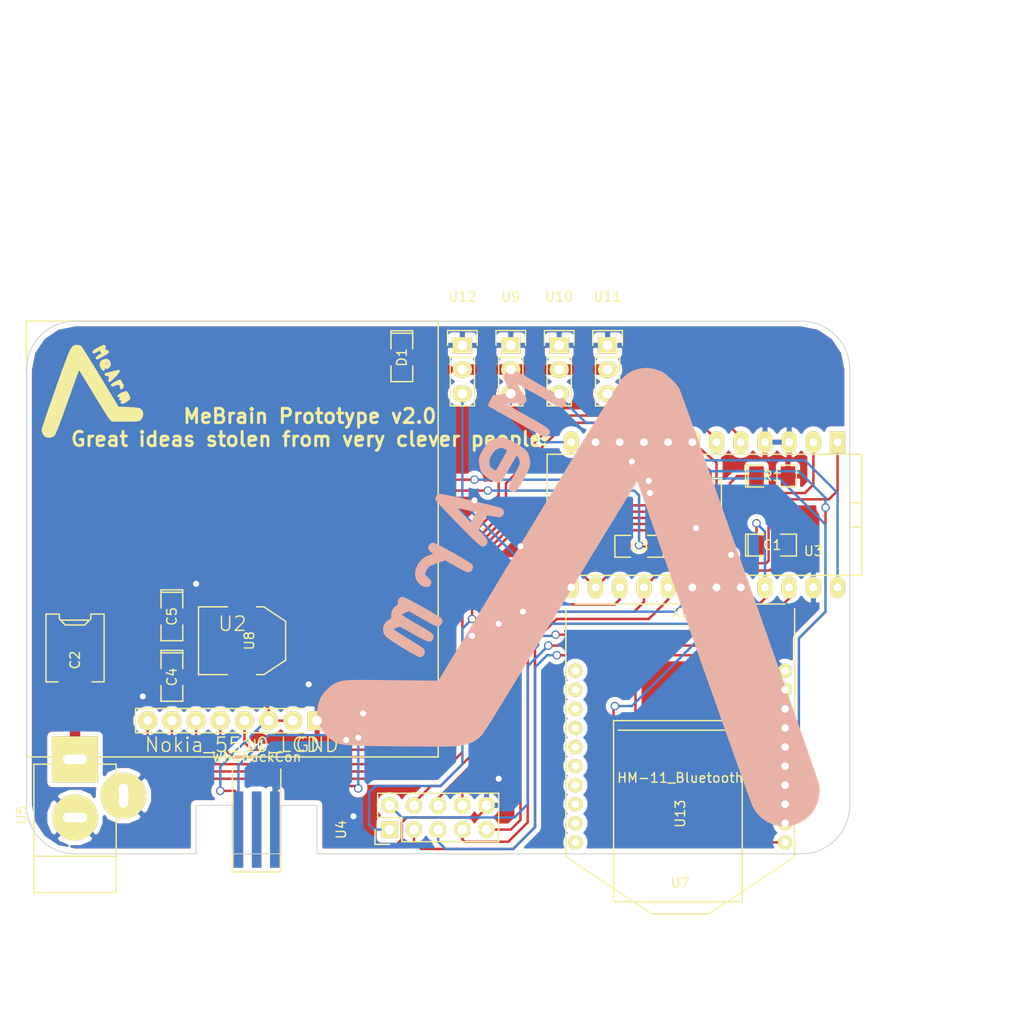
<source format=kicad_pcb>
(kicad_pcb (version 4) (host pcbnew "(2015-01-16 BZR 5376)-product")

  (general
    (links 74)
    (no_connects 0)
    (area 89.154 39.314 199.008 146.404001)
    (thickness 1.6)
    (drawings 25)
    (tracks 385)
    (zones 0)
    (modules 22)
    (nets 60)
  )

  (page A4)
  (layers
    (0 F.Cu signal)
    (31 B.Cu signal)
    (32 B.Adhes user)
    (33 F.Adhes user)
    (34 B.Paste user)
    (35 F.Paste user)
    (36 B.SilkS user)
    (37 F.SilkS user)
    (38 B.Mask user)
    (39 F.Mask user)
    (40 Dwgs.User user)
    (41 Cmts.User user)
    (42 Eco1.User user)
    (43 Eco2.User user)
    (44 Edge.Cuts user)
    (45 Margin user)
    (46 B.CrtYd user)
    (47 F.CrtYd user)
    (48 B.Fab user)
    (49 F.Fab user)
  )

  (setup
    (last_trace_width 0.254)
    (user_trace_width 1.1)
    (trace_clearance 0.254)
    (zone_clearance 0.508)
    (zone_45_only no)
    (trace_min 0.254)
    (segment_width 0.2)
    (edge_width 0.1)
    (via_size 0.889)
    (via_drill 0.635)
    (via_min_size 0.889)
    (via_min_drill 0.508)
    (uvia_size 0.508)
    (uvia_drill 0.127)
    (uvias_allowed no)
    (uvia_min_size 0.508)
    (uvia_min_drill 0.127)
    (pcb_text_width 0.3)
    (pcb_text_size 1.5 1.5)
    (mod_edge_width 0.15)
    (mod_text_size 1 1)
    (mod_text_width 0.15)
    (pad_size 1.5 1.5)
    (pad_drill 0.8)
    (pad_to_mask_clearance 0)
    (aux_axis_origin 0 0)
    (visible_elements 7FFFFFFF)
    (pcbplotparams
      (layerselection 0x010f0_80000001)
      (usegerberextensions true)
      (excludeedgelayer true)
      (linewidth 0.100000)
      (plotframeref false)
      (viasonmask false)
      (mode 1)
      (useauxorigin false)
      (hpglpennumber 1)
      (hpglpenspeed 20)
      (hpglpendiameter 15)
      (hpglpenoverlay 2)
      (psnegative false)
      (psa4output false)
      (plotreference false)
      (plotvalue false)
      (plotinvisibletext false)
      (padsonsilk false)
      (subtractmaskfromsilk true)
      (outputformat 1)
      (mirror false)
      (drillshape 0)
      (scaleselection 1)
      (outputdirectory Gerbers/))
  )

  (net 0 "")
  (net 1 +5V)
  (net 2 GND)
  (net 3 +6V)
  (net 4 +3V3)
  (net 5 "Net-(R1-Pad1)")
  (net 6 I2C_SDA)
  (net 7 I2C_SCLK)
  (net 8 3V_LCD_RST)
  (net 9 3V_LCD_CE)
  (net 10 3V_LCD_DC)
  (net 11 3V_MOSI_D16)
  (net 12 3V_SCLK_D15)
  (net 13 BT_TX)
  (net 14 BT_RX)
  (net 15 LCD_DC)
  (net 16 RIGHT)
  (net 17 LEFT)
  (net 18 LCD_RST)
  (net 19 LCD_CE)
  (net 20 WAIST)
  (net 21 CLAW)
  (net 22 MOSI_D16)
  (net 23 MISO_D14)
  (net 24 SCLK_D15)
  (net 25 A0)
  (net 26 A1)
  (net 27 A2)
  (net 28 A3)
  (net 29 RST)
  (net 30 "Net-(U6-Pad1)")
  (net 31 3V_BT_RX)
  (net 32 3V_BT_TX)
  (net 33 "Net-(U6-Pad20)")
  (net 34 "Net-(U7-Pad1)")
  (net 35 "Net-(U7-Pad3)")
  (net 36 "Net-(U7-Pad5)")
  (net 37 "Net-(U7-Pad6)")
  (net 38 "Net-(U7-Pad7)")
  (net 39 "Net-(U7-Pad8)")
  (net 40 "Net-(U7-Pad10)")
  (net 41 "Net-(U7-Pad13)")
  (net 42 "Net-(U7-Pad14)")
  (net 43 "Net-(U7-Pad15)")
  (net 44 "Net-(U7-Pad16)")
  (net 45 "Net-(U13-Pad4)")
  (net 46 "Net-(U13-Pad5)")
  (net 47 "Net-(U13-Pad6)")
  (net 48 "Net-(U13-Pad7)")
  (net 49 "Net-(U13-Pad8)")
  (net 50 "Net-(U13-Pad9)")
  (net 51 "Net-(U13-Pad12)")
  (net 52 "Net-(U13-Pad13)")
  (net 53 "Net-(U13-Pad14)")
  (net 54 "Net-(U13-Pad15)")
  (net 55 "Net-(U13-Pad16)")
  (net 56 "Net-(U13-Pad17)")
  (net 57 "Net-(U13-Pad18)")
  (net 58 "Net-(U13-Pad19)")
  (net 59 "Net-(U13-Pad20)")

  (net_class Default "This is the default net class."
    (clearance 0.254)
    (trace_width 0.254)
    (via_dia 0.889)
    (via_drill 0.635)
    (uvia_dia 0.508)
    (uvia_drill 0.127)
    (add_net +3V3)
    (add_net +5V)
    (add_net +6V)
    (add_net 3V_BT_RX)
    (add_net 3V_BT_TX)
    (add_net 3V_LCD_CE)
    (add_net 3V_LCD_DC)
    (add_net 3V_LCD_RST)
    (add_net 3V_MOSI_D16)
    (add_net 3V_SCLK_D15)
    (add_net A0)
    (add_net A1)
    (add_net A2)
    (add_net A3)
    (add_net BT_RX)
    (add_net BT_TX)
    (add_net CLAW)
    (add_net GND)
    (add_net I2C_SCLK)
    (add_net I2C_SDA)
    (add_net LCD_CE)
    (add_net LCD_DC)
    (add_net LCD_RST)
    (add_net LEFT)
    (add_net MISO_D14)
    (add_net MOSI_D16)
    (add_net "Net-(R1-Pad1)")
    (add_net "Net-(U13-Pad12)")
    (add_net "Net-(U13-Pad13)")
    (add_net "Net-(U13-Pad14)")
    (add_net "Net-(U13-Pad15)")
    (add_net "Net-(U13-Pad16)")
    (add_net "Net-(U13-Pad17)")
    (add_net "Net-(U13-Pad18)")
    (add_net "Net-(U13-Pad19)")
    (add_net "Net-(U13-Pad20)")
    (add_net "Net-(U13-Pad4)")
    (add_net "Net-(U13-Pad5)")
    (add_net "Net-(U13-Pad6)")
    (add_net "Net-(U13-Pad7)")
    (add_net "Net-(U13-Pad8)")
    (add_net "Net-(U13-Pad9)")
    (add_net "Net-(U6-Pad1)")
    (add_net "Net-(U6-Pad20)")
    (add_net "Net-(U7-Pad1)")
    (add_net "Net-(U7-Pad10)")
    (add_net "Net-(U7-Pad13)")
    (add_net "Net-(U7-Pad14)")
    (add_net "Net-(U7-Pad15)")
    (add_net "Net-(U7-Pad16)")
    (add_net "Net-(U7-Pad3)")
    (add_net "Net-(U7-Pad5)")
    (add_net "Net-(U7-Pad6)")
    (add_net "Net-(U7-Pad7)")
    (add_net "Net-(U7-Pad8)")
    (add_net RIGHT)
    (add_net RST)
    (add_net SCLK_D15)
    (add_net WAIST)
  )

  (module SMD_Packages:SMD-1206_Pol (layer F.Cu) (tedit 55115A4F) (tstamp 55115CD4)
    (at 170.18 96.139)
    (path /550C6741)
    (attr smd)
    (fp_text reference C1 (at 0 0) (layer F.SilkS)
      (effects (font (size 1 1) (thickness 0.15)))
    )
    (fp_text value C (at 0 0) (layer F.Fab)
      (effects (font (size 1 1) (thickness 0.15)))
    )
    (fp_line (start -2.54 -1.143) (end -2.794 -1.143) (layer F.SilkS) (width 0.15))
    (fp_line (start -2.794 -1.143) (end -2.794 1.143) (layer F.SilkS) (width 0.15))
    (fp_line (start -2.794 1.143) (end -2.54 1.143) (layer F.SilkS) (width 0.15))
    (fp_line (start -2.54 -1.143) (end -2.54 1.143) (layer F.SilkS) (width 0.15))
    (fp_line (start -2.54 1.143) (end -0.889 1.143) (layer F.SilkS) (width 0.15))
    (fp_line (start 0.889 -1.143) (end 2.54 -1.143) (layer F.SilkS) (width 0.15))
    (fp_line (start 2.54 -1.143) (end 2.54 1.143) (layer F.SilkS) (width 0.15))
    (fp_line (start 2.54 1.143) (end 0.889 1.143) (layer F.SilkS) (width 0.15))
    (fp_line (start -0.889 -1.143) (end -2.54 -1.143) (layer F.SilkS) (width 0.15))
    (pad 1 smd rect (at -1.651 0) (size 1.524 2.032) (layers F.Cu F.Paste F.Mask)
      (net 1 +5V))
    (pad 2 smd rect (at 1.651 0) (size 1.524 2.032) (layers F.Cu F.Paste F.Mask)
      (net 2 GND))
    (model SMD_Packages.3dshapes/SMD-1206_Pol.wrl
      (at (xyz 0 0 0))
      (scale (xyz 0.17 0.16 0.16))
      (rotate (xyz 0 0 0))
    )
  )

  (module SMD_Packages:SMD-4032 (layer F.Cu) (tedit 55115CFE) (tstamp 55115CDA)
    (at 97.028 106.934 90)
    (path /550C7FAE)
    (attr smd)
    (fp_text reference C2 (at -1.26492 0 270) (layer F.SilkS)
      (effects (font (size 1 1) (thickness 0.15)))
    )
    (fp_text value C (at 1.27 0 180) (layer F.Fab)
      (effects (font (size 1 1) (thickness 0.15)))
    )
    (fp_line (start 2.921 -1.524) (end 2.921 1.524) (layer F.SilkS) (width 0.15))
    (fp_line (start 3.556 -1.651) (end 3.556 -3.048) (layer F.SilkS) (width 0.15))
    (fp_line (start 3.556 3.048) (end 3.556 1.651) (layer F.SilkS) (width 0.15))
    (fp_line (start -3.556 3.048) (end -3.556 1.778) (layer F.SilkS) (width 0.15))
    (fp_line (start -3.556 -3.048) (end -3.556 -1.778) (layer F.SilkS) (width 0.15))
    (fp_line (start 3.556 1.651) (end 3.048 1.651) (layer F.SilkS) (width 0.15))
    (fp_line (start 3.048 1.651) (end 2.413 1.016) (layer F.SilkS) (width 0.15))
    (fp_line (start 2.413 1.016) (end 2.413 -1.016) (layer F.SilkS) (width 0.15))
    (fp_line (start 3.556 -1.651) (end 3.048 -1.651) (layer F.SilkS) (width 0.15))
    (fp_line (start 3.048 -1.651) (end 2.413 -1.016) (layer F.SilkS) (width 0.15))
    (fp_line (start -3.556 -3.048) (end 3.556 -3.048) (layer F.SilkS) (width 0.15))
    (fp_line (start 3.556 3.048) (end -3.556 3.048) (layer F.SilkS) (width 0.15))
    (pad 1 smd rect (at -3.683 0 90) (size 1.27 3.302) (layers F.Cu F.Paste F.Mask)
      (net 3 +6V))
    (pad 2 smd rect (at 3.683 0 90) (size 1.27 3.302) (layers F.Cu F.Paste F.Mask)
      (net 2 GND))
    (model SMD_Packages.3dshapes/SMD-4032.wrl
      (at (xyz 0 0 0))
      (scale (xyz 0.3 0.3 0.3))
      (rotate (xyz 0 0 0))
    )
  )

  (module SMD_Packages:SMD-1206_Pol (layer F.Cu) (tedit 55115A4F) (tstamp 55115CE0)
    (at 156.21 96.266 180)
    (path /550C684C)
    (attr smd)
    (fp_text reference C3 (at 0 0 180) (layer F.SilkS)
      (effects (font (size 1 1) (thickness 0.15)))
    )
    (fp_text value C (at 0 0 180) (layer F.Fab)
      (effects (font (size 1 1) (thickness 0.15)))
    )
    (fp_line (start -2.54 -1.143) (end -2.794 -1.143) (layer F.SilkS) (width 0.15))
    (fp_line (start -2.794 -1.143) (end -2.794 1.143) (layer F.SilkS) (width 0.15))
    (fp_line (start -2.794 1.143) (end -2.54 1.143) (layer F.SilkS) (width 0.15))
    (fp_line (start -2.54 -1.143) (end -2.54 1.143) (layer F.SilkS) (width 0.15))
    (fp_line (start -2.54 1.143) (end -0.889 1.143) (layer F.SilkS) (width 0.15))
    (fp_line (start 0.889 -1.143) (end 2.54 -1.143) (layer F.SilkS) (width 0.15))
    (fp_line (start 2.54 -1.143) (end 2.54 1.143) (layer F.SilkS) (width 0.15))
    (fp_line (start 2.54 1.143) (end 0.889 1.143) (layer F.SilkS) (width 0.15))
    (fp_line (start -0.889 -1.143) (end -2.54 -1.143) (layer F.SilkS) (width 0.15))
    (pad 1 smd rect (at -1.651 0 180) (size 1.524 2.032) (layers F.Cu F.Paste F.Mask)
      (net 4 +3V3))
    (pad 2 smd rect (at 1.651 0 180) (size 1.524 2.032) (layers F.Cu F.Paste F.Mask)
      (net 2 GND))
    (model SMD_Packages.3dshapes/SMD-1206_Pol.wrl
      (at (xyz 0 0 0))
      (scale (xyz 0.17 0.16 0.16))
      (rotate (xyz 0 0 0))
    )
  )

  (module SMD_Packages:SMD-1206_Pol (layer F.Cu) (tedit 55115A4F) (tstamp 55115CE6)
    (at 107.188 109.982 270)
    (path /550C43DC)
    (attr smd)
    (fp_text reference C4 (at 0 0 270) (layer F.SilkS)
      (effects (font (size 1 1) (thickness 0.15)))
    )
    (fp_text value C (at 0 0 270) (layer F.Fab)
      (effects (font (size 1 1) (thickness 0.15)))
    )
    (fp_line (start -2.54 -1.143) (end -2.794 -1.143) (layer F.SilkS) (width 0.15))
    (fp_line (start -2.794 -1.143) (end -2.794 1.143) (layer F.SilkS) (width 0.15))
    (fp_line (start -2.794 1.143) (end -2.54 1.143) (layer F.SilkS) (width 0.15))
    (fp_line (start -2.54 -1.143) (end -2.54 1.143) (layer F.SilkS) (width 0.15))
    (fp_line (start -2.54 1.143) (end -0.889 1.143) (layer F.SilkS) (width 0.15))
    (fp_line (start 0.889 -1.143) (end 2.54 -1.143) (layer F.SilkS) (width 0.15))
    (fp_line (start 2.54 -1.143) (end 2.54 1.143) (layer F.SilkS) (width 0.15))
    (fp_line (start 2.54 1.143) (end 0.889 1.143) (layer F.SilkS) (width 0.15))
    (fp_line (start -0.889 -1.143) (end -2.54 -1.143) (layer F.SilkS) (width 0.15))
    (pad 1 smd rect (at -1.651 0 270) (size 1.524 2.032) (layers F.Cu F.Paste F.Mask)
      (net 3 +6V))
    (pad 2 smd rect (at 1.651 0 270) (size 1.524 2.032) (layers F.Cu F.Paste F.Mask)
      (net 2 GND))
    (model SMD_Packages.3dshapes/SMD-1206_Pol.wrl
      (at (xyz 0 0 0))
      (scale (xyz 0.17 0.16 0.16))
      (rotate (xyz 0 0 0))
    )
  )

  (module SMD_Packages:SMD-1206_Pol (layer F.Cu) (tedit 55115A4F) (tstamp 55115CEC)
    (at 107.188 103.632 270)
    (path /550C4273)
    (attr smd)
    (fp_text reference C5 (at 0 0 270) (layer F.SilkS)
      (effects (font (size 1 1) (thickness 0.15)))
    )
    (fp_text value C (at 0 0 270) (layer F.Fab)
      (effects (font (size 1 1) (thickness 0.15)))
    )
    (fp_line (start -2.54 -1.143) (end -2.794 -1.143) (layer F.SilkS) (width 0.15))
    (fp_line (start -2.794 -1.143) (end -2.794 1.143) (layer F.SilkS) (width 0.15))
    (fp_line (start -2.794 1.143) (end -2.54 1.143) (layer F.SilkS) (width 0.15))
    (fp_line (start -2.54 -1.143) (end -2.54 1.143) (layer F.SilkS) (width 0.15))
    (fp_line (start -2.54 1.143) (end -0.889 1.143) (layer F.SilkS) (width 0.15))
    (fp_line (start 0.889 -1.143) (end 2.54 -1.143) (layer F.SilkS) (width 0.15))
    (fp_line (start 2.54 -1.143) (end 2.54 1.143) (layer F.SilkS) (width 0.15))
    (fp_line (start 2.54 1.143) (end 0.889 1.143) (layer F.SilkS) (width 0.15))
    (fp_line (start -0.889 -1.143) (end -2.54 -1.143) (layer F.SilkS) (width 0.15))
    (pad 1 smd rect (at -1.651 0 270) (size 1.524 2.032) (layers F.Cu F.Paste F.Mask)
      (net 2 GND))
    (pad 2 smd rect (at 1.651 0 270) (size 1.524 2.032) (layers F.Cu F.Paste F.Mask)
      (net 4 +3V3))
    (model SMD_Packages.3dshapes/SMD-1206_Pol.wrl
      (at (xyz 0 0 0))
      (scale (xyz 0.17 0.16 0.16))
      (rotate (xyz 0 0 0))
    )
  )

  (module SMD_Packages:SMD-1206_Pol (layer F.Cu) (tedit 55115A4F) (tstamp 55115CF2)
    (at 131.318 76.454 270)
    (path /550C9393)
    (attr smd)
    (fp_text reference D1 (at 0 0 270) (layer F.SilkS)
      (effects (font (size 1 1) (thickness 0.15)))
    )
    (fp_text value DIODE (at 0 0 270) (layer F.Fab)
      (effects (font (size 1 1) (thickness 0.15)))
    )
    (fp_line (start -2.54 -1.143) (end -2.794 -1.143) (layer F.SilkS) (width 0.15))
    (fp_line (start -2.794 -1.143) (end -2.794 1.143) (layer F.SilkS) (width 0.15))
    (fp_line (start -2.794 1.143) (end -2.54 1.143) (layer F.SilkS) (width 0.15))
    (fp_line (start -2.54 -1.143) (end -2.54 1.143) (layer F.SilkS) (width 0.15))
    (fp_line (start -2.54 1.143) (end -0.889 1.143) (layer F.SilkS) (width 0.15))
    (fp_line (start 0.889 -1.143) (end 2.54 -1.143) (layer F.SilkS) (width 0.15))
    (fp_line (start 2.54 -1.143) (end 2.54 1.143) (layer F.SilkS) (width 0.15))
    (fp_line (start 2.54 1.143) (end 0.889 1.143) (layer F.SilkS) (width 0.15))
    (fp_line (start -0.889 -1.143) (end -2.54 -1.143) (layer F.SilkS) (width 0.15))
    (pad 1 smd rect (at -1.651 0 270) (size 1.524 2.032) (layers F.Cu F.Paste F.Mask)
      (net 2 GND))
    (pad 2 smd rect (at 1.651 0 270) (size 1.524 2.032) (layers F.Cu F.Paste F.Mask)
      (net 3 +6V))
    (model SMD_Packages.3dshapes/SMD-1206_Pol.wrl
      (at (xyz 0 0 0))
      (scale (xyz 0.17 0.16 0.16))
      (rotate (xyz 0 0 0))
    )
  )

  (module SMD_Packages:SMD-1206_Pol (layer F.Cu) (tedit 55115A4F) (tstamp 55115CF8)
    (at 170.18 88.9)
    (path /550C6BBB)
    (attr smd)
    (fp_text reference R1 (at 0 0) (layer F.SilkS)
      (effects (font (size 1 1) (thickness 0.15)))
    )
    (fp_text value R (at 0 0) (layer F.Fab)
      (effects (font (size 1 1) (thickness 0.15)))
    )
    (fp_line (start -2.54 -1.143) (end -2.794 -1.143) (layer F.SilkS) (width 0.15))
    (fp_line (start -2.794 -1.143) (end -2.794 1.143) (layer F.SilkS) (width 0.15))
    (fp_line (start -2.794 1.143) (end -2.54 1.143) (layer F.SilkS) (width 0.15))
    (fp_line (start -2.54 -1.143) (end -2.54 1.143) (layer F.SilkS) (width 0.15))
    (fp_line (start -2.54 1.143) (end -0.889 1.143) (layer F.SilkS) (width 0.15))
    (fp_line (start 0.889 -1.143) (end 2.54 -1.143) (layer F.SilkS) (width 0.15))
    (fp_line (start 2.54 -1.143) (end 2.54 1.143) (layer F.SilkS) (width 0.15))
    (fp_line (start 2.54 1.143) (end 0.889 1.143) (layer F.SilkS) (width 0.15))
    (fp_line (start -0.889 -1.143) (end -2.54 -1.143) (layer F.SilkS) (width 0.15))
    (pad 1 smd rect (at -1.651 0) (size 1.524 2.032) (layers F.Cu F.Paste F.Mask)
      (net 5 "Net-(R1-Pad1)"))
    (pad 2 smd rect (at 1.651 0) (size 1.524 2.032) (layers F.Cu F.Paste F.Mask)
      (net 2 GND))
    (model SMD_Packages.3dshapes/SMD-1206_Pol.wrl
      (at (xyz 0 0 0))
      (scale (xyz 0.17 0.16 0.16))
      (rotate (xyz 0 0 0))
    )
  )

  (module Brains:WiiChuck (layer F.Cu) (tedit 55114DE8) (tstamp 55115D02)
    (at 116.078 119.634)
    (path /550C0BAD)
    (fp_text reference U1 (at 0 -2.54) (layer F.SilkS)
      (effects (font (size 1 1) (thickness 0.15)))
    )
    (fp_text value WiiChuckCon (at 0 -1.27) (layer F.SilkS)
      (effects (font (size 1 1) (thickness 0.15)))
    )
    (fp_line (start 2.54 10.795) (end 2.54 0) (layer F.SilkS) (width 0.15))
    (fp_line (start -2.54 10.795) (end -2.54 0) (layer F.SilkS) (width 0.15))
    (fp_line (start -2.54 10.795) (end 2.54 10.795) (layer F.SilkS) (width 0.15))
    (pad 1 smd rect (at -1.905 6.35) (size 1 8) (layers F.Cu F.Paste F.Mask)
      (net 4 +3V3))
    (pad 2 smd rect (at 0 6.35) (size 1 8) (layers F.Cu F.Paste F.Mask))
    (pad 3 smd rect (at 1.905 6.35) (size 1 8) (layers F.Cu F.Paste F.Mask)
      (net 6 I2C_SDA))
    (pad 4 smd rect (at -1.905 6.35) (size 1 8) (layers B.Cu F.Paste F.Mask)
      (net 7 I2C_SCLK))
    (pad 5 smd rect (at 0 6.35) (size 1 8) (layers B.Cu F.Paste F.Mask))
    (pad 6 smd rect (at 1.905 6.35) (size 1 8) (layers B.Cu F.Paste F.Mask)
      (net 2 GND))
  )

  (module Brains:Nokia5510LCD (layer F.Cu) (tedit 550C4653) (tstamp 5512BDDB)
    (at 113.538 112.014)
    (path /550BFF9E)
    (fp_text reference U2 (at 0 -7.62) (layer F.SilkS)
      (effects (font (size 1.5 1.5) (thickness 0.15)))
    )
    (fp_text value Nokia_5510_LCD (at 0 5.08) (layer F.SilkS)
      (effects (font (size 1.5 1.5) (thickness 0.15)))
    )
    (fp_line (start 21.59 -39.37) (end -21.59 -39.37) (layer F.SilkS) (width 0.15))
    (fp_line (start -21.59 -39.37) (end -21.59 6.35) (layer F.SilkS) (width 0.15))
    (fp_line (start 21.59 6.35) (end 21.59 -39.37) (layer F.SilkS) (width 0.15))
    (fp_line (start -21.59 6.35) (end 21.59 6.35) (layer F.SilkS) (width 0.15))
    (fp_text user GND (at 8.89 5.08) (layer F.SilkS)
      (effects (font (size 1.5 1.5) (thickness 0.15)))
    )
    (fp_line (start -10.16 1.27) (end 7.62 1.27) (layer F.SilkS) (width 0.15))
    (fp_line (start -10.16 1.27) (end -10.16 3.81) (layer F.SilkS) (width 0.15))
    (fp_line (start -10.16 3.81) (end 7.62 3.81) (layer F.SilkS) (width 0.15))
    (pad 1 thru_hole circle (at -8.89 2.54) (size 2 2) (drill 0.9) (layers *.Cu *.Mask F.SilkS)
      (net 8 3V_LCD_RST))
    (pad 2 thru_hole circle (at -6.35 2.54) (size 2 2) (drill 1) (layers *.Cu *.Mask F.SilkS)
      (net 9 3V_LCD_CE))
    (pad 3 thru_hole circle (at -3.81 2.54) (size 2 2) (drill 1) (layers *.Cu *.Mask F.SilkS)
      (net 10 3V_LCD_DC))
    (pad 4 thru_hole circle (at -1.27 2.54) (size 2 2) (drill 1) (layers *.Cu *.Mask F.SilkS)
      (net 11 3V_MOSI_D16))
    (pad 5 thru_hole circle (at 1.27 2.54) (size 2 2) (drill 1) (layers *.Cu *.Mask F.SilkS)
      (net 12 3V_SCLK_D15))
    (pad 6 thru_hole circle (at 3.81 2.54) (size 2 2) (drill 1) (layers *.Cu *.Mask F.SilkS)
      (net 4 +3V3))
    (pad 7 thru_hole circle (at 6.35 2.54) (size 2 2) (drill 1) (layers *.Cu *.Mask F.SilkS)
      (net 4 +3V3))
    (pad 8 thru_hole rect (at 8.89 2.54) (size 2 2) (drill 1) (layers *.Cu *.Mask F.SilkS)
      (net 2 GND))
  )

  (module Sockets_DIP:DIP-24__600_ELL (layer F.Cu) (tedit 55115A4F) (tstamp 55115D2A)
    (at 163.068 92.964 180)
    (descr "24 pins DIL package, elliptical pads")
    (tags DIL)
    (path /550C12FC)
    (fp_text reference U3 (at -11.43 -3.81 180) (layer F.SilkS)
      (effects (font (size 1 1) (thickness 0.15)))
    )
    (fp_text value promicro (at 0 2.54 180) (layer F.Fab)
      (effects (font (size 1 1) (thickness 0.15)))
    )
    (fp_line (start -16.51 -1.27) (end -15.24 -1.27) (layer F.SilkS) (width 0.15))
    (fp_line (start -15.24 -1.27) (end -15.24 1.27) (layer F.SilkS) (width 0.15))
    (fp_line (start -15.24 1.27) (end -16.51 1.27) (layer F.SilkS) (width 0.15))
    (fp_line (start -16.51 -6.35) (end 16.51 -6.35) (layer F.SilkS) (width 0.15))
    (fp_line (start 16.51 -6.35) (end 16.51 6.35) (layer F.SilkS) (width 0.15))
    (fp_line (start 16.51 6.35) (end -16.51 6.35) (layer F.SilkS) (width 0.15))
    (fp_line (start -16.51 6.35) (end -16.51 -6.35) (layer F.SilkS) (width 0.15))
    (pad 1 thru_hole rect (at -13.97 7.62 180) (size 1.5748 2.286) (drill 0.8128) (layers *.Cu *.Mask F.SilkS)
      (net 13 BT_TX))
    (pad 2 thru_hole oval (at -11.43 7.62 180) (size 1.5748 2.286) (drill 0.8128) (layers *.Cu *.Mask F.SilkS)
      (net 14 BT_RX))
    (pad 3 thru_hole oval (at -8.89 7.62 180) (size 1.5748 2.286) (drill 0.8128) (layers *.Cu *.Mask F.SilkS)
      (net 2 GND))
    (pad 4 thru_hole oval (at -6.35 7.62 180) (size 1.5748 2.286) (drill 0.8128) (layers *.Cu *.Mask F.SilkS)
      (net 2 GND))
    (pad 5 thru_hole oval (at -3.81 7.62 180) (size 1.5748 2.286) (drill 0.8128) (layers *.Cu *.Mask F.SilkS)
      (net 6 I2C_SDA))
    (pad 6 thru_hole oval (at -1.27 7.62 180) (size 1.5748 2.286) (drill 0.8128) (layers *.Cu *.Mask F.SilkS)
      (net 7 I2C_SCLK))
    (pad 7 thru_hole oval (at 1.27 7.62 180) (size 1.5748 2.286) (drill 0.8128) (layers *.Cu *.Mask F.SilkS)
      (net 15 LCD_DC))
    (pad 8 thru_hole oval (at 3.81 7.62 180) (size 1.5748 2.286) (drill 0.8128) (layers *.Cu *.Mask F.SilkS)
      (net 16 RIGHT))
    (pad 9 thru_hole oval (at 6.35 7.62 180) (size 1.5748 2.286) (drill 0.8128) (layers *.Cu *.Mask F.SilkS)
      (net 17 LEFT))
    (pad 10 thru_hole oval (at 8.89 7.62 180) (size 1.5748 2.286) (drill 0.8128) (layers *.Cu *.Mask F.SilkS)
      (net 18 LCD_RST))
    (pad 11 thru_hole oval (at 11.43 7.62 180) (size 1.5748 2.286) (drill 0.8128) (layers *.Cu *.Mask F.SilkS)
      (net 19 LCD_CE))
    (pad 12 thru_hole oval (at 13.97 7.62 180) (size 1.5748 2.286) (drill 0.8128) (layers *.Cu *.Mask F.SilkS)
      (net 20 WAIST))
    (pad 13 thru_hole oval (at 13.97 -7.62 180) (size 1.5748 2.286) (drill 0.8128) (layers *.Cu *.Mask F.SilkS)
      (net 21 CLAW))
    (pad 14 thru_hole oval (at 11.43 -7.62 180) (size 1.5748 2.286) (drill 0.8128) (layers *.Cu *.Mask F.SilkS)
      (net 22 MOSI_D16))
    (pad 15 thru_hole oval (at 8.89 -7.62 180) (size 1.5748 2.286) (drill 0.8128) (layers *.Cu *.Mask F.SilkS)
      (net 23 MISO_D14))
    (pad 16 thru_hole oval (at 6.35 -7.62 180) (size 1.5748 2.286) (drill 0.8128) (layers *.Cu *.Mask F.SilkS)
      (net 24 SCLK_D15))
    (pad 17 thru_hole oval (at 3.81 -7.62 180) (size 1.5748 2.286) (drill 0.8128) (layers *.Cu *.Mask F.SilkS)
      (net 25 A0))
    (pad 18 thru_hole oval (at 1.27 -7.62 180) (size 1.5748 2.286) (drill 0.8128) (layers *.Cu *.Mask F.SilkS)
      (net 26 A1))
    (pad 19 thru_hole oval (at -1.27 -7.62 180) (size 1.5748 2.286) (drill 0.8128) (layers *.Cu *.Mask F.SilkS)
      (net 27 A2))
    (pad 20 thru_hole oval (at -3.81 -7.62 180) (size 1.5748 2.286) (drill 0.8128) (layers *.Cu *.Mask F.SilkS)
      (net 28 A3))
    (pad 21 thru_hole oval (at -6.35 -7.62 180) (size 1.5748 2.286) (drill 0.8128) (layers *.Cu *.Mask F.SilkS)
      (net 1 +5V))
    (pad 22 thru_hole oval (at -8.89 -7.62 180) (size 1.5748 2.286) (drill 0.8128) (layers *.Cu *.Mask F.SilkS)
      (net 29 RST))
    (pad 23 thru_hole oval (at -11.43 -7.62 180) (size 1.5748 2.286) (drill 0.8128) (layers *.Cu *.Mask F.SilkS)
      (net 2 GND))
    (pad 24 thru_hole oval (at -13.97 -7.62 180) (size 1.5748 2.286) (drill 0.8128) (layers *.Cu *.Mask F.SilkS)
      (net 3 +6V))
    (model Sockets_DIP.3dshapes/DIP-24__600_ELL.wrl
      (at (xyz 0 0 0))
      (scale (xyz 1 1 1))
      (rotate (xyz 0 0 0))
    )
  )

  (module Pin_Headers:Pin_Header_Straight_2x05 (layer F.Cu) (tedit 55115A4F) (tstamp 55115D44)
    (at 130.048 125.984 90)
    (descr "Through hole pin header")
    (tags "pin header")
    (path /550C095A)
    (fp_text reference U4 (at 0 -5.1 90) (layer F.SilkS)
      (effects (font (size 1 1) (thickness 0.15)))
    )
    (fp_text value JoyConnectISP (at 0 -3.1 90) (layer F.Fab)
      (effects (font (size 1 1) (thickness 0.15)))
    )
    (fp_line (start -1.75 -1.75) (end -1.75 11.95) (layer F.CrtYd) (width 0.05))
    (fp_line (start 4.3 -1.75) (end 4.3 11.95) (layer F.CrtYd) (width 0.05))
    (fp_line (start -1.75 -1.75) (end 4.3 -1.75) (layer F.CrtYd) (width 0.05))
    (fp_line (start -1.75 11.95) (end 4.3 11.95) (layer F.CrtYd) (width 0.05))
    (fp_line (start 3.81 -1.27) (end 3.81 11.43) (layer F.SilkS) (width 0.15))
    (fp_line (start 3.81 11.43) (end -1.27 11.43) (layer F.SilkS) (width 0.15))
    (fp_line (start -1.27 11.43) (end -1.27 1.27) (layer F.SilkS) (width 0.15))
    (fp_line (start 3.81 -1.27) (end 1.27 -1.27) (layer F.SilkS) (width 0.15))
    (fp_line (start 0 -1.55) (end -1.55 -1.55) (layer F.SilkS) (width 0.15))
    (fp_line (start 1.27 -1.27) (end 1.27 1.27) (layer F.SilkS) (width 0.15))
    (fp_line (start 1.27 1.27) (end -1.27 1.27) (layer F.SilkS) (width 0.15))
    (fp_line (start -1.55 -1.55) (end -1.55 0) (layer F.SilkS) (width 0.15))
    (pad 1 thru_hole rect (at 0 0 90) (size 1.7272 1.7272) (drill 1.016) (layers *.Cu *.Mask F.SilkS)
      (net 22 MOSI_D16))
    (pad 2 thru_hole oval (at 2.54 0 90) (size 1.7272 1.7272) (drill 1.016) (layers *.Cu *.Mask F.SilkS)
      (net 1 +5V))
    (pad 3 thru_hole oval (at 0 2.54 90) (size 1.7272 1.7272) (drill 1.016) (layers *.Cu *.Mask F.SilkS)
      (net 25 A0))
    (pad 4 thru_hole oval (at 2.54 2.54 90) (size 1.7272 1.7272) (drill 1.016) (layers *.Cu *.Mask F.SilkS)
      (net 28 A3))
    (pad 5 thru_hole oval (at 0 5.08 90) (size 1.7272 1.7272) (drill 1.016) (layers *.Cu *.Mask F.SilkS)
      (net 29 RST))
    (pad 6 thru_hole oval (at 2.54 5.08 90) (size 1.7272 1.7272) (drill 1.016) (layers *.Cu *.Mask F.SilkS)
      (net 27 A2))
    (pad 7 thru_hole oval (at 0 7.62 90) (size 1.7272 1.7272) (drill 1.016) (layers *.Cu *.Mask F.SilkS)
      (net 24 SCLK_D15))
    (pad 8 thru_hole oval (at 2.54 7.62 90) (size 1.7272 1.7272) (drill 1.016) (layers *.Cu *.Mask F.SilkS)
      (net 26 A1))
    (pad 9 thru_hole oval (at 0 10.16 90) (size 1.7272 1.7272) (drill 1.016) (layers *.Cu *.Mask F.SilkS)
      (net 23 MISO_D14))
    (pad 10 thru_hole oval (at 2.54 10.16 90) (size 1.7272 1.7272) (drill 1.016) (layers *.Cu *.Mask F.SilkS)
      (net 2 GND))
    (model Pin_Headers.3dshapes/Pin_Header_Straight_2x05.wrl
      (at (xyz 0.05 -0.2 0))
      (scale (xyz 1 1 1))
      (rotate (xyz 0 0 90))
    )
  )

  (module Connect:JACK_ALIM (layer F.Cu) (tedit 55115A4F) (tstamp 55115D4B)
    (at 97.028 124.714 90)
    (descr "module 1 pin (ou trou mecanique de percage)")
    (tags "CONN JACK")
    (path /550C0A0B)
    (fp_text reference U5 (at 0.254 -5.588 90) (layer F.SilkS)
      (effects (font (size 1 1) (thickness 0.15)))
    )
    (fp_text value JACK_2MM1 (at -5.08 5.588 90) (layer F.Fab)
      (effects (font (size 1 1) (thickness 0.15)))
    )
    (fp_line (start -7.112 -4.318) (end -7.874 -4.318) (layer F.SilkS) (width 0.15))
    (fp_line (start -7.874 -4.318) (end -7.874 4.318) (layer F.SilkS) (width 0.15))
    (fp_line (start -7.874 4.318) (end -7.112 4.318) (layer F.SilkS) (width 0.15))
    (fp_line (start -4.064 -4.318) (end -4.064 4.318) (layer F.SilkS) (width 0.15))
    (fp_line (start 5.588 -4.318) (end 5.588 4.318) (layer F.SilkS) (width 0.15))
    (fp_line (start -7.112 4.318) (end 5.588 4.318) (layer F.SilkS) (width 0.15))
    (fp_line (start -7.112 -4.318) (end 5.588 -4.318) (layer F.SilkS) (width 0.15))
    (pad 2 thru_hole circle (at 0 0 90) (size 4.8006 4.8006) (drill oval 1.016 2.54) (layers *.Cu *.Mask F.SilkS)
      (net 2 GND))
    (pad 1 thru_hole rect (at 6.096 0 90) (size 4.8006 4.8006) (drill oval 1.016 2.54) (layers *.Cu *.Mask F.SilkS)
      (net 3 +6V))
    (pad 3 thru_hole circle (at 2.286 5.08 90) (size 4.8006 4.8006) (drill oval 2.54 1.016) (layers *.Cu *.Mask F.SilkS)
      (net 2 GND))
    (model Connect.3dshapes/JACK_ALIM.wrl
      (at (xyz 0 0 0))
      (scale (xyz 0.8 0.8 0.8))
      (rotate (xyz 0 0 0))
    )
  )

  (module SMD_Packages:SSOP-20 (layer F.Cu) (tedit 55115D3D) (tstamp 55115D63)
    (at 163.068 92.964 90)
    (descr "SSOP 20 pins")
    (tags "CMS SSOP SMD")
    (path /550C64D6)
    (attr smd)
    (fp_text reference U6 (at 0 -0.635 90) (layer F.SilkS)
      (effects (font (size 1 1) (thickness 0.15)))
    )
    (fp_text value TXB0108PWR (at 0 0.635 270) (layer F.Fab)
      (effects (font (size 1 1) (thickness 0.15)))
    )
    (fp_line (start 3.81 -1.778) (end -3.81 -1.778) (layer F.SilkS) (width 0.15))
    (fp_line (start -3.81 1.778) (end 3.81 1.778) (layer F.SilkS) (width 0.15))
    (fp_line (start 3.81 -1.778) (end 3.81 1.778) (layer F.SilkS) (width 0.15))
    (fp_line (start -3.81 1.778) (end -3.81 -1.778) (layer F.SilkS) (width 0.15))
    (fp_circle (center -3.302 1.27) (end -3.556 1.016) (layer F.SilkS) (width 0.15))
    (fp_line (start -3.81 -0.635) (end -3.048 -0.635) (layer F.SilkS) (width 0.15))
    (fp_line (start -3.048 -0.635) (end -3.048 0.635) (layer F.SilkS) (width 0.15))
    (fp_line (start -3.048 0.635) (end -3.81 0.635) (layer F.SilkS) (width 0.15))
    (pad 1 smd rect (at -2.921 2.667 90) (size 0.4064 1.27) (layers F.Cu F.Paste F.Mask)
      (net 30 "Net-(U6-Pad1)"))
    (pad 2 smd rect (at -2.286 2.667 90) (size 0.4064 1.27) (layers F.Cu F.Paste F.Mask)
      (net 1 +5V))
    (pad 3 smd rect (at -1.6256 2.667 90) (size 0.4064 1.27) (layers F.Cu F.Paste F.Mask)
      (net 18 LCD_RST))
    (pad 4 smd rect (at -0.9652 2.667 90) (size 0.4064 1.27) (layers F.Cu F.Paste F.Mask)
      (net 19 LCD_CE))
    (pad 5 smd rect (at -0.3302 2.667 90) (size 0.4064 1.27) (layers F.Cu F.Paste F.Mask)
      (net 15 LCD_DC))
    (pad 6 smd rect (at 0.3302 2.667 90) (size 0.4064 1.27) (layers F.Cu F.Paste F.Mask)
      (net 22 MOSI_D16))
    (pad 7 smd rect (at 0.9906 2.667 90) (size 0.4064 1.27) (layers F.Cu F.Paste F.Mask)
      (net 24 SCLK_D15))
    (pad 8 smd rect (at 1.6256 2.667 90) (size 0.4064 1.27) (layers F.Cu F.Paste F.Mask)
      (net 13 BT_TX))
    (pad 9 smd rect (at 2.286 2.667 90) (size 0.4064 1.27) (layers F.Cu F.Paste F.Mask)
      (net 14 BT_RX))
    (pad 10 smd rect (at 2.921 2.667 90) (size 0.4064 1.27) (layers F.Cu F.Paste F.Mask)
      (net 5 "Net-(R1-Pad1)"))
    (pad 11 smd rect (at 2.921 -2.667 90) (size 0.4064 1.27) (layers F.Cu F.Paste F.Mask)
      (net 2 GND))
    (pad 12 smd rect (at 2.286 -2.667 90) (size 0.4064 1.27) (layers F.Cu F.Paste F.Mask)
      (net 31 3V_BT_RX))
    (pad 13 smd rect (at 1.6256 -2.667 90) (size 0.4064 1.27) (layers F.Cu F.Paste F.Mask)
      (net 32 3V_BT_TX))
    (pad 14 smd rect (at 0.9906 -2.667 90) (size 0.4064 1.27) (layers F.Cu F.Paste F.Mask)
      (net 12 3V_SCLK_D15))
    (pad 15 smd rect (at 0.3302 -2.667 90) (size 0.4064 1.27) (layers F.Cu F.Paste F.Mask)
      (net 11 3V_MOSI_D16))
    (pad 16 smd rect (at -0.3302 -2.667 90) (size 0.4064 1.27) (layers F.Cu F.Paste F.Mask)
      (net 10 3V_LCD_DC))
    (pad 17 smd rect (at -0.9652 -2.667 90) (size 0.4064 1.27) (layers F.Cu F.Paste F.Mask)
      (net 9 3V_LCD_CE))
    (pad 18 smd rect (at -1.6256 -2.667 90) (size 0.4064 1.27) (layers F.Cu F.Paste F.Mask)
      (net 8 3V_LCD_RST))
    (pad 19 smd rect (at -2.286 -2.667 90) (size 0.4064 1.27) (layers F.Cu F.Paste F.Mask)
      (net 4 +3V3))
    (pad 20 smd rect (at -2.921 -2.667 90) (size 0.4064 1.27) (layers F.Cu F.Paste F.Mask)
      (net 33 "Net-(U6-Pad20)"))
    (model SMD_Packages.3dshapes/SSOP-20.wrl
      (at (xyz 0 0 0))
      (scale (xyz 0.255 0.33 0.3))
      (rotate (xyz 0 0 0))
    )
  )

  (module Brains:HM-11_BT (layer F.Cu) (tedit 551152F3) (tstamp 55115D77)
    (at 160.528 114.554 180)
    (path /550C063F)
    (fp_text reference U7 (at 0 -17 180) (layer F.SilkS)
      (effects (font (size 1 1) (thickness 0.15)))
    )
    (fp_text value HM-11_Bluetooth (at 0 -6 180) (layer F.SilkS)
      (effects (font (size 1 1) (thickness 0.15)))
    )
    (fp_line (start -6.5 -19) (end -6.5 0) (layer F.SilkS) (width 0.15))
    (fp_line (start 7 -19) (end -6.5 -19) (layer F.SilkS) (width 0.15))
    (fp_line (start 6.5 -1) (end -6.5 -1) (layer F.SilkS) (width 0.15))
    (fp_line (start 7 -18) (end 7 -19) (layer F.SilkS) (width 0.15))
    (fp_line (start 7 0) (end 7 -18) (layer F.SilkS) (width 0.15))
    (fp_line (start -6.5 0) (end 7 0) (layer F.SilkS) (width 0.15))
    (pad 1 smd rect (at -6.5 -11.5 180) (size 2 1.2) (layers F.Cu F.Paste F.Mask)
      (net 34 "Net-(U7-Pad1)"))
    (pad 2 smd rect (at -6.5 -10 180) (size 2 1.2) (layers F.Cu F.Paste F.Mask)
      (net 32 3V_BT_TX))
    (pad 3 smd rect (at -6.5 -8.5 180) (size 2 1.2) (layers F.Cu F.Paste F.Mask)
      (net 35 "Net-(U7-Pad3)"))
    (pad 4 smd rect (at -6.5 -7 180) (size 2 1.2) (layers F.Cu F.Paste F.Mask)
      (net 31 3V_BT_RX))
    (pad 5 smd rect (at -6.5 -5.5 180) (size 2 1.2) (layers F.Cu F.Paste F.Mask)
      (net 36 "Net-(U7-Pad5)"))
    (pad 6 smd rect (at -6.5 -4 180) (size 2 1.2) (layers F.Cu F.Paste F.Mask)
      (net 37 "Net-(U7-Pad6)"))
    (pad 7 smd rect (at -6.5 -2.5 180) (size 2 1.2) (layers F.Cu F.Paste F.Mask)
      (net 38 "Net-(U7-Pad7)"))
    (pad 8 smd rect (at -6.5 -1 180) (size 2 1.2) (layers F.Cu F.Paste F.Mask)
      (net 39 "Net-(U7-Pad8)"))
    (pad 9 smd rect (at 7 -1 180) (size 2 1.2) (layers F.Cu F.Paste F.Mask)
      (net 4 +3V3))
    (pad 10 smd rect (at 7 -2.5 180) (size 2 1.2) (layers F.Cu F.Paste F.Mask)
      (net 40 "Net-(U7-Pad10)"))
    (pad 11 smd rect (at 7 -4 180) (size 2 1.2) (layers F.Cu F.Paste F.Mask)
      (net 29 RST))
    (pad 12 smd rect (at 7 -5.5 180) (size 2 1.2) (layers F.Cu F.Paste F.Mask)
      (net 2 GND))
    (pad 13 smd rect (at 7 -7 180) (size 2 1.2) (layers F.Cu F.Paste F.Mask)
      (net 41 "Net-(U7-Pad13)"))
    (pad 14 smd rect (at 7 -8.5 180) (size 2 1.2) (layers F.Cu F.Paste F.Mask)
      (net 42 "Net-(U7-Pad14)"))
    (pad 15 smd rect (at 7 -10 180) (size 2 1.2) (layers F.Cu F.Paste F.Mask)
      (net 43 "Net-(U7-Pad15)"))
    (pad 16 smd rect (at 7 -11.5 180) (size 2 1.2) (layers F.Cu F.Paste F.Mask)
      (net 44 "Net-(U7-Pad16)"))
  )

  (module SMD_Packages:SOT-223 (layer F.Cu) (tedit 55115A4F) (tstamp 55115D7F)
    (at 114.554 106.172 270)
    (descr "module CMS SOT223 4 pins")
    (tags "CMS SOT")
    (path /550C408A)
    (attr smd)
    (fp_text reference U8 (at 0 -0.762 270) (layer F.SilkS)
      (effects (font (size 1 1) (thickness 0.15)))
    )
    (fp_text value AP1117_V_REG (at 0 0.762 270) (layer F.Fab)
      (effects (font (size 1 1) (thickness 0.15)))
    )
    (fp_line (start -3.556 1.524) (end -3.556 4.572) (layer F.SilkS) (width 0.15))
    (fp_line (start -3.556 4.572) (end 3.556 4.572) (layer F.SilkS) (width 0.15))
    (fp_line (start 3.556 4.572) (end 3.556 1.524) (layer F.SilkS) (width 0.15))
    (fp_line (start -3.556 -1.524) (end -3.556 -2.286) (layer F.SilkS) (width 0.15))
    (fp_line (start -3.556 -2.286) (end -2.032 -4.572) (layer F.SilkS) (width 0.15))
    (fp_line (start -2.032 -4.572) (end 2.032 -4.572) (layer F.SilkS) (width 0.15))
    (fp_line (start 2.032 -4.572) (end 3.556 -2.286) (layer F.SilkS) (width 0.15))
    (fp_line (start 3.556 -2.286) (end 3.556 -1.524) (layer F.SilkS) (width 0.15))
    (pad 4 smd rect (at 0 -3.302 270) (size 3.6576 2.032) (layers F.Cu F.Paste F.Mask))
    (pad 2 smd rect (at 0 3.302 270) (size 1.016 2.032) (layers F.Cu F.Paste F.Mask)
      (net 4 +3V3))
    (pad 3 smd rect (at 2.286 3.302 270) (size 1.016 2.032) (layers F.Cu F.Paste F.Mask)
      (net 3 +6V))
    (pad 1 smd rect (at -2.286 3.302 270) (size 1.016 2.032) (layers F.Cu F.Paste F.Mask)
      (net 2 GND))
    (model SMD_Packages.3dshapes/SOT-223.wrl
      (at (xyz 0 0 0))
      (scale (xyz 0.4 0.4 0.4))
      (rotate (xyz 0 0 0))
    )
  )

  (module Pin_Headers:Pin_Header_Straight_1x03 (layer F.Cu) (tedit 55115A4F) (tstamp 55115D91)
    (at 142.748 75.184)
    (descr "Through hole pin header")
    (tags "pin header")
    (path /550C0236)
    (fp_text reference U9 (at 0 -5.1) (layer F.SilkS)
      (effects (font (size 1 1) (thickness 0.15)))
    )
    (fp_text value Servo (at 0 -3.1) (layer F.Fab)
      (effects (font (size 1 1) (thickness 0.15)))
    )
    (fp_line (start -1.75 -1.75) (end -1.75 6.85) (layer F.CrtYd) (width 0.05))
    (fp_line (start 1.75 -1.75) (end 1.75 6.85) (layer F.CrtYd) (width 0.05))
    (fp_line (start -1.75 -1.75) (end 1.75 -1.75) (layer F.CrtYd) (width 0.05))
    (fp_line (start -1.75 6.85) (end 1.75 6.85) (layer F.CrtYd) (width 0.05))
    (fp_line (start -1.27 1.27) (end -1.27 6.35) (layer F.SilkS) (width 0.15))
    (fp_line (start -1.27 6.35) (end 1.27 6.35) (layer F.SilkS) (width 0.15))
    (fp_line (start 1.27 6.35) (end 1.27 1.27) (layer F.SilkS) (width 0.15))
    (fp_line (start 1.55 -1.55) (end 1.55 0) (layer F.SilkS) (width 0.15))
    (fp_line (start 1.27 1.27) (end -1.27 1.27) (layer F.SilkS) (width 0.15))
    (fp_line (start -1.55 0) (end -1.55 -1.55) (layer F.SilkS) (width 0.15))
    (fp_line (start -1.55 -1.55) (end 1.55 -1.55) (layer F.SilkS) (width 0.15))
    (pad 1 thru_hole rect (at 0 0) (size 2.032 1.7272) (drill 1.016) (layers *.Cu *.Mask F.SilkS)
      (net 2 GND))
    (pad 2 thru_hole oval (at 0 2.54) (size 2.032 1.7272) (drill 1.016) (layers *.Cu *.Mask F.SilkS)
      (net 3 +6V))
    (pad 3 thru_hole oval (at 0 5.08) (size 2.032 1.7272) (drill 1.016) (layers *.Cu *.Mask F.SilkS)
      (net 20 WAIST))
    (model Pin_Headers.3dshapes/Pin_Header_Straight_1x03.wrl
      (at (xyz 0 -0.1 0))
      (scale (xyz 1 1 1))
      (rotate (xyz 0 0 90))
    )
  )

  (module Pin_Headers:Pin_Header_Straight_1x03 (layer F.Cu) (tedit 55115A4F) (tstamp 55115DA3)
    (at 147.828 75.184)
    (descr "Through hole pin header")
    (tags "pin header")
    (path /550C01D9)
    (fp_text reference U10 (at 0 -5.1) (layer F.SilkS)
      (effects (font (size 1 1) (thickness 0.15)))
    )
    (fp_text value Servo (at 0 -3.1) (layer F.Fab)
      (effects (font (size 1 1) (thickness 0.15)))
    )
    (fp_line (start -1.75 -1.75) (end -1.75 6.85) (layer F.CrtYd) (width 0.05))
    (fp_line (start 1.75 -1.75) (end 1.75 6.85) (layer F.CrtYd) (width 0.05))
    (fp_line (start -1.75 -1.75) (end 1.75 -1.75) (layer F.CrtYd) (width 0.05))
    (fp_line (start -1.75 6.85) (end 1.75 6.85) (layer F.CrtYd) (width 0.05))
    (fp_line (start -1.27 1.27) (end -1.27 6.35) (layer F.SilkS) (width 0.15))
    (fp_line (start -1.27 6.35) (end 1.27 6.35) (layer F.SilkS) (width 0.15))
    (fp_line (start 1.27 6.35) (end 1.27 1.27) (layer F.SilkS) (width 0.15))
    (fp_line (start 1.55 -1.55) (end 1.55 0) (layer F.SilkS) (width 0.15))
    (fp_line (start 1.27 1.27) (end -1.27 1.27) (layer F.SilkS) (width 0.15))
    (fp_line (start -1.55 0) (end -1.55 -1.55) (layer F.SilkS) (width 0.15))
    (fp_line (start -1.55 -1.55) (end 1.55 -1.55) (layer F.SilkS) (width 0.15))
    (pad 1 thru_hole rect (at 0 0) (size 2.032 1.7272) (drill 1.016) (layers *.Cu *.Mask F.SilkS)
      (net 2 GND))
    (pad 2 thru_hole oval (at 0 2.54) (size 2.032 1.7272) (drill 1.016) (layers *.Cu *.Mask F.SilkS)
      (net 3 +6V))
    (pad 3 thru_hole oval (at 0 5.08) (size 2.032 1.7272) (drill 1.016) (layers *.Cu *.Mask F.SilkS)
      (net 17 LEFT))
    (model Pin_Headers.3dshapes/Pin_Header_Straight_1x03.wrl
      (at (xyz 0 -0.1 0))
      (scale (xyz 1 1 1))
      (rotate (xyz 0 0 90))
    )
  )

  (module Pin_Headers:Pin_Header_Straight_1x03 (layer F.Cu) (tedit 55115A4F) (tstamp 55115DB5)
    (at 152.908 75.184)
    (descr "Through hole pin header")
    (tags "pin header")
    (path /550C0186)
    (fp_text reference U11 (at 0 -5.1) (layer F.SilkS)
      (effects (font (size 1 1) (thickness 0.15)))
    )
    (fp_text value Servo (at 0 -3.1) (layer F.Fab)
      (effects (font (size 1 1) (thickness 0.15)))
    )
    (fp_line (start -1.75 -1.75) (end -1.75 6.85) (layer F.CrtYd) (width 0.05))
    (fp_line (start 1.75 -1.75) (end 1.75 6.85) (layer F.CrtYd) (width 0.05))
    (fp_line (start -1.75 -1.75) (end 1.75 -1.75) (layer F.CrtYd) (width 0.05))
    (fp_line (start -1.75 6.85) (end 1.75 6.85) (layer F.CrtYd) (width 0.05))
    (fp_line (start -1.27 1.27) (end -1.27 6.35) (layer F.SilkS) (width 0.15))
    (fp_line (start -1.27 6.35) (end 1.27 6.35) (layer F.SilkS) (width 0.15))
    (fp_line (start 1.27 6.35) (end 1.27 1.27) (layer F.SilkS) (width 0.15))
    (fp_line (start 1.55 -1.55) (end 1.55 0) (layer F.SilkS) (width 0.15))
    (fp_line (start 1.27 1.27) (end -1.27 1.27) (layer F.SilkS) (width 0.15))
    (fp_line (start -1.55 0) (end -1.55 -1.55) (layer F.SilkS) (width 0.15))
    (fp_line (start -1.55 -1.55) (end 1.55 -1.55) (layer F.SilkS) (width 0.15))
    (pad 1 thru_hole rect (at 0 0) (size 2.032 1.7272) (drill 1.016) (layers *.Cu *.Mask F.SilkS)
      (net 2 GND))
    (pad 2 thru_hole oval (at 0 2.54) (size 2.032 1.7272) (drill 1.016) (layers *.Cu *.Mask F.SilkS)
      (net 3 +6V))
    (pad 3 thru_hole oval (at 0 5.08) (size 2.032 1.7272) (drill 1.016) (layers *.Cu *.Mask F.SilkS)
      (net 16 RIGHT))
    (model Pin_Headers.3dshapes/Pin_Header_Straight_1x03.wrl
      (at (xyz 0 -0.1 0))
      (scale (xyz 1 1 1))
      (rotate (xyz 0 0 90))
    )
  )

  (module Pin_Headers:Pin_Header_Straight_1x03 (layer F.Cu) (tedit 55115A4F) (tstamp 55115DC7)
    (at 137.668 75.184)
    (descr "Through hole pin header")
    (tags "pin header")
    (path /550C0141)
    (fp_text reference U12 (at 0 -5.1) (layer F.SilkS)
      (effects (font (size 1 1) (thickness 0.15)))
    )
    (fp_text value Servo (at 0 -3.1) (layer F.Fab)
      (effects (font (size 1 1) (thickness 0.15)))
    )
    (fp_line (start -1.75 -1.75) (end -1.75 6.85) (layer F.CrtYd) (width 0.05))
    (fp_line (start 1.75 -1.75) (end 1.75 6.85) (layer F.CrtYd) (width 0.05))
    (fp_line (start -1.75 -1.75) (end 1.75 -1.75) (layer F.CrtYd) (width 0.05))
    (fp_line (start -1.75 6.85) (end 1.75 6.85) (layer F.CrtYd) (width 0.05))
    (fp_line (start -1.27 1.27) (end -1.27 6.35) (layer F.SilkS) (width 0.15))
    (fp_line (start -1.27 6.35) (end 1.27 6.35) (layer F.SilkS) (width 0.15))
    (fp_line (start 1.27 6.35) (end 1.27 1.27) (layer F.SilkS) (width 0.15))
    (fp_line (start 1.55 -1.55) (end 1.55 0) (layer F.SilkS) (width 0.15))
    (fp_line (start 1.27 1.27) (end -1.27 1.27) (layer F.SilkS) (width 0.15))
    (fp_line (start -1.55 0) (end -1.55 -1.55) (layer F.SilkS) (width 0.15))
    (fp_line (start -1.55 -1.55) (end 1.55 -1.55) (layer F.SilkS) (width 0.15))
    (pad 1 thru_hole rect (at 0 0) (size 2.032 1.7272) (drill 1.016) (layers *.Cu *.Mask F.SilkS)
      (net 2 GND))
    (pad 2 thru_hole oval (at 0 2.54) (size 2.032 1.7272) (drill 1.016) (layers *.Cu *.Mask F.SilkS)
      (net 3 +6V))
    (pad 3 thru_hole oval (at 0 5.08) (size 2.032 1.7272) (drill 1.016) (layers *.Cu *.Mask F.SilkS)
      (net 21 CLAW))
    (model Pin_Headers.3dshapes/Pin_Header_Straight_1x03.wrl
      (at (xyz 0 -0.1 0))
      (scale (xyz 1 1 1))
      (rotate (xyz 0 0 90))
    )
  )

  (module Brains:XBEE (layer F.Cu) (tedit 55115F7B) (tstamp 55115F7F)
    (at 160.528 115.824 180)
    (path /55115AD3)
    (fp_text reference U13 (at 0 -8.5 270) (layer F.SilkS)
      (effects (font (size 1 1) (thickness 0.15)))
    )
    (fp_text value XBEE (at -1 12.5 180) (layer F.SilkS)
      (effects (font (size 1 1) (thickness 0.15)))
    )
    (fp_line (start -12 -13) (end -3 -19) (layer F.SilkS) (width 0.15))
    (fp_line (start -3 -19) (end 3 -19) (layer F.SilkS) (width 0.15))
    (fp_line (start 3 -19) (end 12 -13) (layer F.SilkS) (width 0.15))
    (fp_line (start 12 -13) (end 12 13) (layer F.SilkS) (width 0.15))
    (fp_line (start -12 -13) (end -12 13) (layer F.SilkS) (width 0.15))
    (fp_line (start -11 13.5) (end 11 13.5) (layer F.SilkS) (width 0.15))
    (pad 1 thru_hole circle (at -11 -11.5 180) (size 1.5 1.5) (drill 0.8) (layers *.Cu *.Mask F.SilkS)
      (net 4 +3V3))
    (pad 2 thru_hole circle (at -11 -9.5 180) (size 1.5 1.5) (drill 0.8) (layers *.Cu *.Mask F.SilkS)
      (net 32 3V_BT_TX))
    (pad 3 thru_hole circle (at -11 -7.5 180) (size 1.5 1.5) (drill 0.8) (layers *.Cu *.Mask F.SilkS)
      (net 31 3V_BT_RX))
    (pad 4 thru_hole circle (at -11 -5.5 180) (size 1.5 1.5) (drill 0.8) (layers *.Cu *.Mask F.SilkS)
      (net 45 "Net-(U13-Pad4)"))
    (pad 5 thru_hole circle (at -11 -3.5 180) (size 1.5 1.5) (drill 0.8) (layers *.Cu *.Mask F.SilkS)
      (net 46 "Net-(U13-Pad5)"))
    (pad 6 thru_hole circle (at -11 -1.5 180) (size 1.5 1.5) (drill 0.8) (layers *.Cu *.Mask F.SilkS)
      (net 47 "Net-(U13-Pad6)"))
    (pad 7 thru_hole circle (at -11 0.5 180) (size 1.5 1.5) (drill 0.8) (layers *.Cu *.Mask F.SilkS)
      (net 48 "Net-(U13-Pad7)"))
    (pad 8 thru_hole circle (at -11 2.5 180) (size 1.5 1.5) (drill 0.8) (layers *.Cu *.Mask F.SilkS)
      (net 49 "Net-(U13-Pad8)"))
    (pad 9 thru_hole circle (at -11 4.5 180) (size 1.5 1.5) (drill 0.8) (layers *.Cu *.Mask F.SilkS)
      (net 50 "Net-(U13-Pad9)"))
    (pad 10 thru_hole circle (at -11 6.5 180) (size 1.5 1.5) (drill 0.8) (layers *.Cu *.Mask F.SilkS)
      (net 2 GND))
    (pad 11 thru_hole circle (at 11 6.5 180) (size 1.5 1.5) (drill 0.8) (layers *.Cu *.Mask F.SilkS))
    (pad 12 thru_hole circle (at 11 4.5 180) (size 1.5 1.5) (drill 0.8) (layers *.Cu *.Mask F.SilkS)
      (net 51 "Net-(U13-Pad12)"))
    (pad 13 thru_hole circle (at 11 2.5 180) (size 1.5 1.5) (drill 0.8) (layers *.Cu *.Mask F.SilkS)
      (net 52 "Net-(U13-Pad13)"))
    (pad 14 thru_hole circle (at 11 0.5 180) (size 1.5 1.5) (drill 0.8) (layers *.Cu *.Mask F.SilkS)
      (net 53 "Net-(U13-Pad14)"))
    (pad 15 thru_hole circle (at 11 -1.5 180) (size 1.5 1.5) (drill 0.8) (layers *.Cu *.Mask F.SilkS)
      (net 54 "Net-(U13-Pad15)"))
    (pad 16 thru_hole circle (at 11 -3.5 180) (size 1.5 1.5) (drill 0.8) (layers *.Cu *.Mask F.SilkS)
      (net 55 "Net-(U13-Pad16)"))
    (pad 17 thru_hole circle (at 11 -5.5 180) (size 1.5 1.5) (drill 0.8) (layers *.Cu *.Mask F.SilkS)
      (net 56 "Net-(U13-Pad17)"))
    (pad 18 thru_hole circle (at 11 -7.5 180) (size 1.5 1.5) (drill 0.8) (layers *.Cu *.Mask F.SilkS)
      (net 57 "Net-(U13-Pad18)"))
    (pad 19 thru_hole circle (at 11 -9.5 180) (size 1.5 1.5) (drill 0.8) (layers *.Cu *.Mask F.SilkS)
      (net 58 "Net-(U13-Pad19)"))
    (pad 20 thru_hole circle (at 11 -11.5 180) (size 1.5 1.5) (drill 0.8) (layers *.Cu *.Mask F.SilkS)
      (net 59 "Net-(U13-Pad20)"))
  )

  (module Brains:MeArmLogo10mm (layer F.Cu) (tedit 5512BC41) (tstamp 5512BCE9)
    (at 98.806 80.01)
    (fp_text reference "" (at 0 0) (layer F.SilkS) hide
      (effects (font (thickness 0.3)))
    )
    (fp_text value "" (at 0.75 0) (layer F.SilkS) hide
      (effects (font (thickness 0.3)))
    )
    (fp_poly (pts (xy 5.323673 2.257117) (xy 5.318423 2.55599) (xy 5.201252 2.834951) (xy 5.126182 2.924848)
      (xy 5.044058 3.001331) (xy 4.956128 3.056292) (xy 4.83477 3.093285) (xy 4.652361 3.115865)
      (xy 4.381278 3.127586) (xy 3.993901 3.132001) (xy 3.511002 3.132666) (xy 2.103641 3.132666)
      (xy 1.87686 2.899833) (xy 1.7799 2.772727) (xy 1.608737 2.518759) (xy 1.375316 2.156854)
      (xy 1.091579 1.705931) (xy 0.769471 1.184914) (xy 0.420936 0.612723) (xy 0.168873 0.193946)
      (xy -0.182056 -0.389724) (xy -0.50618 -0.9245) (xy -0.793148 -1.393639) (xy -1.03261 -1.780395)
      (xy -1.214216 -2.068027) (xy -1.327617 -2.239789) (xy -1.361971 -2.282554) (xy -1.399687 -2.206103)
      (xy -1.487024 -1.986246) (xy -1.617925 -1.639497) (xy -1.786336 -1.182367) (xy -1.986201 -0.631372)
      (xy -2.211464 -0.003022) (xy -2.45607 0.686168) (xy -2.589638 1.065211) (xy -2.890606 1.91348)
      (xy -3.163748 2.667457) (xy -3.404722 3.315827) (xy -3.609187 3.847274) (xy -3.7728 4.250482)
      (xy -3.891218 4.514134) (xy -3.954124 4.621211) (xy -4.186798 4.769393) (xy -4.487314 4.827973)
      (xy -4.779623 4.789356) (xy -4.918004 4.717473) (xy -5.114233 4.488462) (xy -5.233639 4.200254)
      (xy -5.249333 4.070976) (xy -5.221802 3.959432) (xy -5.142748 3.70406) (xy -5.017485 3.320544)
      (xy -4.851326 2.824566) (xy -4.649582 2.231809) (xy -4.417566 1.557955) (xy -4.16059 0.818689)
      (xy -3.883968 0.029693) (xy -3.791922 -0.231424) (xy -3.448139 -1.203787) (xy -3.15436 -2.028429)
      (xy -2.904772 -2.717499) (xy -2.693562 -3.283146) (xy -2.514917 -3.737518) (xy -2.363023 -4.092763)
      (xy -2.232067 -4.361031) (xy -2.116236 -4.55447) (xy -2.009717 -4.685228) (xy -1.906696 -4.765454)
      (xy -1.801361 -4.807297) (xy -1.687899 -4.822906) (xy -1.594013 -4.824704) (xy -1.360375 -4.801114)
      (xy -1.190103 -4.746083) (xy -1.188548 -4.745112) (xy -1.119852 -4.658152) (xy -0.973594 -4.441227)
      (xy -0.759353 -4.109559) (xy -0.486708 -3.678375) (xy -0.165237 -3.162899) (xy 0.195479 -2.578354)
      (xy 0.585863 -1.939967) (xy 0.848226 -1.507909) (xy 2.761213 1.651) (xy 3.814773 1.695834)
      (xy 4.23236 1.718616) (xy 4.597553 1.747814) (xy 4.87183 1.779725) (xy 5.016669 1.810642)
      (xy 5.018852 1.811628) (xy 5.222113 1.991331) (xy 5.323673 2.257117) (xy 5.323673 2.257117)) (layer F.SilkS) (width 0.1))
    (fp_poly (pts (xy 3.979333 0.731612) (xy 3.911227 0.84063) (xy 3.742346 0.984552) (xy 3.525849 1.127721)
      (xy 3.314892 1.234482) (xy 3.176682 1.27) (xy 3.063145 1.212811) (xy 3.048 1.162253)
      (xy 3.116233 1.056971) (xy 3.285944 0.92851) (xy 3.344839 0.894648) (xy 3.522127 0.786476)
      (xy 3.605027 0.710098) (xy 3.604314 0.697425) (xy 3.516744 0.712733) (xy 3.373303 0.795697)
      (xy 3.17498 0.898116) (xy 3.029161 0.931333) (xy 2.896692 0.891803) (xy 2.895463 0.793291)
      (xy 3.012714 0.665909) (xy 3.185482 0.562385) (xy 3.365904 0.461094) (xy 3.447451 0.384025)
      (xy 3.444957 0.368735) (xy 3.350051 0.376857) (xy 3.20397 0.45703) (xy 2.991595 0.564294)
      (xy 2.813082 0.585452) (xy 2.715677 0.518298) (xy 2.709333 0.480139) (xy 2.780953 0.383674)
      (xy 2.959236 0.263102) (xy 3.189316 0.145131) (xy 3.416328 0.056469) (xy 3.585405 0.023823)
      (xy 3.626583 0.033629) (xy 3.731092 0.154397) (xy 3.849675 0.362172) (xy 3.944799 0.582684)
      (xy 3.979333 0.731612) (xy 3.979333 0.731612)) (layer F.SilkS) (width 0.1))
    (fp_poly (pts (xy 3.277515 -0.482419) (xy 3.196257 -0.320353) (xy 3.099392 -0.267351) (xy 2.984703 -0.275516)
      (xy 2.980078 -0.391884) (xy 2.9869 -0.419643) (xy 2.969595 -0.599261) (xy 2.837862 -0.705387)
      (xy 2.637115 -0.720422) (xy 2.4272 -0.636519) (xy 2.224608 -0.549773) (xy 2.079159 -0.571244)
      (xy 2.032 -0.675092) (xy 2.100748 -0.755064) (xy 2.272648 -0.874744) (xy 2.496179 -1.004913)
      (xy 2.719823 -1.116352) (xy 2.89206 -1.179842) (xy 2.931664 -1.185334) (xy 3.036935 -1.118201)
      (xy 3.048 -1.068701) (xy 3.107767 -0.921417) (xy 3.17928 -0.843115) (xy 3.275159 -0.680477)
      (xy 3.277515 -0.482419) (xy 3.277515 -0.482419)) (layer F.SilkS) (width 0.1))
    (fp_poly (pts (xy 2.88503 -2.151112) (xy 2.828419 -2.006345) (xy 2.651466 -1.776466) (xy 2.389378 -1.500183)
      (xy 2.186357 -1.301813) (xy 2.186357 -1.724312) (xy 2.173111 -1.749778) (xy 2.072631 -1.759911)
      (xy 2.060222 -1.749778) (xy 2.071844 -1.699444) (xy 2.116667 -1.693334) (xy 2.186357 -1.724312)
      (xy 2.186357 -1.301813) (xy 2.132036 -1.248736) (xy 1.965893 -1.099668) (xy 1.86358 -1.03446)
      (xy 1.797729 -1.034597) (xy 1.752757 -1.069466) (xy 1.743593 -1.177445) (xy 1.780675 -1.274999)
      (xy 1.828739 -1.468167) (xy 1.774626 -1.61307) (xy 1.642282 -1.658355) (xy 1.605765 -1.65008)
      (xy 1.46384 -1.655679) (xy 1.369394 -1.732601) (xy 1.380443 -1.831703) (xy 1.385282 -1.836839)
      (xy 1.480167 -1.873841) (xy 1.692156 -1.936058) (xy 1.97321 -2.011266) (xy 2.275291 -2.087243)
      (xy 2.550359 -2.151764) (xy 2.750377 -2.192607) (xy 2.815167 -2.200673) (xy 2.88503 -2.151112)
      (xy 2.88503 -2.151112)) (layer F.SilkS) (width 0.1))
    (fp_poly (pts (xy 1.934522 -2.922558) (xy 1.90441 -2.672531) (xy 1.759161 -2.502468) (xy 1.663015 -2.443332)
      (xy 1.663015 -2.917685) (xy 1.611645 -3.002079) (xy 1.476205 -3.121956) (xy 1.411966 -3.098605)
      (xy 1.444103 -2.945495) (xy 1.455785 -2.918704) (xy 1.555431 -2.776364) (xy 1.636648 -2.788116)
      (xy 1.663015 -2.917685) (xy 1.663015 -2.443332) (xy 1.590049 -2.398452) (xy 1.476348 -2.398739)
      (xy 1.363091 -2.519766) (xy 1.279741 -2.645834) (xy 1.169588 -2.798255) (xy 1.107226 -2.846656)
      (xy 1.102093 -2.834006) (xy 1.145777 -2.704948) (xy 1.232571 -2.558691) (xy 1.312675 -2.37328)
      (xy 1.28392 -2.239119) (xy 1.190074 -2.201334) (xy 1.098314 -2.264873) (xy 0.983404 -2.410022)
      (xy 0.853644 -2.714688) (xy 0.864938 -2.990405) (xy 1.012809 -3.203611) (xy 1.096462 -3.257493)
      (xy 1.412902 -3.372608) (xy 1.652965 -3.344669) (xy 1.815532 -3.198495) (xy 1.934522 -2.922558)
      (xy 1.934522 -2.922558)) (layer F.SilkS) (width 0.1))
    (fp_poly (pts (xy 1.726947 -4.142735) (xy 1.648426 -3.996806) (xy 1.584778 -3.949712) (xy 1.223589 -3.736051)
      (xy 0.904013 -3.559583) (xy 0.658795 -3.437528) (xy 0.52068 -3.387107) (xy 0.51409 -3.386667)
      (xy 0.433307 -3.455022) (xy 0.423333 -3.511946) (xy 0.49294 -3.621865) (xy 0.669233 -3.756689)
      (xy 0.777031 -3.817669) (xy 0.982687 -3.931649) (xy 1.053309 -4.005317) (xy 1.009574 -4.064905)
      (xy 0.984003 -4.080224) (xy 0.887197 -4.172181) (xy 0.937005 -4.282502) (xy 1.000573 -4.374015)
      (xy 0.968249 -4.390004) (xy 0.823772 -4.326143) (xy 0.556589 -4.181298) (xy 0.279299 -4.0445)
      (xy 0.125168 -4.015582) (xy 0.086885 -4.094483) (xy 0.110105 -4.177504) (xy 0.204908 -4.275698)
      (xy 0.404241 -4.415651) (xy 0.658559 -4.568869) (xy 0.91832 -4.706859) (xy 1.133979 -4.801128)
      (xy 1.237705 -4.826) (xy 1.377476 -4.765237) (xy 1.400711 -4.608558) (xy 1.355603 -4.489084)
      (xy 1.309505 -4.362088) (xy 1.388691 -4.32064) (xy 1.469629 -4.318001) (xy 1.662266 -4.266056)
      (xy 1.726947 -4.142735) (xy 1.726947 -4.142735)) (layer F.SilkS) (width 0.1))
  )

  (module Brains:MeArmLogo50mm (layer B.Cu) (tedit 5512BC82) (tstamp 5512BD93)
    (at 148.844 101.6 180)
    (fp_text reference "" (at 0 0 180) (layer B.SilkS) hide
      (effects (font (thickness 0.3)) (justify mirror))
    )
    (fp_text value "" (at 0.75 0 180) (layer B.SilkS) hide
      (effects (font (thickness 0.3)) (justify mirror))
    )
    (fp_poly (pts (xy 26.378675 -12.011348) (xy 26.328645 -12.714765) (xy 26.138773 -13.387783) (xy 25.816939 -14.007944)
      (xy 25.371022 -14.552791) (xy 24.808901 -14.999865) (xy 24.409084 -15.216454) (xy 24.261857 -15.279145)
      (xy 24.104183 -15.333857) (xy 23.923647 -15.381263) (xy 23.707834 -15.422039) (xy 23.444331 -15.456858)
      (xy 23.120721 -15.486395) (xy 22.72459 -15.511325) (xy 22.243524 -15.532321) (xy 21.665108 -15.550058)
      (xy 20.976927 -15.565211) (xy 20.166567 -15.578453) (xy 19.221612 -15.59046) (xy 18.129648 -15.601906)
      (xy 17.144339 -15.61109) (xy 16.045853 -15.620345) (xy 15.10277 -15.626755) (xy 14.301181 -15.630132)
      (xy 13.627177 -15.630289) (xy 13.066849 -15.627037) (xy 12.606288 -15.620191) (xy 12.231585 -15.609562)
      (xy 11.928831 -15.594963) (xy 11.684116 -15.576208) (xy 11.483531 -15.553108) (xy 11.355419 -15.533121)
      (xy 10.645435 -15.368408) (xy 10.062074 -15.13692) (xy 9.57005 -14.821476) (xy 9.210751 -14.48892)
      (xy 9.126765 -14.385062) (xy 8.997117 -14.202733) (xy 8.819069 -13.937488) (xy 8.589884 -13.58488)
      (xy 8.306823 -13.140463) (xy 7.967149 -12.599792) (xy 7.568124 -11.95842) (xy 7.107009 -11.211902)
      (xy 6.581068 -10.355792) (xy 5.987561 -9.385644) (xy 5.323751 -8.297011) (xy 4.586901 -7.085448)
      (xy 3.774271 -5.746509) (xy 2.883125 -4.275748) (xy 1.910724 -2.668719) (xy 0.854331 -0.920976)
      (xy 0.804333 -0.838217) (xy -0.023278 0.530916) (xy -0.827451 1.859712) (xy -1.603825 3.141036)
      (xy -2.348042 4.367752) (xy -3.055743 5.532725) (xy -3.722567 6.62882) (xy -4.344156 7.6489)
      (xy -4.916151 8.585831) (xy -5.434192 9.432476) (xy -5.89392 10.181701) (xy -6.290975 10.826369)
      (xy -6.620999 11.359346) (xy -6.879632 11.773495) (xy -7.062514 12.061682) (xy -7.165287 12.216771)
      (xy -7.187166 12.24264) (xy -8.204357 9.362407) (xy -9.166601 6.638078) (xy -10.075246 4.065857)
      (xy -10.931638 1.641947) (xy -11.737126 -0.637449) (xy -12.493056 -2.776129) (xy -13.200776 -4.777889)
      (xy -13.861633 -6.646528) (xy -14.476974 -8.385841) (xy -15.048148 -9.999626) (xy -15.5765 -11.49168)
      (xy -16.063379 -12.865801) (xy -16.510132 -14.125785) (xy -16.918105 -15.275429) (xy -17.288647 -16.318531)
      (xy -17.623104 -17.258888) (xy -17.922825 -18.100296) (xy -18.189156 -18.846554) (xy -18.423444 -19.501457)
      (xy -18.627037 -20.068804) (xy -18.801283 -20.552391) (xy -18.947528 -20.956016) (xy -19.06712 -21.283475)
      (xy -19.161406 -21.538566) (xy -19.231733 -21.725086) (xy -19.279449 -21.846832) (xy -19.300683 -21.896779)
      (xy -19.68034 -22.531639) (xy -20.178826 -23.070788) (xy -20.771063 -23.500951) (xy -21.431976 -23.808849)
      (xy -22.136487 -23.981206) (xy -22.859519 -24.004745) (xy -23.198667 -23.960612) (xy -23.957792 -23.739701)
      (xy -24.631414 -23.383958) (xy -25.206894 -22.910781) (xy -25.671592 -22.337568) (xy -26.012869 -21.681715)
      (xy -26.218084 -20.960621) (xy -26.274598 -20.191684) (xy -26.24038 -19.773955) (xy -26.206924 -19.654674)
      (xy -26.119585 -19.384085) (xy -25.981268 -18.970411) (xy -25.794875 -18.42187) (xy -25.563308 -17.746685)
      (xy -25.289469 -16.953077) (xy -24.976263 -16.049267) (xy -24.626591 -15.043475) (xy -24.243356 -13.943923)
      (xy -23.829461 -12.758832) (xy -23.387808 -11.496422) (xy -22.9213 -10.164915) (xy -22.432839 -8.772532)
      (xy -21.925329 -7.327494) (xy -21.401672 -5.838022) (xy -20.86477 -4.312336) (xy -20.317526 -2.758658)
      (xy -19.762844 -1.185209) (xy -19.203625 0.39979) (xy -18.642771 1.988118) (xy -18.083187 3.571554)
      (xy -17.527774 5.141877) (xy -16.979436 6.690866) (xy -16.441074 8.2103) (xy -15.915591 9.691959)
      (xy -15.405891 11.12762) (xy -14.914875 12.509063) (xy -14.445446 13.828067) (xy -14.000508 15.076411)
      (xy -13.582962 16.245873) (xy -13.195712 17.328234) (xy -12.841659 18.315271) (xy -12.523707 19.198765)
      (xy -12.244758 19.970493) (xy -12.007716 20.622234) (xy -11.815481 21.145769) (xy -11.670958 21.532875)
      (xy -11.577049 21.775332) (xy -11.540935 21.858503) (xy -11.308234 22.201218) (xy -10.974861 22.584661)
      (xy -10.583533 22.968489) (xy -10.176969 23.312355) (xy -9.797886 23.575915) (xy -9.624625 23.668376)
      (xy -8.898771 23.915557) (xy -8.165023 24.005535) (xy -7.445173 23.942493) (xy -6.761008 23.73061)
      (xy -6.134319 23.374068) (xy -5.604711 22.897032) (xy -5.514495 22.772582) (xy -5.339654 22.506677)
      (xy -5.082536 22.103153) (xy -4.745488 21.565846) (xy -4.330857 20.898592) (xy -3.840991 20.105227)
      (xy -3.278237 19.189589) (xy -2.644942 18.155513) (xy -1.943453 17.006835) (xy -1.176118 15.747392)
      (xy -0.345283 14.38102) (xy 0.546703 12.911555) (xy 1.497493 11.342834) (xy 2.504741 9.678692)
      (xy 3.566099 7.922967) (xy 4.233333 6.818185) (xy 13.673667 -8.818036) (xy 18.515814 -8.761884)
      (xy 19.589289 -8.74966) (xy 20.507957 -8.740404) (xy 21.286332 -8.735038) (xy 21.938927 -8.734482)
      (xy 22.480257 -8.739657) (xy 22.924835 -8.751484) (xy 23.287174 -8.770882) (xy 23.58179 -8.798773)
      (xy 23.823194 -8.836077) (xy 24.025903 -8.883715) (xy 24.204428 -8.942607) (xy 24.373284 -9.013675)
      (xy 24.546986 -9.097838) (xy 24.6519 -9.151091) (xy 25.003966 -9.38677) (xy 25.375252 -9.726858)
      (xy 25.717523 -10.120446) (xy 25.982544 -10.516624) (xy 26.027691 -10.603148) (xy 26.280983 -11.29999)
      (xy 26.378675 -12.011348) (xy 26.378675 -12.011348)) (layer B.SilkS) (width 0.1))
    (fp_poly (pts (xy 19.462982 -3.345174) (xy 19.407558 -3.729863) (xy 19.282833 -3.977953) (xy 19.127575 -4.136567)
      (xy 18.830729 -4.364807) (xy 18.389566 -4.66457) (xy 17.801359 -5.037752) (xy 17.441333 -5.2585)
      (xy 16.961576 -5.546684) (xy 16.52521 -5.802669) (xy 16.154535 -6.013869) (xy 15.871848 -6.167699)
      (xy 15.699446 -6.251572) (xy 15.661005 -6.26336) (xy 15.496933 -6.218669) (xy 15.343505 -6.133532)
      (xy 15.193769 -5.93865) (xy 15.160531 -5.691105) (xy 15.2477 -5.462251) (xy 15.3035 -5.403039)
      (xy 15.418762 -5.322124) (xy 15.654998 -5.169288) (xy 15.987982 -4.959741) (xy 16.393491 -4.708693)
      (xy 16.847302 -4.431353) (xy 16.958266 -4.36405) (xy 17.406879 -4.087359) (xy 17.799394 -3.835683)
      (xy 18.114902 -3.623228) (xy 18.332488 -3.464204) (xy 18.431241 -3.37282) (xy 18.434641 -3.360925)
      (xy 18.341964 -3.280327) (xy 18.145605 -3.186514) (xy 18.058768 -3.155034) (xy 17.713119 -3.039817)
      (xy 16.264531 -3.85733) (xy 15.70752 -4.167016) (xy 15.275706 -4.39279) (xy 14.950075 -4.539485)
      (xy 14.71161 -4.611937) (xy 14.541295 -4.614979) (xy 14.420116 -4.553448) (xy 14.329055 -4.432177)
      (xy 14.292526 -4.35872) (xy 14.24429 -4.2189) (xy 14.245479 -4.089175) (xy 14.310922 -3.956381)
      (xy 14.455448 -3.807352) (xy 14.693884 -3.628924) (xy 15.041059 -3.407929) (xy 15.511802 -3.131204)
      (xy 15.966148 -2.872801) (xy 16.43578 -2.602903) (xy 16.851043 -2.354954) (xy 17.190552 -2.142492)
      (xy 17.432923 -1.979057) (xy 17.55677 -1.878187) (xy 17.568333 -1.858438) (xy 17.496426 -1.765547)
      (xy 17.31293 -1.65042) (xy 17.176119 -1.587319) (xy 16.783905 -1.426359) (xy 15.440452 -2.180515)
      (xy 15.000932 -2.425683) (xy 14.604874 -2.643681) (xy 14.278914 -2.82008) (xy 14.049688 -2.940452)
      (xy 13.948098 -2.98896) (xy 13.698609 -3.00466) (xy 13.486259 -2.892998) (xy 13.346961 -2.695942)
      (xy 13.316629 -2.455461) (xy 13.365491 -2.308127) (xy 13.465335 -2.21765) (xy 13.690996 -2.062899)
      (xy 14.017992 -1.857601) (xy 14.421839 -1.615482) (xy 14.878055 -1.350266) (xy 15.362158 -1.075679)
      (xy 15.849665 -0.805448) (xy 16.316093 -0.553297) (xy 16.736959 -0.332953) (xy 17.087781 -0.15814)
      (xy 17.344077 -0.042585) (xy 17.481363 -0.000013) (xy 17.482548 0) (xy 17.69742 -0.074777)
      (xy 17.856722 -0.260924) (xy 17.920134 -0.501167) (xy 17.908365 -0.604868) (xy 17.906496 -0.763206)
      (xy 18.0178 -0.887652) (xy 18.119687 -0.950581) (xy 18.366605 -1.175254) (xy 18.54003 -1.497407)
      (xy 18.609461 -1.850735) (xy 18.599933 -1.994605) (xy 18.58964 -2.180632) (xy 18.663509 -2.296526)
      (xy 18.846215 -2.399707) (xy 19.170899 -2.638847) (xy 19.380292 -2.967752) (xy 19.462982 -3.345174)
      (xy 19.462982 -3.345174)) (layer B.SilkS) (width 0.1))
    (fp_poly (pts (xy 16.095087 2.393137) (xy 16.016723 1.947383) (xy 15.806646 1.562602) (xy 15.473607 1.269543)
      (xy 15.172458 1.138725) (xy 14.886265 1.104049) (xy 14.661134 1.165774) (xy 14.565645 1.264434)
      (xy 14.483987 1.518093) (xy 14.542749 1.745715) (xy 14.752341 1.97913) (xy 14.816667 2.032)
      (xy 15.011105 2.205928) (xy 15.133588 2.353816) (xy 15.155333 2.409451) (xy 15.116308 2.542112)
      (xy 15.01672 2.75978) (xy 14.942438 2.899584) (xy 14.840399 3.069997) (xy 14.734886 3.195265)
      (xy 14.590726 3.297735) (xy 14.372744 3.399756) (xy 14.045768 3.523678) (xy 13.84945 3.594055)
      (xy 12.969358 3.907616) (xy 11.97855 3.345115) (xy 11.502973 3.077275) (xy 11.148837 2.885418)
      (xy 10.89161 2.759708) (xy 10.706757 2.690311) (xy 10.569743 2.667391) (xy 10.456036 2.681114)
      (xy 10.382395 2.705255) (xy 10.203697 2.853049) (xy 10.111227 3.084859) (xy 10.131096 3.326401)
      (xy 10.149712 3.367237) (xy 10.247991 3.455005) (xy 10.471997 3.607386) (xy 10.797319 3.810687)
      (xy 11.199543 4.051216) (xy 11.654258 4.315281) (xy 12.13705 4.589188) (xy 12.623509 4.859245)
      (xy 13.089221 5.111759) (xy 13.509774 5.333039) (xy 13.860757 5.50939) (xy 14.117755 5.627121)
      (xy 14.256357 5.672539) (xy 14.260021 5.672667) (xy 14.471726 5.598428) (xy 14.64667 5.415614)
      (xy 14.7306 5.184076) (xy 14.732 5.151992) (xy 14.670564 5.01367) (xy 14.515846 4.83493)
      (xy 14.435281 4.763081) (xy 14.138563 4.5185) (xy 14.602449 4.372273) (xy 15.086801 4.163761)
      (xy 15.469182 3.861322) (xy 15.791966 3.429996) (xy 15.83685 3.353785) (xy 16.036782 2.871419)
      (xy 16.095087 2.393137) (xy 16.095087 2.393137)) (layer B.SilkS) (width 0.1))
    (fp_poly (pts (xy 13.940037 10.420931) (xy 13.93471 10.215614) (xy 13.86587 10.116109) (xy 13.690915 9.910682)
      (xy 13.423062 9.61355) (xy 13.07553 9.238928) (xy 12.661537 8.801034) (xy 12.194302 8.314084)
      (xy 11.743771 7.850648) (xy 11.743771 9.363925) (xy 11.742872 9.36735) (xy 11.654967 9.361474)
      (xy 11.441029 9.325493) (xy 11.139962 9.267638) (xy 10.79067 9.196142) (xy 10.432055 9.119238)
      (xy 10.103023 9.045158) (xy 9.842475 8.982135) (xy 9.689317 8.9384) (xy 9.666645 8.927996)
      (xy 9.692333 8.849524) (xy 9.785348 8.662149) (xy 9.927057 8.402859) (xy 9.962978 8.339734)
      (xy 10.287 7.774289) (xy 11.03345 8.552306) (xy 11.311101 8.847267) (xy 11.535976 9.096869)
      (xy 11.687167 9.277094) (xy 11.743771 9.363925) (xy 11.743771 7.850648) (xy 11.687042 7.792293)
      (xy 11.57801 7.680988) (xy 10.968906 7.061014) (xy 10.465778 6.553221) (xy 10.056509 6.148429)
      (xy 9.728983 5.837459) (xy 9.471085 5.611132) (xy 9.270698 5.460268) (xy 9.115707 5.375689)
      (xy 8.993995 5.348216) (xy 8.893447 5.368668) (xy 8.801946 5.427867) (xy 8.713329 5.510671)
      (xy 8.593362 5.699716) (xy 8.599229 5.917095) (xy 8.737211 6.180547) (xy 9.013588 6.507808)
      (xy 9.096651 6.593223) (xy 9.54762 7.048113) (xy 9.127429 7.778557) (xy 8.941224 8.097193)
      (xy 8.780865 8.362345) (xy 8.668359 8.538106) (xy 8.632462 8.586258) (xy 8.511734 8.608959)
      (xy 8.260337 8.586312) (xy 7.909927 8.52118) (xy 7.907776 8.520708) (xy 7.572584 8.45129)
      (xy 7.35593 8.422654) (xy 7.212161 8.434165) (xy 7.095624 8.485189) (xy 7.057933 8.508903)
      (xy 6.899496 8.701412) (xy 6.860737 8.948926) (xy 6.946501 9.182305) (xy 7.006167 9.247272)
      (xy 7.123153 9.297374) (xy 7.382917 9.377459) (xy 7.763238 9.482345) (xy 8.241896 9.606853)
      (xy 8.79667 9.745802) (xy 9.405341 9.894012) (xy 10.045688 10.046301) (xy 10.695492 10.19749)
      (xy 11.332531 10.342398) (xy 11.934587 10.475845) (xy 12.479438 10.592649) (xy 12.944866 10.687631)
      (xy 13.308649 10.75561) (xy 13.548567 10.791405) (xy 13.63698 10.793208) (xy 13.83358 10.651889)
      (xy 13.940037 10.420931) (xy 13.940037 10.420931)) (layer B.SilkS) (width 0.1))
    (fp_poly (pts (xy 9.391829 14.34763) (xy 9.374608 14.075565) (xy 9.371922 14.043334) (xy 9.304126 13.569344)
      (xy 9.173307 13.20085) (xy 8.952403 12.896822) (xy 8.614351 12.616229) (xy 8.387224 12.471385)
      (xy 8.387224 14.13779) (xy 8.379735 14.377062) (xy 8.304715 14.609908) (xy 8.149016 14.906849)
      (xy 8.132678 14.93549) (xy 7.934788 15.243668) (xy 7.742249 15.442318) (xy 7.504931 15.5819)
      (xy 7.478739 15.593698) (xy 7.176719 15.69874) (xy 6.940587 15.693222) (xy 6.702642 15.57064)
      (xy 6.622554 15.511433) (xy 6.429442 15.362331) (xy 7.034682 14.288527) (xy 7.639922 13.214722)
      (xy 7.964742 13.380433) (xy 8.200388 13.536792) (xy 8.316732 13.725976) (xy 8.340328 13.821572)
      (xy 8.387224 14.13779) (xy 8.387224 12.471385) (xy 8.297229 12.413992) (xy 7.876314 12.183012)
      (xy 7.560278 12.059095) (xy 7.326653 12.037694) (xy 7.152969 12.114261) (xy 7.095647 12.170833)
      (xy 7.011944 12.293613) (xy 6.864066 12.535679) (xy 6.669251 12.867842) (xy 6.444735 13.260909)
      (xy 6.308234 13.504333) (xy 6.078053 13.914999) (xy 5.871883 14.277909) (xy 5.705796 14.565149)
      (xy 5.595865 14.748804) (xy 5.563569 14.797636) (xy 5.448633 14.848831) (xy 5.322161 14.763554)
      (xy 5.208482 14.570825) (xy 5.131923 14.299663) (xy 5.128629 14.278807) (xy 5.113236 14.126154)
      (xy 5.124867 13.98063) (xy 5.175344 13.811434) (xy 5.276486 13.587766) (xy 5.440113 13.278826)
      (xy 5.670117 12.867833) (xy 5.958385 12.335967) (xy 6.150462 11.924168) (xy 6.25052 11.616114)
      (xy 6.262727 11.395483) (xy 6.191252 11.245953) (xy 6.101566 11.178979) (xy 5.823839 11.096181)
      (xy 5.582172 11.173936) (xy 5.394128 11.3665) (xy 5.275341 11.546115) (xy 5.098902 11.835501)
      (xy 4.888038 12.195658) (xy 4.665973 12.587585) (xy 4.652009 12.612681) (xy 4.386828 13.114627)
      (xy 4.212871 13.519245) (xy 4.1223 13.866543) (xy 4.10728 14.196528) (xy 4.159973 14.549207)
      (xy 4.223776 14.798816) (xy 4.32445 15.066157) (xy 4.478447 15.30275) (xy 4.709294 15.53017)
      (xy 5.04052 15.769991) (xy 5.495654 16.043788) (xy 5.715 16.166183) (xy 6.227244 16.431227)
      (xy 6.641135 16.60011) (xy 6.993 16.679312) (xy 7.319168 16.675309) (xy 7.655968 16.594581)
      (xy 7.808786 16.539565) (xy 8.180963 16.366563) (xy 8.476419 16.150011) (xy 8.733066 15.852814)
      (xy 8.988816 15.437875) (xy 9.049582 15.325493) (xy 9.223565 14.991179) (xy 9.329683 14.752233)
      (xy 9.381313 14.555452) (xy 9.391829 14.34763) (xy 9.391829 14.34763)) (layer B.SilkS) (width 0.1))
    (fp_poly (pts (xy 8.44962 20.105472) (xy 8.449208 20.104986) (xy 8.350579 20.038883) (xy 8.123508 19.903414)
      (xy 7.78805 19.709672) (xy 7.364258 19.468751) (xy 6.872188 19.191742) (xy 6.331894 18.889738)
      (xy 5.76343 18.573832) (xy 5.18685 18.255116) (xy 4.62221 17.944682) (xy 4.089562 17.653624)
      (xy 3.608962 17.393034) (xy 3.200464 17.174003) (xy 2.884122 17.007626) (xy 2.679991 16.904993)
      (xy 2.612319 16.876467) (xy 2.371547 16.894138) (xy 2.210153 17.009181) (xy 2.097469 17.136955)
      (xy 2.036713 17.257419) (xy 2.039335 17.380774) (xy 2.116785 17.51722) (xy 2.280516 17.676957)
      (xy 2.541977 17.870188) (xy 2.912619 18.107112) (xy 3.403893 18.397932) (xy 4.02725 18.752847)
      (xy 4.405991 18.965333) (xy 4.959097 19.276359) (xy 5.461167 19.561821) (xy 5.893972 19.811104)
      (xy 6.239283 20.013591) (xy 6.478869 20.158669) (xy 6.594501 20.235721) (xy 6.602351 20.244342)
      (xy 6.527212 20.286435) (xy 6.331202 20.321634) (xy 6.062734 20.347195) (xy 5.770221 20.360372)
      (xy 5.502074 20.358421) (xy 5.306706 20.338599) (xy 5.251098 20.320945) (xy 4.987838 20.24994)
      (xy 4.756881 20.304283) (xy 4.581729 20.448979) (xy 4.485884 20.649033) (xy 4.492849 20.86945)
      (xy 4.626126 21.075235) (xy 4.704082 21.135449) (xy 4.809984 21.248391) (xy 4.950919 21.453532)
      (xy 5.103834 21.708982) (xy 5.245677 21.972849) (xy 5.353396 22.203242) (xy 5.40394 22.358269)
      (xy 5.398249 22.396924) (xy 5.321912 22.361683) (xy 5.117191 22.253122) (xy 4.802911 22.081606)
      (xy 4.397896 21.8575) (xy 3.920971 21.591168) (xy 3.390962 21.292977) (xy 3.302 21.242725)
      (xy 2.632406 20.864389) (xy 2.094192 20.561826) (xy 1.671146 20.327802) (xy 1.347052 20.155086)
      (xy 1.105699 20.036445) (xy 0.930871 19.964647) (xy 0.806355 19.93246) (xy 0.715938 19.932652)
      (xy 0.643405 19.957991) (xy 0.572544 20.001243) (xy 0.550833 20.015554) (xy 0.383624 20.211947)
      (xy 0.339921 20.460349) (xy 0.42526 20.696028) (xy 0.486833 20.763701) (xy 0.583031 20.826105)
      (xy 0.806751 20.960062) (xy 1.13792 21.154119) (xy 1.556466 21.396826) (xy 2.042314 21.676732)
      (xy 2.575392 21.982386) (xy 3.135627 22.302337) (xy 3.702945 22.625134) (xy 4.257275 22.939325)
      (xy 4.778542 23.233462) (xy 5.246675 23.496091) (xy 5.641598 23.715762) (xy 5.943241 23.881024)
      (xy 6.070417 23.948943) (xy 6.175321 23.988594) (xy 6.264288 23.961445) (xy 6.36761 23.841879)
      (xy 6.515576 23.604276) (xy 6.552855 23.540911) (xy 6.84921 23.035259) (xy 6.46767 22.218786)
      (xy 6.315153 21.881517) (xy 6.199368 21.604277) (xy 6.133594 21.42029) (xy 6.125586 21.362858)
      (xy 6.221159 21.338515) (xy 6.44826 21.303829) (xy 6.769799 21.263987) (xy 7.043569 21.23455)
      (xy 7.922097 21.145697) (xy 8.201548 20.641237) (xy 8.33698 20.384731) (xy 8.425932 20.192586)
      (xy 8.44962 20.105472) (xy 8.44962 20.105472)) (layer B.SilkS) (width 0.1))
  )

  (gr_text "MeBrain Prototype v2.0\nGreat ideas stolen from very clever people!" (at 121.666 83.82) (layer F.SilkS)
    (effects (font (size 1.5 1.5) (thickness 0.3)))
  )
  (gr_line (start 122.428 123.444) (end 122.428 124.714) (angle 90) (layer Edge.Cuts) (width 0.1))
  (gr_line (start 118.618 123.444) (end 122.428 123.444) (angle 90) (layer Edge.Cuts) (width 0.1))
  (gr_line (start 118.618 124.714) (end 118.618 123.444) (angle 90) (layer Edge.Cuts) (width 0.1))
  (gr_line (start 113.538 123.444) (end 113.538 124.714) (angle 90) (layer Edge.Cuts) (width 0.1))
  (gr_line (start 109.728 123.444) (end 113.538 123.444) (angle 90) (layer Edge.Cuts) (width 0.1))
  (gr_line (start 109.728 124.714) (end 109.728 123.444) (angle 90) (layer Edge.Cuts) (width 0.1))
  (gr_line (start 122.428 128.524) (end 173.228 128.524) (angle 90) (layer Edge.Cuts) (width 0.1))
  (gr_line (start 122.428 124.714) (end 122.428 128.524) (angle 90) (layer Edge.Cuts) (width 0.1))
  (gr_line (start 118.618 128.524) (end 118.618 124.714) (angle 90) (layer Edge.Cuts) (width 0.1))
  (gr_line (start 113.538 128.524) (end 118.618 128.524) (angle 90) (layer Edge.Cuts) (width 0.1))
  (gr_line (start 113.538 124.714) (end 113.538 128.524) (angle 90) (layer Edge.Cuts) (width 0.1))
  (gr_line (start 109.728 128.524) (end 109.728 124.714) (angle 90) (layer Edge.Cuts) (width 0.1))
  (gr_line (start 97.028 128.524) (end 109.728 128.524) (angle 90) (layer Edge.Cuts) (width 0.1))
  (gr_line (start 135.128 62.484) (end 135.128 146.304) (angle 90) (layer Dwgs.User) (width 0.2))
  (dimension 43.18 (width 0.3) (layer Dwgs.User)
    (gr_text "43.180 mm" (at 156.718 40.814) (layer Dwgs.User)
      (effects (font (size 1.5 1.5) (thickness 0.3)))
    )
    (feature1 (pts (xy 135.128 62.484) (xy 135.128 39.464)))
    (feature2 (pts (xy 178.308 62.484) (xy 178.308 39.464)))
    (crossbar (pts (xy 178.308 42.164) (xy 135.128 42.164)))
    (arrow1a (pts (xy 135.128 42.164) (xy 136.254504 41.577579)))
    (arrow1b (pts (xy 135.128 42.164) (xy 136.254504 42.750421)))
    (arrow2a (pts (xy 178.308 42.164) (xy 177.181496 41.577579)))
    (arrow2b (pts (xy 178.308 42.164) (xy 177.181496 42.750421)))
  )
  (gr_line (start 91.948 77.724) (end 91.948 123.444) (angle 90) (layer Edge.Cuts) (width 0.1))
  (gr_line (start 178.308 77.724) (end 178.308 123.444) (angle 90) (layer Edge.Cuts) (width 0.1))
  (gr_line (start 97.028 72.644) (end 173.228 72.644) (angle 90) (layer Edge.Cuts) (width 0.1))
  (gr_arc (start 97.028 123.444) (end 97.028 128.524) (angle 90) (layer Edge.Cuts) (width 0.1))
  (gr_arc (start 173.228 123.444) (end 178.308 123.444) (angle 90) (layer Edge.Cuts) (width 0.1))
  (gr_arc (start 173.228 77.724) (end 173.228 72.644) (angle 90) (layer Edge.Cuts) (width 0.1))
  (gr_arc (start 97.028 77.724) (end 91.948 77.724) (angle 90) (layer Edge.Cuts) (width 0.1))
  (dimension 55.88 (width 0.3) (layer Dwgs.User)
    (gr_text "55.880 mm" (at 192.358 100.584 270) (layer Dwgs.User)
      (effects (font (size 1.5 1.5) (thickness 0.3)))
    )
    (feature1 (pts (xy 178.308 128.524) (xy 193.708 128.524)))
    (feature2 (pts (xy 178.308 72.644) (xy 193.708 72.644)))
    (crossbar (pts (xy 191.008 72.644) (xy 191.008 128.524)))
    (arrow1a (pts (xy 191.008 128.524) (xy 190.421579 127.397496)))
    (arrow1b (pts (xy 191.008 128.524) (xy 191.594421 127.397496)))
    (arrow2a (pts (xy 191.008 72.644) (xy 190.421579 73.770504)))
    (arrow2b (pts (xy 191.008 72.644) (xy 191.594421 73.770504)))
  )
  (dimension 86.36 (width 0.3) (layer Dwgs.User)
    (gr_text "86.360 mm" (at 135.128 50.974) (layer Dwgs.User)
      (effects (font (size 1.5 1.5) (thickness 0.3)))
    )
    (feature1 (pts (xy 178.308 72.644) (xy 178.308 49.624)))
    (feature2 (pts (xy 91.948 72.644) (xy 91.948 49.624)))
    (crossbar (pts (xy 91.948 52.324) (xy 178.308 52.324)))
    (arrow1a (pts (xy 178.308 52.324) (xy 177.181496 52.910421)))
    (arrow1b (pts (xy 178.308 52.324) (xy 177.181496 51.737579)))
    (arrow2a (pts (xy 91.948 52.324) (xy 93.074504 52.910421)))
    (arrow2b (pts (xy 91.948 52.324) (xy 93.074504 51.737579)))
  )

  (segment (start 169.418 100.584) (end 169.418 101.727) (width 0.254) (layer F.Cu) (net 1))
  (segment (start 131.318 124.714) (end 130.048 123.444) (width 0.254) (layer B.Cu) (net 1) (tstamp 551184DC))
  (segment (start 143.129 124.714) (end 132.461 124.714) (width 0.254) (layer B.Cu) (net 1) (tstamp 551184C8))
  (segment (start 144.526 123.317) (end 143.129 124.714) (width 0.254) (layer B.Cu) (net 1) (tstamp 551184C6))
  (segment (start 144.526 108.839) (end 144.526 123.317) (width 0.254) (layer B.Cu) (net 1) (tstamp 551184C1))
  (segment (start 146.685 106.68) (end 144.526 108.839) (width 0.254) (layer B.Cu) (net 1) (tstamp 551184AE))
  (segment (start 132.461 124.714) (end 131.318 124.714) (width 0.254) (layer B.Cu) (net 1))
  (via (at 146.685 106.68) (size 0.889) (layers F.Cu B.Cu) (net 1))
  (segment (start 164.465 106.68) (end 146.685 106.68) (width 0.254) (layer F.Cu) (net 1) (tstamp 5511854B))
  (segment (start 169.418 101.727) (end 164.465 106.68) (width 0.254) (layer F.Cu) (net 1) (tstamp 55118549))
  (segment (start 168.529 96.139) (end 168.529 93.853) (width 0.254) (layer F.Cu) (net 1))
  (segment (start 169.418 94.742) (end 169.418 100.584) (width 0.254) (layer B.Cu) (net 1) (tstamp 551184A1))
  (segment (start 168.529 93.853) (end 169.418 94.742) (width 0.254) (layer B.Cu) (net 1) (tstamp 551184A0))
  (via (at 168.529 93.853) (size 0.889) (layers F.Cu B.Cu) (net 1))
  (segment (start 165.735 95.25) (end 167.64 95.25) (width 0.254) (layer F.Cu) (net 1))
  (segment (start 167.64 95.25) (end 168.529 96.139) (width 0.254) (layer F.Cu) (net 1) (tstamp 55118490))
  (segment (start 171.831 96.139) (end 172.847 96.139) (width 0.254) (layer F.Cu) (net 2))
  (segment (start 174.498 97.79) (end 174.498 100.584) (width 0.254) (layer F.Cu) (net 2) (tstamp 55118C3C))
  (segment (start 172.847 96.139) (end 174.498 97.79) (width 0.254) (layer F.Cu) (net 2) (tstamp 55118C39))
  (segment (start 171.831 88.9) (end 171.831 85.471) (width 0.254) (layer F.Cu) (net 2))
  (segment (start 171.831 85.471) (end 171.958 85.344) (width 0.254) (layer F.Cu) (net 2) (tstamp 55118C1A))
  (segment (start 171.831 88.9) (end 172.212 88.9) (width 0.254) (layer F.Cu) (net 2))
  (segment (start 117.983 125.984) (end 117.983 122.047) (width 0.254) (layer B.Cu) (net 2))
  (segment (start 107.188 101.981) (end 107.95 101.981) (width 0.254) (layer F.Cu) (net 2))
  (segment (start 107.95 101.981) (end 109.728 100.203) (width 0.254) (layer F.Cu) (net 2) (tstamp 55118A29))
  (via (at 109.728 100.203) (size 0.889) (layers F.Cu B.Cu) (net 2))
  (segment (start 107.188 111.633) (end 104.521 111.633) (width 0.254) (layer F.Cu) (net 2))
  (via (at 104.14 112.014) (size 0.889) (layers F.Cu B.Cu) (net 2))
  (segment (start 104.521 111.633) (end 104.14 112.014) (width 0.254) (layer F.Cu) (net 2) (tstamp 55118A21))
  (segment (start 160.401 90.043) (end 161.925 90.043) (width 0.254) (layer F.Cu) (net 2))
  (via (at 162.179 94.361) (size 0.889) (layers F.Cu B.Cu) (net 2))
  (segment (start 162.179 90.297) (end 162.179 94.361) (width 0.254) (layer F.Cu) (net 2) (tstamp 551189BA))
  (segment (start 161.925 90.043) (end 162.179 90.297) (width 0.254) (layer F.Cu) (net 2) (tstamp 551189B8))
  (via (at 121.539 110.744) (size 0.889) (layers F.Cu B.Cu) (net 2))
  (segment (start 122.428 114.554) (end 122.428 111.633) (width 0.254) (layer F.Cu) (net 2))
  (segment (start 122.428 111.633) (end 121.539 110.744) (width 0.254) (layer F.Cu) (net 2) (tstamp 5511889B))
  (segment (start 140.208 123.444) (end 140.208 121.92) (width 0.254) (layer F.Cu) (net 2))
  (via (at 141.478 120.65) (size 0.889) (layers F.Cu B.Cu) (net 2))
  (segment (start 140.208 121.92) (end 141.478 120.65) (width 0.254) (layer F.Cu) (net 2) (tstamp 5511888A))
  (segment (start 139.192 124.714) (end 131.826 124.714) (width 0.254) (layer F.Cu) (net 2) (tstamp 5512B74F))
  (segment (start 131.826 124.714) (end 131.318 125.222) (width 0.254) (layer F.Cu) (net 2) (tstamp 5512B753))
  (segment (start 131.318 125.222) (end 131.318 127) (width 0.254) (layer F.Cu) (net 2) (tstamp 5512B754))
  (segment (start 131.318 127) (end 130.556 127.762) (width 0.254) (layer F.Cu) (net 2) (tstamp 5512B755))
  (segment (start 130.556 127.762) (end 127 127.762) (width 0.254) (layer F.Cu) (net 2) (tstamp 5512B756))
  (segment (start 127 127.762) (end 126.238 127) (width 0.254) (layer F.Cu) (net 2) (tstamp 5512B758))
  (segment (start 126.238 127) (end 126.238 124.587) (width 0.254) (layer F.Cu) (net 2) (tstamp 5512B759))
  (segment (start 124.46 121.412) (end 126.238 123.19) (width 0.254) (layer B.Cu) (net 2) (tstamp 55118B04))
  (segment (start 126.238 123.19) (end 126.238 124.587) (width 0.254) (layer B.Cu) (net 2) (tstamp 55118B07))
  (via (at 126.238 124.587) (size 0.889) (layers F.Cu B.Cu) (net 2))
  (segment (start 117.983 122.047) (end 118.618 121.412) (width 0.254) (layer B.Cu) (net 2) (tstamp 55118AB3))
  (segment (start 118.618 121.412) (end 122.428 121.412) (width 0.254) (layer B.Cu) (net 2) (tstamp 55118ABA))
  (segment (start 122.428 121.412) (end 124.46 121.412) (width 0.254) (layer B.Cu) (net 2))
  (segment (start 140.208 123.698) (end 139.192 124.714) (width 0.254) (layer F.Cu) (net 2) (tstamp 5512B74D))
  (segment (start 140.208 123.444) (end 140.208 123.698) (width 0.254) (layer F.Cu) (net 2))
  (segment (start 125.73 120.142) (end 125.73 116.84) (width 0.254) (layer B.Cu) (net 2) (tstamp 5512B7E3))
  (segment (start 125.73 116.84) (end 125.476 116.586) (width 0.254) (layer B.Cu) (net 2) (tstamp 5512B7EB))
  (via (at 125.476 116.586) (size 0.889) (layers F.Cu B.Cu) (net 2))
  (segment (start 125.476 116.586) (end 123.444 114.554) (width 0.254) (layer F.Cu) (net 2) (tstamp 5512B7EF))
  (segment (start 123.444 114.554) (end 122.428 114.554) (width 0.254) (layer F.Cu) (net 2) (tstamp 5512B7F0))
  (segment (start 124.46 121.412) (end 125.73 120.142) (width 0.254) (layer B.Cu) (net 2))
  (via (at 143.764 96.266) (size 0.889) (layers F.Cu B.Cu) (net 2))
  (segment (start 143.764 96.266) (end 138.938 91.44) (width 0.254) (layer B.Cu) (net 2) (tstamp 5512B863))
  (via (at 138.938 91.44) (size 0.889) (layers F.Cu B.Cu) (net 2))
  (segment (start 138.938 91.44) (end 125.984 91.44) (width 0.254) (layer F.Cu) (net 2) (tstamp 5512B867))
  (segment (start 125.984 91.44) (end 122.428 94.996) (width 0.254) (layer F.Cu) (net 2) (tstamp 5512B868))
  (segment (start 122.428 94.996) (end 122.428 111.633) (width 0.254) (layer F.Cu) (net 2) (tstamp 5512B86A))
  (segment (start 154.559 96.266) (end 143.764 96.266) (width 0.254) (layer F.Cu) (net 2))
  (segment (start 137.668 77.724) (end 131.699 77.724) (width 0.254) (layer F.Cu) (net 3))
  (segment (start 131.699 77.724) (end 131.318 78.105) (width 0.254) (layer F.Cu) (net 3) (tstamp 55118A44))
  (segment (start 137.668 77.724) (end 136.144 77.724) (width 0.254) (layer F.Cu) (net 3))
  (segment (start 177.038 100.584) (end 177.038 90.678) (width 0.254) (layer B.Cu) (net 3))
  (segment (start 138.938 89.281) (end 115.951 89.281) (width 0.254) (layer F.Cu) (net 3) (tstamp 551186BE))
  (via (at 138.938 89.281) (size 0.889) (layers F.Cu B.Cu) (net 3))
  (segment (start 156.083 89.281) (end 138.938 89.281) (width 0.254) (layer B.Cu) (net 3) (tstamp 551186B5))
  (segment (start 158.115 87.249) (end 156.083 89.281) (width 0.254) (layer B.Cu) (net 3) (tstamp 551186B3))
  (segment (start 173.609 87.249) (end 158.115 87.249) (width 0.254) (layer B.Cu) (net 3) (tstamp 551186B0))
  (segment (start 177.038 90.678) (end 173.609 87.249) (width 0.254) (layer B.Cu) (net 3) (tstamp 551186AC))
  (segment (start 107.188 108.331) (end 111.125 108.331) (width 1.1) (layer F.Cu) (net 3))
  (segment (start 111.125 108.331) (end 111.252 108.458) (width 1.1) (layer F.Cu) (net 3) (tstamp 55118071))
  (segment (start 97.028 110.617) (end 102.235 110.617) (width 1.1) (layer F.Cu) (net 3))
  (segment (start 104.521 108.331) (end 107.188 108.331) (width 1.1) (layer F.Cu) (net 3) (tstamp 5511806E))
  (segment (start 102.235 110.617) (end 104.521 108.331) (width 1.1) (layer F.Cu) (net 3) (tstamp 5511806C))
  (segment (start 147.828 77.724) (end 152.908 77.724) (width 1.1) (layer F.Cu) (net 3))
  (segment (start 142.748 77.724) (end 147.828 77.724) (width 1.1) (layer F.Cu) (net 3))
  (segment (start 137.668 77.724) (end 142.748 77.724) (width 1.1) (layer F.Cu) (net 3))
  (segment (start 97.028 108.204) (end 115.951 89.281) (width 1.1) (layer F.Cu) (net 3))
  (segment (start 115.951 89.281) (end 127.508 77.724) (width 1.1) (layer F.Cu) (net 3) (tstamp 551186CA))
  (segment (start 127.508 77.724) (end 136.144 77.724) (width 1.1) (layer F.Cu) (net 3) (tstamp 551170FC))
  (segment (start 97.028 110.617) (end 98.425 110.617) (width 0.254) (layer F.Cu) (net 3))
  (segment (start 97.028 110.617) (end 97.028 108.204) (width 1.1) (layer F.Cu) (net 3))
  (segment (start 97.028 118.618) (end 97.028 110.617) (width 1.1) (layer F.Cu) (net 3))
  (segment (start 112.268 121.92) (end 113.792 121.92) (width 0.254) (layer F.Cu) (net 4))
  (via (at 112.268 121.92) (size 0.889) (layers F.Cu B.Cu) (net 4))
  (segment (start 112.268 119.38) (end 112.268 121.92) (width 0.254) (layer B.Cu) (net 4) (tstamp 55117F98))
  (segment (start 117.094 114.554) (end 112.268 119.38) (width 0.254) (layer B.Cu) (net 4) (tstamp 55117F91))
  (segment (start 113.792 121.92) (end 114.173 122.301) (width 0.254) (layer F.Cu) (net 4) (tstamp 55118B70))
  (segment (start 114.173 122.301) (end 114.173 125.984) (width 0.254) (layer F.Cu) (net 4) (tstamp 55118B72))
  (segment (start 111.252 106.172) (end 112.903 106.172) (width 0.254) (layer F.Cu) (net 4))
  (segment (start 156.337 96.266) (end 157.861 96.266) (width 0.254) (layer F.Cu) (net 4) (tstamp 55118734))
  (segment (start 156.21 96.139) (end 156.337 96.266) (width 0.254) (layer F.Cu) (net 4) (tstamp 55118733))
  (via (at 156.21 96.139) (size 0.889) (layers F.Cu B.Cu) (net 4))
  (segment (start 156.21 90.932) (end 156.21 96.139) (width 0.254) (layer B.Cu) (net 4) (tstamp 5511872A))
  (segment (start 155.702 90.424) (end 156.21 90.932) (width 0.254) (layer B.Cu) (net 4) (tstamp 55118727))
  (segment (start 140.335 90.424) (end 155.702 90.424) (width 0.254) (layer B.Cu) (net 4) (tstamp 55118726))
  (via (at 140.335 90.424) (size 0.889) (layers F.Cu B.Cu) (net 4))
  (segment (start 125.476 90.424) (end 140.335 90.424) (width 0.254) (layer F.Cu) (net 4) (tstamp 55118705))
  (segment (start 114.554 101.346) (end 125.476 90.424) (width 0.254) (layer F.Cu) (net 4) (tstamp 55118701))
  (segment (start 114.554 104.521) (end 114.554 101.346) (width 0.254) (layer F.Cu) (net 4) (tstamp 551186FF))
  (segment (start 112.903 106.172) (end 114.554 104.521) (width 0.254) (layer F.Cu) (net 4) (tstamp 551186FB))
  (segment (start 160.401 95.25) (end 162.052 95.25) (width 0.254) (layer F.Cu) (net 4))
  (segment (start 153.528 113.172) (end 153.528 115.554) (width 0.254) (layer F.Cu) (net 4) (tstamp 551185B7))
  (segment (start 153.67 113.03) (end 153.528 113.172) (width 0.254) (layer F.Cu) (net 4) (tstamp 551185B6))
  (via (at 153.67 113.03) (size 0.889) (layers F.Cu B.Cu) (net 4))
  (segment (start 155.448 113.03) (end 153.67 113.03) (width 0.254) (layer B.Cu) (net 4) (tstamp 551185B2))
  (segment (start 165.608 102.87) (end 155.448 113.03) (width 0.254) (layer B.Cu) (net 4) (tstamp 551185AA))
  (segment (start 165.608 97.409) (end 165.608 102.87) (width 0.254) (layer B.Cu) (net 4) (tstamp 551185A9))
  (segment (start 165.862 97.155) (end 165.608 97.409) (width 0.254) (layer B.Cu) (net 4) (tstamp 551185A8))
  (via (at 165.862 97.155) (size 0.889) (layers F.Cu B.Cu) (net 4))
  (segment (start 163.957 97.155) (end 165.862 97.155) (width 0.254) (layer F.Cu) (net 4) (tstamp 551185A5))
  (segment (start 162.052 95.25) (end 163.957 97.155) (width 0.254) (layer F.Cu) (net 4) (tstamp 551185A1))
  (segment (start 161.925 127.324) (end 152.089 127.324) (width 0.254) (layer F.Cu) (net 4))
  (segment (start 152.089 127.324) (end 151.384 126.619) (width 0.254) (layer F.Cu) (net 4) (tstamp 55118562))
  (segment (start 151.384 126.619) (end 151.384 116.205) (width 0.254) (layer F.Cu) (net 4) (tstamp 55118563))
  (segment (start 151.384 116.205) (end 152.035 115.554) (width 0.254) (layer F.Cu) (net 4) (tstamp 55118564))
  (segment (start 152.035 115.554) (end 153.528 115.554) (width 0.254) (layer F.Cu) (net 4) (tstamp 55118565))
  (segment (start 160.401 95.25) (end 158.877 95.25) (width 0.254) (layer F.Cu) (net 4))
  (segment (start 158.877 95.25) (end 157.861 96.266) (width 0.254) (layer F.Cu) (net 4) (tstamp 551181B4))
  (segment (start 111.252 106.172) (end 112.522 106.172) (width 0.254) (layer F.Cu) (net 4))
  (segment (start 117.348 113.284) (end 117.348 114.554) (width 0.254) (layer F.Cu) (net 4) (tstamp 5511809D))
  (segment (start 114.554 110.49) (end 117.348 113.284) (width 0.254) (layer F.Cu) (net 4) (tstamp 5511809B))
  (segment (start 114.554 108.204) (end 114.554 110.49) (width 0.254) (layer F.Cu) (net 4) (tstamp 55118099))
  (segment (start 112.522 106.172) (end 114.554 108.204) (width 0.254) (layer F.Cu) (net 4) (tstamp 55118096))
  (segment (start 107.188 105.283) (end 108.839 105.283) (width 1.1) (layer F.Cu) (net 4))
  (segment (start 109.728 106.172) (end 111.252 106.172) (width 1.1) (layer F.Cu) (net 4) (tstamp 55118079))
  (segment (start 108.839 105.283) (end 109.728 106.172) (width 1.1) (layer F.Cu) (net 4) (tstamp 55118078))
  (segment (start 117.348 114.554) (end 117.094 114.554) (width 0.254) (layer B.Cu) (net 4))
  (segment (start 114.173 123.825) (end 114.173 125.984) (width 0.254) (layer F.Cu) (net 4) (tstamp 55117FA0))
  (segment (start 117.348 114.554) (end 119.888 114.554) (width 0.254) (layer F.Cu) (net 4))
  (segment (start 171.528 127.324) (end 161.925 127.324) (width 0.254) (layer F.Cu) (net 4))
  (segment (start 161.925 127.324) (end 161.868 127.324) (width 0.254) (layer F.Cu) (net 4) (tstamp 55118560))
  (segment (start 165.735 90.043) (end 165.735 89.662) (width 0.254) (layer F.Cu) (net 5))
  (segment (start 166.497 88.9) (end 168.529 88.9) (width 0.254) (layer F.Cu) (net 5) (tstamp 551188A8))
  (segment (start 165.735 89.662) (end 166.497 88.9) (width 0.254) (layer F.Cu) (net 5) (tstamp 551188A6))
  (segment (start 133.096 99.314) (end 126.238 106.172) (width 0.254) (layer F.Cu) (net 6))
  (segment (start 141.478 90.932) (end 133.096 99.314) (width 0.254) (layer F.Cu) (net 6) (tstamp 55117E6A))
  (segment (start 141.478 89.154) (end 141.478 90.932) (width 0.254) (layer F.Cu) (net 6) (tstamp 55117E62))
  (segment (start 148.082 82.55) (end 141.478 89.154) (width 0.254) (layer F.Cu) (net 6) (tstamp 55117E60))
  (segment (start 164.592 82.55) (end 148.082 82.55) (width 0.254) (layer F.Cu) (net 6) (tstamp 55117E5D))
  (segment (start 166.878 84.836) (end 164.592 82.55) (width 0.254) (layer F.Cu) (net 6) (tstamp 55117E5C))
  (segment (start 118.618 121.412) (end 117.983 122.047) (width 0.254) (layer F.Cu) (net 6) (tstamp 55117EF3))
  (segment (start 126.492 121.412) (end 118.618 121.412) (width 0.254) (layer F.Cu) (net 6) (tstamp 55117EF2))
  (segment (start 126.746 121.666) (end 126.492 121.412) (width 0.254) (layer F.Cu) (net 6) (tstamp 55117EF1))
  (via (at 126.746 121.666) (size 0.889) (layers F.Cu B.Cu) (net 6))
  (segment (start 126.746 116.332) (end 126.746 121.666) (width 0.254) (layer B.Cu) (net 6) (tstamp 55117EEB))
  (via (at 126.746 116.332) (size 0.889) (layers F.Cu B.Cu) (net 6))
  (segment (start 126.238 115.57) (end 126.746 116.332) (width 0.254) (layer F.Cu) (net 6) (tstamp 5512B7CF))
  (segment (start 126.238 106.172) (end 126.238 115.57) (width 0.254) (layer F.Cu) (net 6) (tstamp 55117EE1))
  (segment (start 117.983 122.047) (end 117.983 125.984) (width 0.254) (layer F.Cu) (net 6) (tstamp 55117EF5))
  (segment (start 166.878 85.344) (end 166.878 84.836) (width 0.254) (layer F.Cu) (net 6))
  (segment (start 142.24 91.186) (end 142.24 91.44) (width 0.254) (layer F.Cu) (net 7))
  (segment (start 114.173 119.253) (end 117.348 116.078) (width 0.254) (layer B.Cu) (net 7) (tstamp 55117F06))
  (segment (start 117.348 116.078) (end 124.46 116.078) (width 0.254) (layer B.Cu) (net 7) (tstamp 55117F0B))
  (segment (start 124.46 116.078) (end 127.254 113.792) (width 0.254) (layer B.Cu) (net 7) (tstamp 55117F0E))
  (via (at 127.254 113.792) (size 0.889) (layers F.Cu B.Cu) (net 7))
  (segment (start 127.254 113.792) (end 127.254 106.426) (width 0.254) (layer F.Cu) (net 7) (tstamp 55117F1A))
  (segment (start 164.338 85.09) (end 162.56 83.312) (width 0.254) (layer F.Cu) (net 7) (tstamp 55117E1D))
  (segment (start 162.56 83.312) (end 148.59 83.312) (width 0.254) (layer F.Cu) (net 7) (tstamp 55117E1E))
  (segment (start 148.59 83.312) (end 142.24 89.662) (width 0.254) (layer F.Cu) (net 7) (tstamp 55117E23))
  (segment (start 142.24 89.662) (end 142.24 91.186) (width 0.254) (layer F.Cu) (net 7) (tstamp 55117E26))
  (segment (start 114.173 119.253) (end 114.173 125.984) (width 0.254) (layer B.Cu) (net 7))
  (segment (start 142.24 91.44) (end 127.254 106.426) (width 0.254) (layer F.Cu) (net 7) (tstamp 55117F27))
  (segment (start 164.338 85.344) (end 164.338 85.09) (width 0.254) (layer F.Cu) (net 7))
  (segment (start 145.9484 94.5896) (end 143.1544 94.5896) (width 0.254) (layer F.Cu) (net 8))
  (segment (start 146.05 94.5896) (end 145.9484 94.5896) (width 0.254) (layer F.Cu) (net 8) (tstamp 55117727))
  (segment (start 160.401 94.5896) (end 146.05 94.5896) (width 0.254) (layer F.Cu) (net 8))
  (segment (start 104.648 118.364) (end 104.648 114.554) (width 0.254) (layer F.Cu) (net 8) (tstamp 55117743))
  (segment (start 106.934 120.65) (end 104.648 118.364) (width 0.254) (layer F.Cu) (net 8) (tstamp 55117740))
  (segment (start 134.874 120.65) (end 106.934 120.65) (width 0.254) (layer F.Cu) (net 8) (tstamp 5511773D))
  (segment (start 137.668 117.856) (end 134.874 120.65) (width 0.254) (layer F.Cu) (net 8) (tstamp 5511773B))
  (segment (start 137.668 100.076) (end 137.668 117.856) (width 0.254) (layer F.Cu) (net 8) (tstamp 55117739))
  (segment (start 143.1544 94.5896) (end 137.668 100.076) (width 0.254) (layer F.Cu) (net 8) (tstamp 55117732))
  (segment (start 145.8468 93.9292) (end 143.0528 93.9292) (width 0.254) (layer F.Cu) (net 9))
  (segment (start 107.188 118.364) (end 107.188 114.554) (width 0.254) (layer F.Cu) (net 9) (tstamp 55117763))
  (segment (start 108.712 119.888) (end 107.188 118.364) (width 0.254) (layer F.Cu) (net 9) (tstamp 55117760))
  (segment (start 134.62 119.888) (end 108.712 119.888) (width 0.254) (layer F.Cu) (net 9) (tstamp 55117755))
  (segment (start 136.906 117.602) (end 134.62 119.888) (width 0.254) (layer F.Cu) (net 9) (tstamp 5511774F))
  (segment (start 136.906 100.076) (end 136.906 117.602) (width 0.254) (layer F.Cu) (net 9) (tstamp 5511774B))
  (segment (start 143.0528 93.9292) (end 136.906 100.076) (width 0.254) (layer F.Cu) (net 9) (tstamp 55117747))
  (segment (start 160.401 93.9292) (end 145.8468 93.9292) (width 0.254) (layer F.Cu) (net 9))
  (segment (start 145.8468 93.9292) (end 145.796 93.98) (width 0.254) (layer F.Cu) (net 9) (tstamp 551175A1))
  (segment (start 160.401 93.2942) (end 142.9258 93.2942) (width 0.254) (layer F.Cu) (net 10))
  (segment (start 109.728 117.348) (end 109.728 114.554) (width 0.254) (layer F.Cu) (net 10) (tstamp 5511777E))
  (segment (start 111.506 119.126) (end 109.728 117.348) (width 0.254) (layer F.Cu) (net 10) (tstamp 5511777C))
  (segment (start 134.366 119.126) (end 111.506 119.126) (width 0.254) (layer F.Cu) (net 10) (tstamp 55117777))
  (segment (start 136.144 117.348) (end 134.366 119.126) (width 0.254) (layer F.Cu) (net 10) (tstamp 55117775))
  (segment (start 136.144 100.076) (end 136.144 117.348) (width 0.254) (layer F.Cu) (net 10) (tstamp 55117770))
  (segment (start 142.9258 93.2942) (end 136.144 100.076) (width 0.254) (layer F.Cu) (net 10) (tstamp 55117768))
  (segment (start 146.8882 92.6338) (end 142.8242 92.6338) (width 0.254) (layer F.Cu) (net 11))
  (segment (start 160.401 92.6338) (end 146.8882 92.6338) (width 0.254) (layer F.Cu) (net 11))
  (segment (start 112.268 117.094) (end 112.268 114.554) (width 0.254) (layer F.Cu) (net 11) (tstamp 5511779D))
  (segment (start 113.538 118.364) (end 112.268 117.094) (width 0.254) (layer F.Cu) (net 11) (tstamp 5511779B))
  (segment (start 134.112 118.364) (end 113.538 118.364) (width 0.254) (layer F.Cu) (net 11) (tstamp 55117797))
  (segment (start 135.382 117.094) (end 134.112 118.364) (width 0.254) (layer F.Cu) (net 11) (tstamp 55117795))
  (segment (start 135.382 100.076) (end 135.382 117.094) (width 0.254) (layer F.Cu) (net 11) (tstamp 55117790))
  (segment (start 142.8242 92.6338) (end 135.382 100.076) (width 0.254) (layer F.Cu) (net 11) (tstamp 55117789))
  (segment (start 146.812 91.948) (end 142.748 91.948) (width 0.254) (layer F.Cu) (net 12))
  (segment (start 146.8374 91.9734) (end 146.812 91.948) (width 0.254) (layer F.Cu) (net 12) (tstamp 55117592))
  (segment (start 160.401 91.9734) (end 146.8374 91.9734) (width 0.254) (layer F.Cu) (net 12))
  (segment (start 142.748 91.948) (end 134.62 100.076) (width 0.254) (layer F.Cu) (net 12) (tstamp 551177A1))
  (segment (start 114.808 116.84) (end 114.808 114.554) (width 0.254) (layer F.Cu) (net 12) (tstamp 551177B6))
  (segment (start 115.57 117.602) (end 114.808 116.84) (width 0.254) (layer F.Cu) (net 12) (tstamp 551177B5))
  (segment (start 133.858 117.602) (end 115.57 117.602) (width 0.254) (layer F.Cu) (net 12) (tstamp 551177B0))
  (segment (start 134.62 116.84) (end 133.858 117.602) (width 0.254) (layer F.Cu) (net 12) (tstamp 551177AD))
  (segment (start 134.62 100.076) (end 134.62 116.84) (width 0.254) (layer F.Cu) (net 12) (tstamp 551177A6))
  (segment (start 165.735 91.3384) (end 176.1236 91.3384) (width 0.254) (layer F.Cu) (net 13))
  (segment (start 177.038 90.424) (end 177.038 85.344) (width 0.254) (layer F.Cu) (net 13) (tstamp 5511715F))
  (segment (start 176.1236 91.3384) (end 177.038 90.424) (width 0.254) (layer F.Cu) (net 13) (tstamp 5511715E))
  (segment (start 174.498 85.344) (end 174.498 89.789) (width 0.254) (layer F.Cu) (net 14))
  (segment (start 173.609 90.678) (end 165.735 90.678) (width 0.254) (layer F.Cu) (net 14) (tstamp 55117165))
  (segment (start 174.498 89.789) (end 173.609 90.678) (width 0.254) (layer F.Cu) (net 14) (tstamp 55117164))
  (segment (start 165.735 93.2942) (end 164.6682 93.2942) (width 0.254) (layer F.Cu) (net 15))
  (segment (start 164.338 87.503) (end 161.798 85.344) (width 0.254) (layer F.Cu) (net 15) (tstamp 5511733C))
  (segment (start 164.338 89.281) (end 164.338 87.503) (width 0.254) (layer F.Cu) (net 15) (tstamp 5511733A))
  (segment (start 164.338 92.964) (end 164.338 89.281) (width 0.254) (layer F.Cu) (net 15) (tstamp 55117338))
  (segment (start 164.6682 93.2942) (end 164.338 92.964) (width 0.254) (layer F.Cu) (net 15) (tstamp 55117332))
  (segment (start 152.908 80.264) (end 155.702 80.264) (width 0.254) (layer B.Cu) (net 16))
  (segment (start 159.258 83.82) (end 159.258 85.344) (width 0.254) (layer B.Cu) (net 16) (tstamp 55118362))
  (segment (start 155.702 80.264) (end 159.258 83.82) (width 0.254) (layer B.Cu) (net 16) (tstamp 55118360))
  (segment (start 147.828 80.264) (end 147.828 80.518) (width 0.254) (layer B.Cu) (net 17))
  (segment (start 147.828 80.518) (end 150.622 83.312) (width 0.254) (layer B.Cu) (net 17) (tstamp 55118359))
  (segment (start 154.686 83.312) (end 156.718 85.344) (width 0.254) (layer B.Cu) (net 17) (tstamp 5511835C))
  (segment (start 150.622 83.312) (end 154.686 83.312) (width 0.254) (layer B.Cu) (net 17) (tstamp 5511835A))
  (segment (start 147.828 80.264) (end 147.828 80.899) (width 0.254) (layer F.Cu) (net 17))
  (segment (start 165.735 94.5896) (end 163.9316 94.5896) (width 0.254) (layer F.Cu) (net 18))
  (segment (start 154.178 87.63) (end 154.178 85.344) (width 0.254) (layer F.Cu) (net 18) (tstamp 5511730E))
  (segment (start 154.94 88.392) (end 154.178 87.63) (width 0.254) (layer F.Cu) (net 18) (tstamp 5511730D))
  (segment (start 162.433 88.392) (end 154.94 88.392) (width 0.254) (layer F.Cu) (net 18) (tstamp 5511730A))
  (segment (start 163.068 88.9) (end 162.433 88.392) (width 0.254) (layer F.Cu) (net 18) (tstamp 55117308))
  (segment (start 163.068 93.726) (end 163.068 88.9) (width 0.254) (layer F.Cu) (net 18) (tstamp 55117306))
  (segment (start 163.9316 94.5896) (end 163.068 93.726) (width 0.254) (layer F.Cu) (net 18) (tstamp 551172FE))
  (segment (start 165.735 93.9292) (end 164.2872 93.9292) (width 0.254) (layer F.Cu) (net 19))
  (segment (start 151.638 86.868) (end 151.638 85.344) (width 0.254) (layer B.Cu) (net 19) (tstamp 5511732D))
  (segment (start 152.146 87.376) (end 151.638 86.868) (width 0.254) (layer B.Cu) (net 19) (tstamp 5511732C))
  (segment (start 155.448 87.376) (end 152.146 87.376) (width 0.254) (layer B.Cu) (net 19) (tstamp 5511732B))
  (via (at 155.448 87.376) (size 0.889) (layers F.Cu B.Cu) (net 19))
  (segment (start 162.56 87.376) (end 155.448 87.376) (width 0.254) (layer F.Cu) (net 19) (tstamp 55117321))
  (segment (start 163.703 88.392) (end 162.56 87.376) (width 0.254) (layer F.Cu) (net 19) (tstamp 5511731F))
  (segment (start 163.703 93.345) (end 163.703 88.392) (width 0.254) (layer F.Cu) (net 19) (tstamp 55117319))
  (segment (start 164.2872 93.9292) (end 163.703 93.345) (width 0.254) (layer F.Cu) (net 19) (tstamp 55117311))
  (segment (start 142.748 80.264) (end 142.748 82.042) (width 0.254) (layer B.Cu) (net 20))
  (segment (start 146.05 85.344) (end 149.098 85.344) (width 0.254) (layer B.Cu) (net 20) (tstamp 55118355))
  (segment (start 142.748 82.042) (end 146.05 85.344) (width 0.254) (layer B.Cu) (net 20) (tstamp 55118351))
  (segment (start 137.668 80.264) (end 137.668 91.694) (width 0.254) (layer B.Cu) (net 21))
  (segment (start 146.558 100.584) (end 149.098 100.584) (width 0.254) (layer B.Cu) (net 21) (tstamp 55117804))
  (segment (start 137.668 91.694) (end 146.558 100.584) (width 0.254) (layer B.Cu) (net 21) (tstamp 55117800))
  (segment (start 132.334 121.412) (end 128.524 121.412) (width 0.254) (layer B.Cu) (net 22))
  (segment (start 149.098 98.044) (end 140.97 98.044) (width 0.254) (layer F.Cu) (net 22) (tstamp 551183C1))
  (segment (start 140.97 98.044) (end 138.684 100.33) (width 0.254) (layer F.Cu) (net 22) (tstamp 551183C4))
  (segment (start 138.684 100.33) (end 138.684 103.886) (width 0.254) (layer F.Cu) (net 22) (tstamp 551183D0))
  (via (at 138.684 103.886) (size 0.889) (layers F.Cu B.Cu) (net 22))
  (segment (start 138.684 103.886) (end 137.668 104.902) (width 0.254) (layer B.Cu) (net 22) (tstamp 551183DA))
  (segment (start 137.668 104.902) (end 137.668 119.126) (width 0.254) (layer B.Cu) (net 22) (tstamp 551183DB))
  (segment (start 137.668 119.126) (end 135.382 121.412) (width 0.254) (layer B.Cu) (net 22) (tstamp 551183DC))
  (segment (start 135.382 121.412) (end 132.334 121.412) (width 0.254) (layer B.Cu) (net 22) (tstamp 551183E3))
  (segment (start 151.638 100.584) (end 149.098 98.044) (width 0.254) (layer F.Cu) (net 22))
  (segment (start 128.397 125.984) (end 130.048 125.984) (width 0.254) (layer B.Cu) (net 22) (tstamp 551184D9))
  (segment (start 127.889 125.476) (end 128.397 125.984) (width 0.254) (layer B.Cu) (net 22) (tstamp 551184D8))
  (segment (start 127.889 122.047) (end 127.889 125.476) (width 0.254) (layer B.Cu) (net 22) (tstamp 551184D7))
  (segment (start 128.524 121.412) (end 127.889 122.047) (width 0.254) (layer B.Cu) (net 22) (tstamp 551184D5))
  (segment (start 166.116 98.044) (end 169.545 98.044) (width 0.254) (layer F.Cu) (net 22))
  (segment (start 166.116 98.044) (end 154.178 98.044) (width 0.254) (layer F.Cu) (net 22) (tstamp 551176E9))
  (segment (start 151.638 100.584) (end 154.178 98.044) (width 0.254) (layer F.Cu) (net 22) (tstamp 551176F0))
  (segment (start 167.3098 92.6338) (end 165.735 92.6338) (width 0.254) (layer F.Cu) (net 22))
  (segment (start 169.4688 92.6338) (end 167.3098 92.6338) (width 0.254) (layer F.Cu) (net 22) (tstamp 55118471))
  (segment (start 169.799 92.964) (end 169.4688 92.6338) (width 0.254) (layer F.Cu) (net 22) (tstamp 5511846E))
  (segment (start 169.799 97.79) (end 169.799 92.964) (width 0.254) (layer F.Cu) (net 22) (tstamp 5511846A))
  (segment (start 169.545 98.044) (end 169.799 97.79) (width 0.254) (layer F.Cu) (net 22) (tstamp 55118469))
  (segment (start 154.178 100.584) (end 154.178 101.854) (width 0.254) (layer F.Cu) (net 23))
  (segment (start 142.748 125.984) (end 140.208 125.984) (width 0.254) (layer F.Cu) (net 23) (tstamp 5511787C))
  (segment (start 143.764 124.968) (end 142.748 125.984) (width 0.254) (layer F.Cu) (net 23) (tstamp 5511787A))
  (segment (start 143.764 105.156) (end 143.764 124.968) (width 0.254) (layer F.Cu) (net 23) (tstamp 55117876))
  (segment (start 146.558 102.362) (end 143.764 105.156) (width 0.254) (layer F.Cu) (net 23) (tstamp 55117872))
  (segment (start 153.67 102.362) (end 146.558 102.362) (width 0.254) (layer F.Cu) (net 23) (tstamp 5511786E))
  (segment (start 154.178 101.854) (end 153.67 102.362) (width 0.254) (layer F.Cu) (net 23) (tstamp 55117868))
  (segment (start 165.735 91.9734) (end 169.9514 91.9734) (width 0.254) (layer F.Cu) (net 24))
  (segment (start 166.37 98.806) (end 158.496 98.806) (width 0.254) (layer F.Cu) (net 24) (tstamp 551176D4))
  (segment (start 158.496 98.806) (end 156.718 100.584) (width 0.254) (layer F.Cu) (net 24))
  (segment (start 169.926 98.806) (end 166.37 98.806) (width 0.254) (layer F.Cu) (net 24) (tstamp 55118453))
  (segment (start 170.434 98.298) (end 169.926 98.806) (width 0.254) (layer F.Cu) (net 24) (tstamp 55118452))
  (segment (start 170.434 92.456) (end 170.434 98.298) (width 0.254) (layer F.Cu) (net 24) (tstamp 5511844E))
  (segment (start 169.9514 91.9734) (end 170.434 92.456) (width 0.254) (layer F.Cu) (net 24) (tstamp 5511844C))
  (segment (start 156.718 100.584) (end 156.718 102.108) (width 0.254) (layer F.Cu) (net 24))
  (segment (start 137.668 127) (end 137.668 125.984) (width 0.254) (layer F.Cu) (net 24) (tstamp 55117891))
  (segment (start 137.922 127.254) (end 137.668 127) (width 0.254) (layer F.Cu) (net 24) (tstamp 5511788F))
  (segment (start 142.494 127.254) (end 137.922 127.254) (width 0.254) (layer F.Cu) (net 24) (tstamp 5511788D))
  (segment (start 144.526 125.222) (end 142.494 127.254) (width 0.254) (layer F.Cu) (net 24) (tstamp 55117889))
  (segment (start 144.526 105.664) (end 144.526 125.222) (width 0.254) (layer F.Cu) (net 24) (tstamp 55117886))
  (segment (start 147.066 103.124) (end 144.526 105.664) (width 0.254) (layer F.Cu) (net 24) (tstamp 55117884))
  (segment (start 155.702 103.124) (end 147.066 103.124) (width 0.254) (layer F.Cu) (net 24) (tstamp 55117882))
  (segment (start 156.718 102.108) (end 155.702 103.124) (width 0.254) (layer F.Cu) (net 24) (tstamp 55117880))
  (segment (start 159.258 100.584) (end 159.258 101.854) (width 0.254) (layer F.Cu) (net 25))
  (segment (start 132.588 127.254) (end 132.588 125.984) (width 0.254) (layer F.Cu) (net 25) (tstamp 551178AA))
  (segment (start 133.35 128.016) (end 132.588 127.254) (width 0.254) (layer F.Cu) (net 25) (tstamp 551178A9))
  (segment (start 143.002 128.016) (end 133.35 128.016) (width 0.254) (layer F.Cu) (net 25) (tstamp 551178A5))
  (segment (start 145.288 125.73) (end 143.002 128.016) (width 0.254) (layer F.Cu) (net 25) (tstamp 551178A0))
  (segment (start 145.288 106.172) (end 145.288 125.73) (width 0.254) (layer F.Cu) (net 25) (tstamp 5511789D))
  (segment (start 147.574 103.886) (end 145.288 106.172) (width 0.254) (layer F.Cu) (net 25) (tstamp 5511789B))
  (segment (start 157.226 103.886) (end 147.574 103.886) (width 0.254) (layer F.Cu) (net 25) (tstamp 55117898))
  (segment (start 159.258 101.854) (end 157.226 103.886) (width 0.254) (layer F.Cu) (net 25) (tstamp 55117895))
  (segment (start 161.798 100.584) (end 161.798 101.346) (width 0.254) (layer B.Cu) (net 26))
  (segment (start 161.798 101.346) (end 160.02 103.124) (width 0.254) (layer B.Cu) (net 26) (tstamp 551179BF))
  (segment (start 160.02 103.124) (end 144.018 103.124) (width 0.254) (layer B.Cu) (net 26) (tstamp 551179C2))
  (segment (start 140.716 118.11) (end 140.716 106.426) (width 0.254) (layer F.Cu) (net 26))
  (segment (start 140.716 106.426) (end 144.018 103.124) (width 0.254) (layer F.Cu) (net 26) (tstamp 55117929))
  (via (at 144.018 103.124) (size 0.889) (layers F.Cu B.Cu) (net 26))
  (segment (start 137.668 123.444) (end 137.668 121.158) (width 0.254) (layer F.Cu) (net 26))
  (segment (start 137.668 121.158) (end 140.716 118.11) (width 0.254) (layer F.Cu) (net 26) (tstamp 55117921))
  (segment (start 137.668 123.444) (end 137.922 123.444) (width 0.254) (layer F.Cu) (net 26))
  (segment (start 164.338 100.584) (end 164.338 101.346) (width 0.254) (layer B.Cu) (net 27))
  (segment (start 164.338 101.346) (end 161.29 104.394) (width 0.254) (layer B.Cu) (net 27) (tstamp 55117948))
  (segment (start 161.29 104.394) (end 141.478 104.394) (width 0.254) (layer B.Cu) (net 27) (tstamp 5511794F))
  (via (at 141.478 104.394) (size 0.889) (layers F.Cu B.Cu) (net 27))
  (segment (start 141.478 104.394) (end 139.7 106.172) (width 0.254) (layer F.Cu) (net 27) (tstamp 55117959))
  (segment (start 139.7 106.172) (end 139.7 118.11) (width 0.254) (layer F.Cu) (net 27) (tstamp 5511795A))
  (segment (start 135.128 123.444) (end 135.128 122.682) (width 0.254) (layer F.Cu) (net 27))
  (segment (start 135.128 122.682) (end 139.7 118.11) (width 0.254) (layer F.Cu) (net 27) (tstamp 5511791B))
  (segment (start 166.878 100.584) (end 166.878 101.6) (width 0.254) (layer F.Cu) (net 28))
  (segment (start 166.878 101.6) (end 162.941 105.537) (width 0.254) (layer F.Cu) (net 28) (tstamp 5511852E))
  (segment (start 162.941 105.537) (end 147.447 105.537) (width 0.254) (layer F.Cu) (net 28) (tstamp 55118533))
  (via (at 147.447 105.537) (size 0.889) (layers F.Cu B.Cu) (net 28))
  (segment (start 147.447 105.537) (end 147.32 105.664) (width 0.254) (layer B.Cu) (net 28) (tstamp 55118537))
  (segment (start 147.32 105.664) (end 138.684 105.664) (width 0.254) (layer B.Cu) (net 28) (tstamp 55118538))
  (segment (start 135.382 121.412) (end 138.684 118.11) (width 0.254) (layer F.Cu) (net 28) (tstamp 551178FA))
  (segment (start 134.366 121.412) (end 135.382 121.412) (width 0.254) (layer F.Cu) (net 28) (tstamp 551178F7))
  (segment (start 134.366 121.412) (end 132.588 123.19) (width 0.254) (layer F.Cu) (net 28) (tstamp 551178F5))
  (segment (start 138.684 105.664) (end 138.684 118.11) (width 0.254) (layer F.Cu) (net 28) (tstamp 55117975))
  (via (at 138.684 105.664) (size 0.889) (layers F.Cu B.Cu) (net 28))
  (segment (start 132.588 123.444) (end 132.588 123.19) (width 0.254) (layer F.Cu) (net 28))
  (segment (start 153.528 118.554) (end 155.004 118.554) (width 0.254) (layer F.Cu) (net 29))
  (segment (start 155.829 117.729) (end 155.829 107.696) (width 0.254) (layer F.Cu) (net 29) (tstamp 5511858F))
  (segment (start 155.004 118.554) (end 155.829 117.729) (width 0.254) (layer F.Cu) (net 29) (tstamp 5511858D))
  (segment (start 171.958 100.584) (end 171.958 101.727) (width 0.254) (layer F.Cu) (net 29))
  (segment (start 135.128 127.254) (end 135.128 125.984) (width 0.254) (layer B.Cu) (net 29) (tstamp 5511801A))
  (segment (start 135.89 128.016) (end 135.128 127.254) (width 0.254) (layer B.Cu) (net 29) (tstamp 55118019))
  (segment (start 143.002 128.016) (end 135.89 128.016) (width 0.254) (layer B.Cu) (net 29) (tstamp 55118017))
  (segment (start 145.288 125.73) (end 143.002 128.016) (width 0.254) (layer B.Cu) (net 29) (tstamp 55118015))
  (segment (start 145.288 108.966) (end 145.288 125.73) (width 0.254) (layer B.Cu) (net 29) (tstamp 55118013))
  (segment (start 146.558 107.696) (end 145.288 108.966) (width 0.254) (layer B.Cu) (net 29) (tstamp 55118011))
  (segment (start 147.574 107.696) (end 146.558 107.696) (width 0.254) (layer B.Cu) (net 29) (tstamp 55118582))
  (via (at 147.574 107.696) (size 0.889) (layers F.Cu B.Cu) (net 29))
  (segment (start 165.989 107.696) (end 155.829 107.696) (width 0.254) (layer F.Cu) (net 29) (tstamp 5511857B))
  (segment (start 155.829 107.696) (end 147.574 107.696) (width 0.254) (layer F.Cu) (net 29) (tstamp 55118593))
  (segment (start 171.958 101.727) (end 165.989 107.696) (width 0.254) (layer F.Cu) (net 29) (tstamp 55118578))
  (segment (start 171.958 100.584) (end 171.958 101.6) (width 0.254) (layer B.Cu) (net 29))
  (segment (start 175.768 91.186) (end 175.768 92.202) (width 0.254) (layer B.Cu) (net 31))
  (segment (start 158.623 90.678) (end 157.226 89.408) (width 0.254) (layer F.Cu) (net 31) (tstamp 55117461))
  (via (at 157.226 89.408) (size 0.889) (layers F.Cu B.Cu) (net 31))
  (segment (start 157.226 89.408) (end 158.242 88.392) (width 0.254) (layer B.Cu) (net 31) (tstamp 55117465))
  (segment (start 158.242 88.392) (end 172.974 88.392) (width 0.254) (layer B.Cu) (net 31) (tstamp 55117466))
  (segment (start 172.974 88.392) (end 175.768 91.186) (width 0.254) (layer B.Cu) (net 31) (tstamp 55117475))
  (segment (start 160.401 90.678) (end 158.623 90.678) (width 0.254) (layer F.Cu) (net 31))
  (segment (start 172.586 123.324) (end 171.528 123.324) (width 0.254) (layer F.Cu) (net 31) (tstamp 551185FD))
  (segment (start 172.974 122.936) (end 172.586 123.324) (width 0.254) (layer F.Cu) (net 31) (tstamp 551185FA))
  (segment (start 172.974 105.918) (end 172.974 122.936) (width 0.254) (layer F.Cu) (net 31) (tstamp 551185F6))
  (segment (start 175.768 103.124) (end 172.974 105.918) (width 0.254) (layer F.Cu) (net 31) (tstamp 551185F1))
  (segment (start 175.768 92.202) (end 175.768 103.124) (width 0.254) (layer F.Cu) (net 31) (tstamp 551185F0))
  (via (at 175.768 92.202) (size 0.889) (layers F.Cu B.Cu) (net 31))
  (segment (start 171.528 123.324) (end 170.822 123.324) (width 0.254) (layer F.Cu) (net 31))
  (segment (start 170.822 123.324) (end 169.052 121.554) (width 0.254) (layer F.Cu) (net 31) (tstamp 55118260))
  (segment (start 169.052 121.554) (end 167.028 121.554) (width 0.254) (layer F.Cu) (net 31) (tstamp 55118262))
  (segment (start 173.228 91.44) (end 175.768 93.98) (width 0.254) (layer B.Cu) (net 32))
  (segment (start 158.75 89.154) (end 170.942 89.154) (width 0.254) (layer B.Cu) (net 32) (tstamp 5511751A))
  (segment (start 157.353 90.678) (end 158.75 89.154) (width 0.254) (layer B.Cu) (net 32) (tstamp 55117519))
  (via (at 157.353 90.678) (size 0.889) (layers F.Cu B.Cu) (net 32))
  (segment (start 157.988 91.313) (end 157.353 90.678) (width 0.254) (layer F.Cu) (net 32) (tstamp 55117515))
  (segment (start 160.401 91.3384) (end 157.988 91.313) (width 0.254) (layer F.Cu) (net 32))
  (segment (start 170.942 89.154) (end 173.228 91.44) (width 0.254) (layer B.Cu) (net 32) (tstamp 55117520))
  (segment (start 172.364 125.324) (end 171.528 125.324) (width 0.254) (layer B.Cu) (net 32) (tstamp 55118641))
  (segment (start 172.974 124.714) (end 172.364 125.324) (width 0.254) (layer B.Cu) (net 32) (tstamp 55118640))
  (segment (start 172.974 105.918) (end 172.974 124.714) (width 0.254) (layer B.Cu) (net 32) (tstamp 5511863C))
  (segment (start 175.768 103.124) (end 172.974 105.918) (width 0.254) (layer B.Cu) (net 32) (tstamp 55118632))
  (segment (start 175.768 93.98) (end 175.768 103.124) (width 0.254) (layer B.Cu) (net 32) (tstamp 5511862C))
  (segment (start 171.528 125.324) (end 170.028 125.324) (width 0.254) (layer F.Cu) (net 32))
  (segment (start 169.258 124.554) (end 167.028 124.554) (width 0.254) (layer F.Cu) (net 32) (tstamp 55116B96))
  (segment (start 170.028 125.324) (end 169.258 124.554) (width 0.254) (layer F.Cu) (net 32) (tstamp 55116B95))

  (zone (net 2) (net_name GND) (layer F.Cu) (tstamp 55118758) (hatch edge 0.508)
    (connect_pads (clearance 0.508))
    (min_thickness 0.254)
    (fill yes (arc_segments 16) (thermal_gap 0.508) (thermal_bridge_width 0.508))
    (polygon
      (pts
        (xy 90.297 72.898) (xy 90.17 130.937) (xy 186.309 130.683) (xy 183.769 69.723) (xy 90.043 71.755)
      )
    )
    (filled_polygon
      (pts
        (xy 124.779369 90.043) (xy 114.015185 100.807185) (xy 113.850004 101.054395) (xy 113.792 101.346) (xy 113.792 104.205369)
        (xy 112.752311 105.245058) (xy 112.728673 105.209073) (xy 112.51764 105.066623) (xy 112.330032 105.029) (xy 112.39431 105.029)
        (xy 112.627699 104.932327) (xy 112.806327 104.753698) (xy 112.903 104.520309) (xy 112.903 104.17175) (xy 112.903 103.60025)
        (xy 112.903 103.251691) (xy 112.806327 103.018302) (xy 112.627699 102.839673) (xy 112.39431 102.743) (xy 112.141691 102.743)
        (xy 111.53775 102.743) (xy 111.379 102.90175) (xy 111.379 103.759) (xy 112.74425 103.759) (xy 112.903 103.60025)
        (xy 112.903 104.17175) (xy 112.74425 104.013) (xy 111.379 104.013) (xy 111.379 104.033) (xy 111.125 104.033)
        (xy 111.125 104.013) (xy 111.125 103.759) (xy 111.125 102.90175) (xy 110.96625 102.743) (xy 110.362309 102.743)
        (xy 110.10969 102.743) (xy 109.876301 102.839673) (xy 109.697673 103.018302) (xy 109.601 103.251691) (xy 109.601 103.60025)
        (xy 109.75975 103.759) (xy 111.125 103.759) (xy 111.125 104.013) (xy 109.75975 104.013) (xy 109.601 104.17175)
        (xy 109.601 104.394348) (xy 109.29248 104.188203) (xy 108.839 104.097999) (xy 108.839 102.869309) (xy 108.839 102.26675)
        (xy 108.839 101.69525) (xy 108.839 101.092691) (xy 108.742327 100.859302) (xy 108.563699 100.680673) (xy 108.33031 100.584)
        (xy 108.077691 100.584) (xy 107.47375 100.584) (xy 107.315 100.74275) (xy 107.315 101.854) (xy 108.68025 101.854)
        (xy 108.839 101.69525) (xy 108.839 102.26675) (xy 108.68025 102.108) (xy 107.315 102.108) (xy 107.315 103.21925)
        (xy 107.47375 103.378) (xy 108.077691 103.378) (xy 108.33031 103.378) (xy 108.563699 103.281327) (xy 108.742327 103.102698)
        (xy 108.839 102.869309) (xy 108.839 104.097999) (xy 108.838994 104.098) (xy 108.685645 104.098) (xy 108.664673 104.066073)
        (xy 108.45364 103.923623) (xy 108.204 103.87356) (xy 107.061 103.87356) (xy 107.061 103.21925) (xy 107.061 102.108)
        (xy 105.69575 102.108) (xy 105.537 102.26675) (xy 105.537 102.869309) (xy 105.633673 103.102698) (xy 105.812301 103.281327)
        (xy 106.04569 103.378) (xy 106.298309 103.378) (xy 106.90225 103.378) (xy 107.061 103.21925) (xy 107.061 103.87356)
        (xy 106.172 103.87356) (xy 105.929877 103.920537) (xy 105.717073 104.060327) (xy 105.574623 104.27136) (xy 105.52456 104.521)
        (xy 105.52456 106.045) (xy 105.571537 106.287123) (xy 105.711327 106.499927) (xy 105.92236 106.642377) (xy 106.172 106.69244)
        (xy 108.204 106.69244) (xy 108.446123 106.645463) (xy 108.494102 106.613945) (xy 108.890075 107.009918) (xy 108.890078 107.009922)
        (xy 108.890079 107.009922) (xy 109.093733 107.146) (xy 108.685645 107.146) (xy 108.664673 107.114073) (xy 108.45364 106.971623)
        (xy 108.204 106.92156) (xy 106.172 106.92156) (xy 105.929877 106.968537) (xy 105.717073 107.108327) (xy 105.691643 107.146)
        (xy 104.521005 107.146) (xy 104.521 107.145999) (xy 104.06752 107.236203) (xy 103.683078 107.493078) (xy 103.683075 107.493081)
        (xy 101.744156 109.432) (xy 98.998826 109.432) (xy 98.92864 109.384623) (xy 98.679 109.33456) (xy 98.213 109.33456)
        (xy 98.213 108.694843) (xy 105.537 101.370843) (xy 105.537 101.69525) (xy 105.69575 101.854) (xy 107.061 101.854)
        (xy 107.061 100.74275) (xy 106.90225 100.584) (xy 106.323843 100.584) (xy 116.788918 90.118924) (xy 116.788921 90.118922)
        (xy 116.788922 90.118922) (xy 116.864843 90.043) (xy 124.779369 90.043)
      )
    )
    (filled_polygon
      (pts
        (xy 133.288369 121.412) (xy 132.751755 121.948613) (xy 132.588 121.916041) (xy 132.014511 122.030115) (xy 131.52833 122.354971)
        (xy 131.318 122.669751) (xy 131.10767 122.354971) (xy 130.621489 122.030115) (xy 130.048 121.916041) (xy 129.474511 122.030115)
        (xy 128.98833 122.354971) (xy 128.663474 122.841152) (xy 128.5494 123.414641) (xy 128.5494 123.473359) (xy 128.663474 124.046848)
        (xy 128.9753 124.513529) (xy 128.942277 124.519937) (xy 128.729473 124.659727) (xy 128.587023 124.87076) (xy 128.53696 125.1204)
        (xy 128.53696 126.8476) (xy 128.583937 127.089723) (xy 128.723727 127.302527) (xy 128.93476 127.444977) (xy 129.1844 127.49504)
        (xy 130.9116 127.49504) (xy 131.153723 127.448063) (xy 131.366527 127.308273) (xy 131.508977 127.09724) (xy 131.517179 127.05634)
        (xy 131.52833 127.073029) (xy 131.830112 127.274673) (xy 131.884004 127.545605) (xy 132.049185 127.792815) (xy 132.095369 127.839)
        (xy 123.113 127.839) (xy 123.113 124.714) (xy 123.113 123.444) (xy 123.060857 123.181862) (xy 122.912368 122.959632)
        (xy 122.690138 122.811143) (xy 122.428 122.759) (xy 119.13044 122.759) (xy 119.13044 122.174) (xy 125.78788 122.174)
        (xy 125.830311 122.276689) (xy 126.133714 122.580622) (xy 126.530332 122.745313) (xy 126.959784 122.745687) (xy 127.356689 122.581689)
        (xy 127.660622 122.278286) (xy 127.825313 121.881668) (xy 127.825687 121.452216) (xy 127.80907 121.412) (xy 133.288369 121.412)
      )
    )
    (filled_polygon
      (pts
        (xy 139.41916 124.714007) (xy 139.14833 124.894971) (xy 138.938 125.209751) (xy 138.72767 124.894971) (xy 138.456827 124.714)
        (xy 138.72767 124.533029) (xy 138.943663 124.209771) (xy 139.001179 124.33249) (xy 139.41916 124.714007)
      )
    )
    (filled_polygon
      (pts
        (xy 139.914225 91.418144) (xy 132.557188 98.775181) (xy 132.557185 98.775184) (xy 125.699185 105.633185) (xy 125.534004 105.880395)
        (xy 125.476 106.172) (xy 125.476 115.57) (xy 125.490565 115.643223) (xy 125.490487 115.717877) (xy 125.519285 115.787608)
        (xy 125.534004 115.861605) (xy 125.57548 115.923678) (xy 125.603978 115.992682) (xy 125.674257 116.0981) (xy 125.666687 116.116332)
        (xy 125.666313 116.545784) (xy 125.78788 116.84) (xy 124.063 116.84) (xy 124.063 115.68031) (xy 124.063 115.427691)
        (xy 124.063 114.83975) (xy 124.063 114.26825) (xy 124.063 113.680309) (xy 124.063 113.42769) (xy 123.966327 113.194301)
        (xy 123.787698 113.015673) (xy 123.554309 112.919) (xy 122.71375 112.919) (xy 122.555 113.07775) (xy 122.555 114.427)
        (xy 123.90425 114.427) (xy 124.063 114.26825) (xy 124.063 114.83975) (xy 123.90425 114.681) (xy 122.555 114.681)
        (xy 122.555 116.03025) (xy 122.71375 116.189) (xy 123.554309 116.189) (xy 123.787698 116.092327) (xy 123.966327 115.913699)
        (xy 124.063 115.68031) (xy 124.063 116.84) (xy 115.88563 116.84) (xy 115.57 116.524369) (xy 115.57 116.00822)
        (xy 115.732943 115.940894) (xy 116.078199 115.59624) (xy 116.420637 115.939278) (xy 117.021352 116.188716) (xy 117.671795 116.189284)
        (xy 118.272943 115.940894) (xy 118.618199 115.59624) (xy 118.960637 115.939278) (xy 119.561352 116.188716) (xy 120.211795 116.189284)
        (xy 120.812943 115.940894) (xy 120.875196 115.878749) (xy 120.889673 115.913699) (xy 121.068302 116.092327) (xy 121.301691 116.189)
        (xy 122.14225 116.189) (xy 122.301 116.03025) (xy 122.301 114.681) (xy 122.281 114.681) (xy 122.281 114.427)
        (xy 122.301 114.427) (xy 122.301 113.07775) (xy 122.14225 112.919) (xy 121.301691 112.919) (xy 121.068302 113.015673)
        (xy 120.889673 113.194301) (xy 120.875369 113.228833) (xy 120.815363 113.168722) (xy 120.214648 112.919284) (xy 119.564205 112.918716)
        (xy 119.51944 112.937212) (xy 119.51944 108.0008) (xy 119.51944 104.3432) (xy 119.472463 104.101077) (xy 119.332673 103.888273)
        (xy 119.12164 103.745823) (xy 118.872 103.69576) (xy 116.84 103.69576) (xy 116.597877 103.742737) (xy 116.385073 103.882527)
        (xy 116.242623 104.09356) (xy 116.19256 104.3432) (xy 116.19256 108.0008) (xy 116.239537 108.242923) (xy 116.379327 108.455727)
        (xy 116.59036 108.598177) (xy 116.84 108.64824) (xy 118.872 108.64824) (xy 119.114123 108.601263) (xy 119.326927 108.461473)
        (xy 119.469377 108.25044) (xy 119.51944 108.0008) (xy 119.51944 112.937212) (xy 118.963057 113.167106) (xy 118.6178 113.511759)
        (xy 118.275363 113.168722) (xy 118.070117 113.083496) (xy 118.051996 112.992396) (xy 118.051996 112.992395) (xy 117.985834 112.893376)
        (xy 117.886816 112.745185) (xy 115.316 110.174369) (xy 115.316 108.204) (xy 115.257996 107.912396) (xy 115.257996 107.912395)
        (xy 115.092815 107.665185) (xy 113.79013 106.3625) (xy 115.092815 105.059815) (xy 115.092816 105.059815) (xy 115.257996 104.812605)
        (xy 115.257997 104.812604) (xy 115.316 104.521) (xy 115.316 101.66163) (xy 125.79163 91.186) (xy 139.570358 91.186)
        (xy 139.722714 91.338622) (xy 139.914225 91.418144)
      )
    )
    (filled_polygon
      (pts
        (xy 143.002 124.65237) (xy 142.43237 125.222) (xy 141.486183 125.222) (xy 141.26767 124.894971) (xy 140.996839 124.714007)
        (xy 141.414821 124.33249) (xy 141.662968 123.803027) (xy 141.662968 123.084973) (xy 141.414821 122.55551) (xy 140.982947 122.161312)
        (xy 140.567026 121.989042) (xy 140.335 122.110183) (xy 140.335 123.317) (xy 141.542469 123.317) (xy 141.662968 123.084973)
        (xy 141.662968 123.803027) (xy 141.542469 123.571) (xy 140.335 123.571) (xy 140.335 123.591) (xy 140.081 123.591)
        (xy 140.081 123.571) (xy 140.061 123.571) (xy 140.061 123.317) (xy 140.081 123.317) (xy 140.081 122.110183)
        (xy 139.848974 121.989042) (xy 139.433053 122.161312) (xy 139.001179 122.55551) (xy 138.943663 122.678228) (xy 138.72767 122.354971)
        (xy 138.43 122.156074) (xy 138.43 121.47363) (xy 141.254815 118.648815) (xy 141.419996 118.401605) (xy 141.419996 118.401604)
        (xy 141.478 118.11) (xy 141.478 106.74163) (xy 143.002 105.21763) (xy 143.002 124.65237)
      )
    )
    (filled_polygon
      (pts
        (xy 154.706 96.393) (xy 154.686 96.393) (xy 154.686 96.413) (xy 154.432 96.413) (xy 154.432 96.393)
        (xy 153.32075 96.393) (xy 153.162 96.55175) (xy 153.162 97.155691) (xy 153.162 97.40831) (xy 153.258673 97.641699)
        (xy 153.380671 97.763697) (xy 152.231843 98.912525) (xy 152.182329 98.879441) (xy 151.638 98.771167) (xy 151.093671 98.879441)
        (xy 151.044156 98.912525) (xy 149.636815 97.505185) (xy 149.389605 97.340004) (xy 149.098 97.282) (xy 141.53963 97.282)
        (xy 143.47003 95.3516) (xy 145.9484 95.3516) (xy 146.05 95.3516) (xy 153.162 95.3516) (xy 153.162 95.376309)
        (xy 153.162 95.98025) (xy 153.32075 96.139) (xy 154.432 96.139) (xy 154.432 96.119) (xy 154.686 96.119)
        (xy 154.686 96.139) (xy 154.706 96.139) (xy 154.706 96.393)
      )
    )
    (filled_polygon
      (pts
        (xy 164.540709 96.393) (xy 164.27263 96.393) (xy 162.590815 94.711185) (xy 162.343605 94.546004) (xy 162.052 94.488)
        (xy 161.68344 94.488) (xy 161.68344 94.3864) (xy 161.658392 94.257301) (xy 161.68344 94.1324) (xy 161.68344 93.726)
        (xy 161.660896 93.609811) (xy 161.68344 93.4974) (xy 161.68344 93.091) (xy 161.658392 92.961901) (xy 161.68344 92.837)
        (xy 161.68344 92.4306) (xy 161.658392 92.301501) (xy 161.68344 92.1766) (xy 161.68344 91.7702) (xy 161.660896 91.654011)
        (xy 161.68344 91.5416) (xy 161.68344 91.1352) (xy 161.658392 91.006101) (xy 161.68344 90.8812) (xy 161.68344 90.4748)
        (xy 161.665956 90.384686) (xy 161.671 90.372509) (xy 161.671 90.30335) (xy 161.645161 90.277511) (xy 161.636463 90.232677)
        (xy 161.496673 90.019873) (xy 161.380418 89.9414) (xy 161.51225 89.9414) (xy 161.671 89.78265) (xy 161.671 89.713491)
        (xy 161.574327 89.480102) (xy 161.395699 89.301473) (xy 161.16231 89.2048) (xy 160.909691 89.2048) (xy 160.68675 89.2048)
        (xy 160.528 89.36355) (xy 160.528 89.82736) (xy 160.274 89.82736) (xy 160.274 89.36355) (xy 160.11525 89.2048)
        (xy 159.892309 89.2048) (xy 159.63969 89.2048) (xy 159.406301 89.301473) (xy 159.227673 89.480102) (xy 159.131 89.713491)
        (xy 159.131 89.78265) (xy 159.264348 89.915998) (xy 159.131 89.915998) (xy 159.131 89.916) (xy 158.917594 89.916)
        (xy 158.305542 89.359589) (xy 158.305687 89.194216) (xy 158.28907 89.154) (xy 162.165704 89.154) (xy 162.306 89.266235)
        (xy 162.306 93.726) (xy 162.364004 94.017605) (xy 162.529185 94.264815) (xy 163.392785 95.128415) (xy 163.639995 95.293596)
        (xy 163.639996 95.293596) (xy 163.9316 95.3516) (xy 164.45256 95.3516) (xy 164.45256 95.4532) (xy 164.475103 95.569388)
        (xy 164.45256 95.6818) (xy 164.45256 96.0882) (xy 164.499537 96.330323) (xy 164.540709 96.393)
      )
    )
    (filled_polygon
      (pts
        (xy 175.006 102.808369) (xy 172.435185 105.379185) (xy 172.270004 105.626395) (xy 172.212 105.918) (xy 172.212 108.097331)
        (xy 171.732829 107.926799) (xy 171.182552 107.95477) (xy 170.804077 108.11154) (xy 170.736088 108.352483) (xy 171.528 109.144395)
        (xy 171.542142 109.130252) (xy 171.721747 109.309857) (xy 171.707605 109.324) (xy 171.721747 109.338142) (xy 171.542142 109.517747)
        (xy 171.528 109.503605) (xy 171.348395 109.683209) (xy 171.348395 109.324) (xy 170.556483 108.532088) (xy 170.31554 108.600077)
        (xy 170.130799 109.119171) (xy 170.15877 109.669448) (xy 170.31554 110.047923) (xy 170.556483 110.115912) (xy 171.348395 109.324)
        (xy 171.348395 109.683209) (xy 170.979571 110.052033) (xy 170.744485 110.149169) (xy 170.354539 110.538436) (xy 170.143241 111.047298)
        (xy 170.14276 111.598285) (xy 170.353169 112.107515) (xy 170.569312 112.324035) (xy 170.354539 112.538436) (xy 170.143241 113.047298)
        (xy 170.14276 113.598285) (xy 170.353169 114.107515) (xy 170.569312 114.324035) (xy 170.354539 114.538436) (xy 170.143241 115.047298)
        (xy 170.14276 115.598285) (xy 170.353169 116.107515) (xy 170.569312 116.324035) (xy 170.354539 116.538436) (xy 170.143241 117.047298)
        (xy 170.14276 117.598285) (xy 170.353169 118.107515) (xy 170.569312 118.324035) (xy 170.354539 118.538436) (xy 170.143241 119.047298)
        (xy 170.14276 119.598285) (xy 170.353169 120.107515) (xy 170.569312 120.324035) (xy 170.354539 120.538436) (xy 170.143241 121.047298)
        (xy 170.142787 121.567157) (xy 169.590815 121.015185) (xy 169.343605 120.850004) (xy 169.052 120.792) (xy 168.647765 120.792)
        (xy 168.67544 120.654) (xy 168.67544 119.454) (xy 168.645855 119.301521) (xy 168.67544 119.154) (xy 168.67544 117.954)
        (xy 168.645855 117.801521) (xy 168.67544 117.654) (xy 168.67544 116.454) (xy 168.645855 116.301521) (xy 168.67544 116.154)
        (xy 168.67544 114.954) (xy 168.628463 114.711877) (xy 168.488673 114.499073) (xy 168.27764 114.356623) (xy 168.028 114.30656)
        (xy 166.028 114.30656) (xy 165.785877 114.353537) (xy 165.573073 114.493327) (xy 165.430623 114.70436) (xy 165.38056 114.954)
        (xy 165.38056 116.154) (xy 165.410144 116.306478) (xy 165.38056 116.454) (xy 165.38056 117.654) (xy 165.410144 117.806478)
        (xy 165.38056 117.954) (xy 165.38056 119.154) (xy 165.410144 119.306478) (xy 165.38056 119.454) (xy 165.38056 120.654)
        (xy 165.410144 120.806478) (xy 165.38056 120.954) (xy 165.38056 122.154) (xy 165.410144 122.306478) (xy 165.38056 122.454)
        (xy 165.38056 123.654) (xy 165.410144 123.806478) (xy 165.38056 123.954) (xy 165.38056 125.154) (xy 165.410144 125.306478)
        (xy 165.38056 125.454) (xy 165.38056 126.562) (xy 161.925 126.562) (xy 161.868 126.562) (xy 155.17544 126.562)
        (xy 155.17544 125.454) (xy 155.145855 125.301521) (xy 155.17544 125.154) (xy 155.17544 123.954) (xy 155.145855 123.801521)
        (xy 155.17544 123.654) (xy 155.17544 122.454) (xy 155.145855 122.301521) (xy 155.17544 122.154) (xy 155.17544 120.954)
        (xy 155.148522 120.815262) (xy 155.163 120.78031) (xy 155.163 120.527691) (xy 155.163 120.33975) (xy 155.00425 120.181)
        (xy 153.655 120.181) (xy 153.655 120.201) (xy 153.401 120.201) (xy 153.401 120.181) (xy 153.381 120.181)
        (xy 153.381 119.927) (xy 153.401 119.927) (xy 153.401 119.907) (xy 153.655 119.907) (xy 153.655 119.927)
        (xy 155.00425 119.927) (xy 155.163 119.76825) (xy 155.163 119.580309) (xy 155.163 119.32769) (xy 155.147912 119.291265)
        (xy 155.148725 119.287212) (xy 155.295604 119.257996) (xy 155.295605 119.257996) (xy 155.542815 119.092815) (xy 156.367815 118.267816)
        (xy 156.367815 118.267815) (xy 156.532996 118.020605) (xy 156.590999 117.729) (xy 156.591 117.729) (xy 156.591 108.458)
        (xy 165.989 108.458) (xy 165.989 108.457999) (xy 166.280604 108.399996) (xy 166.280605 108.399996) (xy 166.527815 108.234815)
        (xy 172.467055 102.295575) (xy 172.502329 102.288559) (xy 172.963789 101.980222) (xy 173.227753 101.58517) (xy 173.232475 101.601262)
        (xy 173.582014 102.035191) (xy 174.071004 102.302327) (xy 174.15094 102.31901) (xy 174.371 102.196852) (xy 174.371 100.711)
        (xy 174.351 100.711) (xy 174.351 100.457) (xy 174.371 100.457) (xy 174.371 98.971148) (xy 174.15094 98.84899)
        (xy 174.071004 98.865673) (xy 173.582014 99.132809) (xy 173.232475 99.566738) (xy 173.228 99.581987) (xy 173.228 97.28131)
        (xy 173.228 97.028691) (xy 173.228 96.42475) (xy 173.228 95.85325) (xy 173.228 95.249309) (xy 173.228 94.99669)
        (xy 173.131327 94.763301) (xy 172.952698 94.584673) (xy 172.719309 94.488) (xy 172.11675 94.488) (xy 171.958 94.64675)
        (xy 171.958 96.012) (xy 173.06925 96.012) (xy 173.228 95.85325) (xy 173.228 96.42475) (xy 173.06925 96.266)
        (xy 171.958 96.266) (xy 171.958 97.63125) (xy 172.11675 97.79) (xy 172.719309 97.79) (xy 172.952698 97.693327)
        (xy 173.131327 97.514699) (xy 173.228 97.28131) (xy 173.228 99.581987) (xy 173.227753 99.582829) (xy 172.963789 99.187778)
        (xy 172.502329 98.879441) (xy 171.958 98.771167) (xy 171.413671 98.879441) (xy 170.952211 99.187778) (xy 170.688 99.583198)
        (xy 170.503121 99.306508) (xy 170.972815 98.836816) (xy 170.972815 98.836815) (xy 171.137996 98.589605) (xy 171.195999 98.298)
        (xy 171.196 98.298) (xy 171.196 97.79) (xy 171.54525 97.79) (xy 171.704 97.63125) (xy 171.704 96.266)
        (xy 171.684 96.266) (xy 171.684 96.012) (xy 171.704 96.012) (xy 171.704 94.64675) (xy 171.54525 94.488)
        (xy 171.196 94.488) (xy 171.196 92.456) (xy 171.137996 92.164395) (xy 171.095235 92.1004) (xy 174.688587 92.1004)
        (xy 174.688313 92.415784) (xy 174.852311 92.812689) (xy 175.006 92.966646) (xy 175.006 98.909925) (xy 174.924996 98.865673)
        (xy 174.84506 98.84899) (xy 174.625 98.971148) (xy 174.625 100.457) (xy 174.645 100.457) (xy 174.645 100.711)
        (xy 174.625 100.711) (xy 174.625 102.196852) (xy 174.84506 102.31901) (xy 174.924996 102.302327) (xy 175.006 102.258074)
        (xy 175.006 102.808369)
      )
    )
    (filled_polygon
      (pts
        (xy 177.623 83.55356) (xy 176.2506 83.55356) (xy 176.008477 83.600537) (xy 175.795673 83.740327) (xy 175.653223 83.95136)
        (xy 175.619279 84.120621) (xy 175.503789 83.947778) (xy 175.042329 83.639441) (xy 174.498 83.531167) (xy 173.953671 83.639441)
        (xy 173.492211 83.947778) (xy 173.228246 84.342829) (xy 173.223525 84.326738) (xy 172.873986 83.892809) (xy 172.384996 83.625673)
        (xy 172.30506 83.60899) (xy 172.085 83.731148) (xy 172.085 85.217) (xy 172.105 85.217) (xy 172.105 85.471)
        (xy 172.085 85.471) (xy 172.085 86.956852) (xy 172.30506 87.07901) (xy 172.384996 87.062327) (xy 172.873986 86.795191)
        (xy 173.223525 86.361262) (xy 173.228246 86.34517) (xy 173.492211 86.740222) (xy 173.736 86.903116) (xy 173.736 89.47337)
        (xy 173.29337 89.916) (xy 173.228 89.916) (xy 173.228 89.789691) (xy 173.228 89.18575) (xy 173.228 88.61425)
        (xy 173.228 88.010309) (xy 173.228 87.75769) (xy 173.131327 87.524301) (xy 172.952698 87.345673) (xy 172.719309 87.249)
        (xy 172.11675 87.249) (xy 171.958 87.40775) (xy 171.958 88.773) (xy 173.06925 88.773) (xy 173.228 88.61425)
        (xy 173.228 89.18575) (xy 173.06925 89.027) (xy 171.958 89.027) (xy 171.958 89.047) (xy 171.831 89.047)
        (xy 171.831 86.956852) (xy 171.831 85.471) (xy 171.831 85.217) (xy 171.831 83.731148) (xy 171.61094 83.60899)
        (xy 171.531004 83.625673) (xy 171.042014 83.892809) (xy 170.692475 84.326738) (xy 170.688 84.341989) (xy 170.683525 84.326738)
        (xy 170.333986 83.892809) (xy 169.844996 83.625673) (xy 169.76506 83.60899) (xy 169.545 83.731148) (xy 169.545 85.217)
        (xy 170.5356 85.217) (xy 170.8404 85.217) (xy 171.831 85.217) (xy 171.831 85.471) (xy 170.8404 85.471)
        (xy 170.5356 85.471) (xy 169.545 85.471) (xy 169.545 86.956852) (xy 169.76506 87.07901) (xy 169.844996 87.062327)
        (xy 170.333986 86.795191) (xy 170.683525 86.361262) (xy 170.688 86.34601) (xy 170.692475 86.361262) (xy 171.042014 86.795191)
        (xy 171.531004 87.062327) (xy 171.61094 87.07901) (xy 171.831 86.956852) (xy 171.831 89.047) (xy 171.704 89.047)
        (xy 171.704 89.027) (xy 171.704 88.773) (xy 171.704 87.40775) (xy 171.54525 87.249) (xy 170.942691 87.249)
        (xy 170.709302 87.345673) (xy 170.530673 87.524301) (xy 170.434 87.75769) (xy 170.434 88.010309) (xy 170.434 88.61425)
        (xy 170.59275 88.773) (xy 171.704 88.773) (xy 171.704 89.027) (xy 170.59275 89.027) (xy 170.434 89.18575)
        (xy 170.434 89.789691) (xy 170.434 89.916) (xy 169.93844 89.916) (xy 169.93844 87.884) (xy 169.891463 87.641877)
        (xy 169.751673 87.429073) (xy 169.54064 87.286623) (xy 169.291 87.23656) (xy 167.767 87.23656) (xy 167.524877 87.283537)
        (xy 167.312073 87.423327) (xy 167.169623 87.63436) (xy 167.11956 87.884) (xy 167.11956 88.138) (xy 166.497 88.138)
        (xy 166.205395 88.196004) (xy 166.106376 88.262165) (xy 165.958185 88.361184) (xy 165.196185 89.123185) (xy 165.149963 89.19236)
        (xy 165.1 89.19236) (xy 165.1 87.503) (xy 165.093913 87.472403) (xy 165.097507 87.441418) (xy 165.065097 87.327532)
        (xy 165.041996 87.211395) (xy 165.024665 87.185457) (xy 165.016127 87.155455) (xy 164.942598 87.062636) (xy 164.917492 87.025063)
        (xy 165.343789 86.740222) (xy 165.608 86.344801) (xy 165.872211 86.740222) (xy 166.333671 87.048559) (xy 166.878 87.156833)
        (xy 167.422329 87.048559) (xy 167.883789 86.740222) (xy 168.147753 86.34517) (xy 168.152475 86.361262) (xy 168.502014 86.795191)
        (xy 168.991004 87.062327) (xy 169.07094 87.07901) (xy 169.291 86.956852) (xy 169.291 85.471) (xy 169.271 85.471)
        (xy 169.271 85.217) (xy 169.291 85.217) (xy 169.291 83.731148) (xy 169.07094 83.60899) (xy 168.991004 83.625673)
        (xy 168.502014 83.892809) (xy 168.152475 84.326738) (xy 168.147753 84.342829) (xy 167.883789 83.947778) (xy 167.422329 83.639441)
        (xy 166.878 83.531167) (xy 166.688493 83.568862) (xy 165.130815 82.011185) (xy 164.883605 81.846004) (xy 164.592 81.788)
        (xy 148.082 81.788) (xy 147.790395 81.846004) (xy 147.543184 82.011185) (xy 140.939185 88.615185) (xy 140.774004 88.862395)
        (xy 140.716 89.154) (xy 140.716 89.413339) (xy 140.550668 89.344687) (xy 140.121216 89.344313) (xy 140.017408 89.387205)
        (xy 140.017687 89.067216) (xy 139.853689 88.670311) (xy 139.550286 88.366378) (xy 139.153668 88.201687) (xy 138.724216 88.201313)
        (xy 138.327311 88.365311) (xy 138.173353 88.519) (xy 118.388843 88.519) (xy 127.998843 78.909) (xy 129.662708 78.909)
        (xy 129.701537 79.109123) (xy 129.841327 79.321927) (xy 130.05236 79.464377) (xy 130.302 79.51444) (xy 132.334 79.51444)
        (xy 132.576123 79.467463) (xy 132.788927 79.327673) (xy 132.931377 79.11664) (xy 132.973017 78.909) (xy 136.144 78.909)
        (xy 136.503988 78.837393) (xy 136.738365 78.994) (xy 136.423585 79.20433) (xy 136.098729 79.690511) (xy 135.984655 80.264)
        (xy 136.098729 80.837489) (xy 136.423585 81.32367) (xy 136.909766 81.648526) (xy 137.483255 81.7626) (xy 137.852745 81.7626)
        (xy 138.426234 81.648526) (xy 138.912415 81.32367) (xy 139.237271 80.837489) (xy 139.351345 80.264) (xy 139.237271 79.690511)
        (xy 138.912415 79.20433) (xy 138.597634 78.994) (xy 138.724845 78.909) (xy 141.691154 78.909) (xy 141.818365 78.994)
        (xy 141.503585 79.20433) (xy 141.178729 79.690511) (xy 141.064655 80.264) (xy 141.178729 80.837489) (xy 141.503585 81.32367)
        (xy 141.989766 81.648526) (xy 142.563255 81.7626) (xy 142.932745 81.7626) (xy 143.506234 81.648526) (xy 143.992415 81.32367)
        (xy 144.317271 80.837489) (xy 144.431345 80.264) (xy 144.317271 79.690511) (xy 143.992415 79.20433) (xy 143.677634 78.994)
        (xy 143.804845 78.909) (xy 146.771154 78.909) (xy 146.898365 78.994) (xy 146.583585 79.20433) (xy 146.258729 79.690511)
        (xy 146.144655 80.264) (xy 146.258729 80.837489) (xy 146.583585 81.32367) (xy 147.069766 81.648526) (xy 147.643255 81.7626)
        (xy 148.012745 81.7626) (xy 148.586234 81.648526) (xy 149.072415 81.32367) (xy 149.397271 80.837489) (xy 149.511345 80.264)
        (xy 149.397271 79.690511) (xy 149.072415 79.20433) (xy 148.757634 78.994) (xy 148.884845 78.909) (xy 151.851154 78.909)
        (xy 151.978365 78.994) (xy 151.663585 79.20433) (xy 151.338729 79.690511) (xy 151.224655 80.264) (xy 151.338729 80.837489)
        (xy 151.663585 81.32367) (xy 152.149766 81.648526) (xy 152.723255 81.7626) (xy 153.092745 81.7626) (xy 153.666234 81.648526)
        (xy 154.152415 81.32367) (xy 154.477271 80.837489) (xy 154.591345 80.264) (xy 154.477271 79.690511) (xy 154.152415 79.20433)
        (xy 153.837634 78.994) (xy 154.152415 78.78367) (xy 154.477271 78.297489) (xy 154.591345 77.724) (xy 154.477271 77.150511)
        (xy 154.152415 76.66433) (xy 154.130219 76.649499) (xy 154.283698 76.585927) (xy 154.462327 76.407299) (xy 154.559 76.17391)
        (xy 154.559 75.921291) (xy 154.559 75.46975) (xy 154.559 74.89825) (xy 154.559 74.446709) (xy 154.559 74.19409)
        (xy 154.462327 73.960701) (xy 154.283698 73.782073) (xy 154.050309 73.6854) (xy 153.19375 73.6854) (xy 153.035 73.84415)
        (xy 153.035 75.057) (xy 154.40025 75.057) (xy 154.559 74.89825) (xy 154.559 75.46975) (xy 154.40025 75.311)
        (xy 153.035 75.311) (xy 153.035 75.331) (xy 152.781 75.331) (xy 152.781 75.311) (xy 152.781 75.057)
        (xy 152.781 73.84415) (xy 152.62225 73.6854) (xy 151.765691 73.6854) (xy 151.532302 73.782073) (xy 151.353673 73.960701)
        (xy 151.257 74.19409) (xy 151.257 74.446709) (xy 151.257 74.89825) (xy 151.41575 75.057) (xy 152.781 75.057)
        (xy 152.781 75.311) (xy 151.41575 75.311) (xy 151.257 75.46975) (xy 151.257 75.921291) (xy 151.257 76.17391)
        (xy 151.353673 76.407299) (xy 151.485374 76.539) (xy 149.250625 76.539) (xy 149.382327 76.407299) (xy 149.479 76.17391)
        (xy 149.479 75.921291) (xy 149.479 75.46975) (xy 149.479 74.89825) (xy 149.479 74.446709) (xy 149.479 74.19409)
        (xy 149.382327 73.960701) (xy 149.203698 73.782073) (xy 148.970309 73.6854) (xy 148.11375 73.6854) (xy 147.955 73.84415)
        (xy 147.955 75.057) (xy 149.32025 75.057) (xy 149.479 74.89825) (xy 149.479 75.46975) (xy 149.32025 75.311)
        (xy 147.955 75.311) (xy 147.955 75.331) (xy 147.701 75.331) (xy 147.701 75.311) (xy 147.701 75.057)
        (xy 147.701 73.84415) (xy 147.54225 73.6854) (xy 146.685691 73.6854) (xy 146.452302 73.782073) (xy 146.273673 73.960701)
        (xy 146.177 74.19409) (xy 146.177 74.446709) (xy 146.177 74.89825) (xy 146.33575 75.057) (xy 147.701 75.057)
        (xy 147.701 75.311) (xy 146.33575 75.311) (xy 146.177 75.46975) (xy 146.177 75.921291) (xy 146.177 76.17391)
        (xy 146.273673 76.407299) (xy 146.405374 76.539) (xy 144.170625 76.539) (xy 144.302327 76.407299) (xy 144.399 76.17391)
        (xy 144.399 75.921291) (xy 144.399 75.46975) (xy 144.399 74.89825) (xy 144.399 74.446709) (xy 144.399 74.19409)
        (xy 144.302327 73.960701) (xy 144.123698 73.782073) (xy 143.890309 73.6854) (xy 143.03375 73.6854) (xy 142.875 73.84415)
        (xy 142.875 75.057) (xy 144.24025 75.057) (xy 144.399 74.89825) (xy 144.399 75.46975) (xy 144.24025 75.311)
        (xy 142.875 75.311) (xy 142.875 75.331) (xy 142.621 75.331) (xy 142.621 75.311) (xy 142.621 75.057)
        (xy 142.621 73.84415) (xy 142.46225 73.6854) (xy 141.605691 73.6854) (xy 141.372302 73.782073) (xy 141.193673 73.960701)
        (xy 141.097 74.19409) (xy 141.097 74.446709) (xy 141.097 74.89825) (xy 141.25575 75.057) (xy 142.621 75.057)
        (xy 142.621 75.311) (xy 141.25575 75.311) (xy 141.097 75.46975) (xy 141.097 75.921291) (xy 141.097 76.17391)
        (xy 141.193673 76.407299) (xy 141.325374 76.539) (xy 139.090625 76.539) (xy 139.222327 76.407299) (xy 139.319 76.17391)
        (xy 139.319 75.921291) (xy 139.319 75.46975) (xy 139.319 74.89825) (xy 139.319 74.446709) (xy 139.319 74.19409)
        (xy 139.222327 73.960701) (xy 139.043698 73.782073) (xy 138.810309 73.6854) (xy 137.95375 73.6854) (xy 137.795 73.84415)
        (xy 137.795 75.057) (xy 139.16025 75.057) (xy 139.319 74.89825) (xy 139.319 75.46975) (xy 139.16025 75.311)
        (xy 137.795 75.311) (xy 137.795 75.331) (xy 137.541 75.331) (xy 137.541 75.311) (xy 137.541 75.057)
        (xy 137.541 73.84415) (xy 137.38225 73.6854) (xy 136.525691 73.6854) (xy 136.292302 73.782073) (xy 136.113673 73.960701)
        (xy 136.017 74.19409) (xy 136.017 74.446709) (xy 136.017 74.89825) (xy 136.17575 75.057) (xy 137.541 75.057)
        (xy 137.541 75.311) (xy 136.17575 75.311) (xy 136.017 75.46975) (xy 136.017 75.921291) (xy 136.017 76.17391)
        (xy 136.113673 76.407299) (xy 136.270546 76.564171) (xy 136.144 76.539) (xy 132.969 76.539) (xy 132.969 75.691309)
        (xy 132.969 75.08875) (xy 132.969 74.51725) (xy 132.969 73.914691) (xy 132.872327 73.681302) (xy 132.693699 73.502673)
        (xy 132.46031 73.406) (xy 132.207691 73.406) (xy 131.60375 73.406) (xy 131.445 73.56475) (xy 131.445 74.676)
        (xy 132.81025 74.676) (xy 132.969 74.51725) (xy 132.969 75.08875) (xy 132.81025 74.93) (xy 131.445 74.93)
        (xy 131.445 76.04125) (xy 131.60375 76.2) (xy 132.207691 76.2) (xy 132.46031 76.2) (xy 132.693699 76.103327)
        (xy 132.872327 75.924698) (xy 132.969 75.691309) (xy 132.969 76.539) (xy 131.191 76.539) (xy 131.191 76.04125)
        (xy 131.191 74.93) (xy 131.191 74.676) (xy 131.191 73.56475) (xy 131.03225 73.406) (xy 130.428309 73.406)
        (xy 130.17569 73.406) (xy 129.942301 73.502673) (xy 129.763673 73.681302) (xy 129.667 73.914691) (xy 129.667 74.51725)
        (xy 129.82575 74.676) (xy 131.191 74.676) (xy 131.191 74.93) (xy 129.82575 74.93) (xy 129.667 75.08875)
        (xy 129.667 75.691309) (xy 129.763673 75.924698) (xy 129.942301 76.103327) (xy 130.17569 76.2) (xy 130.428309 76.2)
        (xy 131.03225 76.2) (xy 131.191 76.04125) (xy 131.191 76.539) (xy 127.508005 76.539) (xy 127.508 76.538999)
        (xy 127.05452 76.629203) (xy 126.670078 76.886078) (xy 126.670075 76.886081) (xy 115.113078 88.443078) (xy 115.113075 88.443081)
        (xy 99.314 104.242156) (xy 99.314 104.012309) (xy 99.314 103.53675) (xy 99.314 102.96525) (xy 99.314 102.489691)
        (xy 99.217327 102.256302) (xy 99.038699 102.077673) (xy 98.80531 101.981) (xy 98.552691 101.981) (xy 97.31375 101.981)
        (xy 97.155 102.13975) (xy 97.155 103.124) (xy 99.15525 103.124) (xy 99.314 102.96525) (xy 99.314 103.53675)
        (xy 99.15525 103.378) (xy 97.155 103.378) (xy 97.155 104.36225) (xy 97.31375 104.521) (xy 98.552691 104.521)
        (xy 98.80531 104.521) (xy 99.038699 104.424327) (xy 99.217327 104.245698) (xy 99.314 104.012309) (xy 99.314 104.242156)
        (xy 96.901 106.655156) (xy 96.901 104.36225) (xy 96.901 103.378) (xy 96.901 103.124) (xy 96.901 102.13975)
        (xy 96.74225 101.981) (xy 95.503309 101.981) (xy 95.25069 101.981) (xy 95.017301 102.077673) (xy 94.838673 102.256302)
        (xy 94.742 102.489691) (xy 94.742 102.96525) (xy 94.90075 103.124) (xy 96.901 103.124) (xy 96.901 103.378)
        (xy 94.90075 103.378) (xy 94.742 103.53675) (xy 94.742 104.012309) (xy 94.838673 104.245698) (xy 95.017301 104.424327)
        (xy 95.25069 104.521) (xy 95.503309 104.521) (xy 96.74225 104.521) (xy 96.901 104.36225) (xy 96.901 106.655156)
        (xy 96.190078 107.366078) (xy 95.933203 107.75052) (xy 95.842999 108.204) (xy 95.843 108.204005) (xy 95.843 109.33456)
        (xy 95.377 109.33456) (xy 95.134877 109.381537) (xy 94.922073 109.521327) (xy 94.779623 109.73236) (xy 94.72956 109.982)
        (xy 94.72956 111.252) (xy 94.776537 111.494123) (xy 94.916327 111.706927) (xy 95.12736 111.849377) (xy 95.377 111.89944)
        (xy 95.843 111.89944) (xy 95.843 115.57026) (xy 94.6277 115.57026) (xy 94.385577 115.617237) (xy 94.172773 115.757027)
        (xy 94.030323 115.96806) (xy 93.98026 116.2177) (xy 93.98026 121.0183) (xy 94.027237 121.260423) (xy 94.167027 121.473227)
        (xy 94.37806 121.615677) (xy 94.6277 121.66574) (xy 99.13918 121.66574) (xy 99.071631 121.829642) (xy 99.072804 122.489587)
        (xy 99.012329 122.550062) (xy 98.742779 122.137743) (xy 97.626358 121.677631) (xy 96.418843 121.679779) (xy 95.313221 122.137743)
        (xy 95.04367 122.550064) (xy 97.028 124.534395) (xy 97.042142 124.520252) (xy 97.221747 124.699857) (xy 97.207605 124.714)
        (xy 99.191936 126.69833) (xy 99.604257 126.428779) (xy 100.064369 125.312358) (xy 100.063194 124.652413) (xy 100.12367 124.591937)
        (xy 100.393221 125.004257) (xy 101.509642 125.464369) (xy 102.717157 125.462221) (xy 103.822779 125.004257) (xy 104.09233 124.591936)
        (xy 102.108 122.607605) (xy 102.093857 122.621747) (xy 101.914252 122.442142) (xy 101.928395 122.428) (xy 101.914252 122.413857)
        (xy 102.093857 122.234252) (xy 102.108 122.248395) (xy 104.09233 120.264064) (xy 103.822779 119.851743) (xy 102.706358 119.391631)
        (xy 101.498843 119.393779) (xy 100.393221 119.851743) (xy 100.12367 120.264062) (xy 100.07574 120.216132) (xy 100.07574 116.2177)
        (xy 100.028763 115.975577) (xy 99.888973 115.762773) (xy 99.67794 115.620323) (xy 99.4283 115.57026) (xy 98.213 115.57026)
        (xy 98.213 111.89944) (xy 98.679 111.89944) (xy 98.921123 111.852463) (xy 98.997943 111.802) (xy 102.234994 111.802)
        (xy 102.235 111.802001) (xy 102.235 111.802) (xy 102.68848 111.711797) (xy 103.072922 111.454922) (xy 105.011843 109.516)
        (xy 105.690354 109.516) (xy 105.711327 109.547927) (xy 105.92236 109.690377) (xy 106.172 109.74044) (xy 108.204 109.74044)
        (xy 108.446123 109.693463) (xy 108.658927 109.553673) (xy 108.684356 109.516) (xy 109.916173 109.516) (xy 109.98636 109.563377)
        (xy 110.236 109.61344) (xy 111.103388 109.61344) (xy 111.252 109.643001) (xy 111.400611 109.61344) (xy 112.268 109.61344)
        (xy 112.510123 109.566463) (xy 112.722927 109.426673) (xy 112.865377 109.21564) (xy 112.91544 108.966) (xy 112.91544 107.95)
        (xy 112.868463 107.707877) (xy 112.728673 107.495073) (xy 112.51764 107.352623) (xy 112.331057 107.315205) (xy 112.510123 107.280463)
        (xy 112.5359 107.26353) (xy 113.792 108.51963) (xy 113.792 110.49) (xy 113.850004 110.781605) (xy 114.015185 111.028815)
        (xy 116.288148 113.301779) (xy 116.0778 113.511759) (xy 115.735363 113.168722) (xy 115.134648 112.919284) (xy 114.484205 112.918716)
        (xy 113.883057 113.167106) (xy 113.5378 113.511759) (xy 113.195363 113.168722) (xy 112.594648 112.919284) (xy 111.944205 112.918716)
        (xy 111.343057 113.167106) (xy 110.9978 113.511759) (xy 110.655363 113.168722) (xy 110.054648 112.919284) (xy 109.404205 112.918716)
        (xy 108.803057 113.167106) (xy 108.4578 113.511759) (xy 108.115363 113.168722) (xy 107.781282 113.03) (xy 108.077691 113.03)
        (xy 108.33031 113.03) (xy 108.563699 112.933327) (xy 108.742327 112.754698) (xy 108.839 112.521309) (xy 108.839 111.91875)
        (xy 108.839 111.34725) (xy 108.839 110.744691) (xy 108.742327 110.511302) (xy 108.563699 110.332673) (xy 108.33031 110.236)
        (xy 108.077691 110.236) (xy 107.47375 110.236) (xy 107.315 110.39475) (xy 107.315 111.506) (xy 108.68025 111.506)
        (xy 108.839 111.34725) (xy 108.839 111.91875) (xy 108.68025 111.76) (xy 107.315 111.76) (xy 107.315 111.78)
        (xy 107.061 111.78) (xy 107.061 111.76) (xy 107.061 111.506) (xy 107.061 110.39475) (xy 106.90225 110.236)
        (xy 106.298309 110.236) (xy 106.04569 110.236) (xy 105.812301 110.332673) (xy 105.633673 110.511302) (xy 105.537 110.744691)
        (xy 105.537 111.34725) (xy 105.69575 111.506) (xy 107.061 111.506) (xy 107.061 111.76) (xy 105.69575 111.76)
        (xy 105.537 111.91875) (xy 105.537 112.521309) (xy 105.633673 112.754698) (xy 105.812301 112.933327) (xy 106.04569 113.03)
        (xy 106.298309 113.03) (xy 106.594877 113.03) (xy 106.263057 113.167106) (xy 105.9178 113.511759) (xy 105.575363 113.168722)
        (xy 104.974648 112.919284) (xy 104.324205 112.918716) (xy 103.723057 113.167106) (xy 103.262722 113.626637) (xy 103.013284 114.227352)
        (xy 103.012716 114.877795) (xy 103.261106 115.478943) (xy 103.720637 115.939278) (xy 103.886 116.007942) (xy 103.886 118.364)
        (xy 103.944004 118.655605) (xy 104.109185 118.902815) (xy 106.395184 121.188815) (xy 106.395185 121.188815) (xy 106.642395 121.353996)
        (xy 106.934 121.412) (xy 111.310074 121.412) (xy 111.188687 121.704332) (xy 111.188313 122.133784) (xy 111.352311 122.530689)
        (xy 111.580223 122.759) (xy 109.728 122.759) (xy 109.465862 122.811143) (xy 109.243632 122.959632) (xy 109.095143 123.181862)
        (xy 109.043 123.444) (xy 109.043 124.714) (xy 109.043 127.839) (xy 105.144369 127.839) (xy 105.144369 123.026358)
        (xy 105.142221 121.818843) (xy 104.684257 120.713221) (xy 104.271936 120.44367) (xy 104.09233 120.623275) (xy 102.287605 122.428)
        (xy 104.271936 124.41233) (xy 104.684257 124.142779) (xy 105.144369 123.026358) (xy 105.144369 127.839) (xy 104.09233 127.839)
        (xy 97.095467 127.839) (xy 96.647936 127.74998) (xy 97.637157 127.748221) (xy 98.742779 127.290257) (xy 99.01233 126.877936)
        (xy 97.028 124.893605) (xy 96.848395 125.07321) (xy 96.848395 124.714) (xy 94.864064 122.72967) (xy 94.451743 122.999221)
        (xy 93.991631 124.115642) (xy 93.993779 125.323157) (xy 94.451743 126.428779) (xy 94.864064 126.69833) (xy 96.848395 124.714)
        (xy 96.848395 125.07321) (xy 95.04367 126.877936) (xy 95.313221 127.290257) (xy 96.224173 127.665688) (xy 95.351241 127.492051)
        (xy 93.929754 126.542243) (xy 92.979947 125.120757) (xy 92.633 123.376532) (xy 92.633 77.791467) (xy 92.979947 76.047242)
        (xy 93.929754 74.625756) (xy 95.351241 73.675948) (xy 97.095467 73.329) (xy 173.160532 73.329) (xy 174.904757 73.675947)
        (xy 176.326243 74.625754) (xy 177.276051 76.047241) (xy 177.623 77.791467) (xy 177.623 83.55356)
      )
    )
  )
  (zone (net 2) (net_name GND) (layer B.Cu) (tstamp 5511876E) (hatch edge 0.508)
    (connect_pads (clearance 0.508))
    (min_thickness 0.254)
    (fill yes (arc_segments 16) (thermal_gap 0.508) (thermal_bridge_width 0.508))
    (polygon
      (pts
        (xy 89.154 70.866) (xy 89.154 132.715) (xy 188.214 132.334) (xy 186.182 68.834) (xy 89.408 69.85)
      )
    )
    (filled_polygon
      (pts
        (xy 134.635369 127.839) (xy 123.113 127.839) (xy 123.113 124.714) (xy 123.113 123.444) (xy 123.060857 123.181862)
        (xy 122.912368 122.959632) (xy 122.690138 122.811143) (xy 122.428 122.759) (xy 119.118 122.759) (xy 119.118 122.110309)
        (xy 119.118 121.85769) (xy 119.021327 121.624301) (xy 118.842698 121.445673) (xy 118.609309 121.349) (xy 118.26875 121.349)
        (xy 118.11 121.50775) (xy 118.11 122.994999) (xy 117.985143 123.181862) (xy 117.933 123.444) (xy 117.933 124.714)
        (xy 117.933 126.131) (xy 117.856 126.131) (xy 117.856 126.111) (xy 117.836 126.111) (xy 117.836 125.857)
        (xy 117.856 125.857) (xy 117.856 121.50775) (xy 117.69725 121.349) (xy 117.356691 121.349) (xy 117.123302 121.445673)
        (xy 117.03916 121.529814) (xy 117.038673 121.529073) (xy 116.82764 121.386623) (xy 116.578 121.33656) (xy 115.578 121.33656)
        (xy 115.335877 121.383537) (xy 115.12413 121.522632) (xy 114.935 121.394966) (xy 114.935 119.56863) (xy 117.66363 116.84)
        (xy 124.46 116.84) (xy 124.569245 116.818269) (xy 124.680107 116.807518) (xy 124.713972 116.789481) (xy 124.751605 116.781996)
        (xy 124.844218 116.720113) (xy 124.942527 116.667755) (xy 125.692516 116.054127) (xy 125.666687 116.116332) (xy 125.666313 116.545784)
        (xy 125.830311 116.942689) (xy 125.984 117.096646) (xy 125.984 120.901358) (xy 125.831378 121.053714) (xy 125.666687 121.450332)
        (xy 125.666313 121.879784) (xy 125.830311 122.276689) (xy 126.133714 122.580622) (xy 126.530332 122.745313) (xy 126.959784 122.745687)
        (xy 127.127 122.676594) (xy 127.127 125.476) (xy 127.185004 125.767605) (xy 127.350185 126.014815) (xy 127.858184 126.522815)
        (xy 127.858185 126.522815) (xy 128.105395 126.687996) (xy 128.397 126.746) (xy 128.53696 126.746) (xy 128.53696 126.8476)
        (xy 128.583937 127.089723) (xy 128.723727 127.302527) (xy 128.93476 127.444977) (xy 129.1844 127.49504) (xy 130.9116 127.49504)
        (xy 131.153723 127.448063) (xy 131.366527 127.308273) (xy 131.508977 127.09724) (xy 131.517179 127.05634) (xy 131.52833 127.073029)
        (xy 132.014511 127.397885) (xy 132.588 127.511959) (xy 133.161489 127.397885) (xy 133.64767 127.073029) (xy 133.858 126.758248)
        (xy 134.06833 127.073029) (xy 134.370112 127.274673) (xy 134.424004 127.545605) (xy 134.589185 127.792815) (xy 134.635369 127.839)
      )
    )
    (filled_polygon
      (pts
        (xy 145.621603 106.426) (xy 145.605687 106.464332) (xy 145.605497 106.681872) (xy 143.987185 108.300185) (xy 143.822004 108.547395)
        (xy 143.764 108.839) (xy 143.764 123.001369) (xy 142.813369 123.952) (xy 141.593147 123.952) (xy 141.662968 123.803027)
        (xy 141.662968 123.084973) (xy 141.414821 122.55551) (xy 140.982947 122.161312) (xy 140.567026 121.989042) (xy 140.335 122.110183)
        (xy 140.335 123.317) (xy 141.542469 123.317) (xy 141.662968 123.084973) (xy 141.662968 123.803027) (xy 141.542469 123.571)
        (xy 140.335 123.571) (xy 140.335 123.591) (xy 140.081 123.591) (xy 140.081 123.571) (xy 140.061 123.571)
        (xy 140.061 123.317) (xy 140.081 123.317) (xy 140.081 122.110183) (xy 139.848974 121.989042) (xy 139.433053 122.161312)
        (xy 139.001179 122.55551) (xy 138.943663 122.678228) (xy 138.72767 122.354971) (xy 138.241489 122.030115) (xy 137.668 121.916041)
        (xy 137.094511 122.030115) (xy 136.60833 122.354971) (xy 136.398 122.669751) (xy 136.18767 122.354971) (xy 135.751811 122.063739)
        (xy 135.920815 121.950815) (xy 138.206815 119.664816) (xy 138.206815 119.664815) (xy 138.371996 119.417605) (xy 138.429999 119.126)
        (xy 138.43 119.126) (xy 138.43 106.727396) (xy 138.468332 106.743313) (xy 138.897784 106.743687) (xy 139.294689 106.579689)
        (xy 139.448646 106.426) (xy 145.621603 106.426)
      )
    )
    (filled_polygon
      (pts
        (xy 175.006 102.808369) (xy 172.435185 105.379185) (xy 172.270004 105.626395) (xy 172.212 105.918) (xy 172.212 108.097331)
        (xy 171.732829 107.926799) (xy 171.182552 107.95477) (xy 170.804077 108.11154) (xy 170.736088 108.352483) (xy 171.528 109.144395)
        (xy 171.542142 109.130252) (xy 171.721747 109.309857) (xy 171.707605 109.324) (xy 171.721747 109.338142) (xy 171.542142 109.517747)
        (xy 171.528 109.503605) (xy 171.348395 109.683209) (xy 171.348395 109.324) (xy 170.556483 108.532088) (xy 170.31554 108.600077)
        (xy 170.130799 109.119171) (xy 170.15877 109.669448) (xy 170.31554 110.047923) (xy 170.556483 110.115912) (xy 171.348395 109.324)
        (xy 171.348395 109.683209) (xy 170.979571 110.052033) (xy 170.744485 110.149169) (xy 170.354539 110.538436) (xy 170.143241 111.047298)
        (xy 170.14276 111.598285) (xy 170.353169 112.107515) (xy 170.569312 112.324035) (xy 170.354539 112.538436) (xy 170.143241 113.047298)
        (xy 170.14276 113.598285) (xy 170.353169 114.107515) (xy 170.569312 114.324035) (xy 170.354539 114.538436) (xy 170.143241 115.047298)
        (xy 170.14276 115.598285) (xy 170.353169 116.107515) (xy 170.569312 116.324035) (xy 170.354539 116.538436) (xy 170.143241 117.047298)
        (xy 170.14276 117.598285) (xy 170.353169 118.107515) (xy 170.569312 118.324035) (xy 170.354539 118.538436) (xy 170.143241 119.047298)
        (xy 170.14276 119.598285) (xy 170.353169 120.107515) (xy 170.569312 120.324035) (xy 170.354539 120.538436) (xy 170.143241 121.047298)
        (xy 170.14276 121.598285) (xy 170.353169 122.107515) (xy 170.569312 122.324035) (xy 170.354539 122.538436) (xy 170.143241 123.047298)
        (xy 170.14276 123.598285) (xy 170.353169 124.107515) (xy 170.569312 124.324035) (xy 170.354539 124.538436) (xy 170.143241 125.047298)
        (xy 170.14276 125.598285) (xy 170.353169 126.107515) (xy 170.569312 126.324035) (xy 170.354539 126.538436) (xy 170.143241 127.047298)
        (xy 170.14276 127.598285) (xy 170.242221 127.839) (xy 150.813809 127.839) (xy 150.912759 127.600702) (xy 150.91324 127.049715)
        (xy 150.702831 126.540485) (xy 150.486687 126.323964) (xy 150.701461 126.109564) (xy 150.912759 125.600702) (xy 150.91324 125.049715)
        (xy 150.702831 124.540485) (xy 150.486687 124.323964) (xy 150.701461 124.109564) (xy 150.912759 123.600702) (xy 150.91324 123.049715)
        (xy 150.702831 122.540485) (xy 150.486687 122.323964) (xy 150.701461 122.109564) (xy 150.912759 121.600702) (xy 150.91324 121.049715)
        (xy 150.702831 120.540485) (xy 150.486687 120.323964) (xy 150.701461 120.109564) (xy 150.912759 119.600702) (xy 150.91324 119.049715)
        (xy 150.702831 118.540485) (xy 150.486687 118.323964) (xy 150.701461 118.109564) (xy 150.912759 117.600702) (xy 150.91324 117.049715)
        (xy 150.702831 116.540485) (xy 150.486687 116.323964) (xy 150.701461 116.109564) (xy 150.912759 115.600702) (xy 150.91324 115.049715)
        (xy 150.702831 114.540485) (xy 150.486687 114.323964) (xy 150.701461 114.109564) (xy 150.912759 113.600702) (xy 150.91324 113.049715)
        (xy 150.702831 112.540485) (xy 150.486687 112.323964) (xy 150.701461 112.109564) (xy 150.912759 111.600702) (xy 150.91324 111.049715)
        (xy 150.702831 110.540485) (xy 150.486687 110.323964) (xy 150.701461 110.109564) (xy 150.912759 109.600702) (xy 150.91324 109.049715)
        (xy 150.702831 108.540485) (xy 150.313564 108.150539) (xy 149.804702 107.939241) (xy 149.253715 107.93876) (xy 148.744485 108.149169)
        (xy 148.354539 108.538436) (xy 148.143241 109.047298) (xy 148.14276 109.598285) (xy 148.353169 110.107515) (xy 148.569312 110.324035)
        (xy 148.354539 110.538436) (xy 148.143241 111.047298) (xy 148.14276 111.598285) (xy 148.353169 112.107515) (xy 148.569312 112.324035)
        (xy 148.354539 112.538436) (xy 148.143241 113.047298) (xy 148.14276 113.598285) (xy 148.353169 114.107515) (xy 148.569312 114.324035)
        (xy 148.354539 114.538436) (xy 148.143241 115.047298) (xy 148.14276 115.598285) (xy 148.353169 116.107515) (xy 148.569312 116.324035)
        (xy 148.354539 116.538436) (xy 148.143241 117.047298) (xy 148.14276 117.598285) (xy 148.353169 118.107515) (xy 148.569312 118.324035)
        (xy 148.354539 118.538436) (xy 148.143241 119.047298) (xy 148.14276 119.598285) (xy 148.353169 120.107515) (xy 148.569312 120.324035)
        (xy 148.354539 120.538436) (xy 148.143241 121.047298) (xy 148.14276 121.598285) (xy 148.353169 122.107515) (xy 148.569312 122.324035)
        (xy 148.354539 122.538436) (xy 148.143241 123.047298) (xy 148.14276 123.598285) (xy 148.353169 124.107515) (xy 148.569312 124.324035)
        (xy 148.354539 124.538436) (xy 148.143241 125.047298) (xy 148.14276 125.598285) (xy 148.353169 126.107515) (xy 148.569312 126.324035)
        (xy 148.354539 126.538436) (xy 148.143241 127.047298) (xy 148.14276 127.598285) (xy 148.242221 127.839) (xy 144.25663 127.839)
        (xy 145.826815 126.268816) (xy 145.826815 126.268815) (xy 145.991996 126.021605) (xy 146.049999 125.73) (xy 146.05 125.73)
        (xy 146.05 109.28163) (xy 146.841466 108.490164) (xy 146.961714 108.610622) (xy 147.358332 108.775313) (xy 147.787784 108.775687)
        (xy 148.184689 108.611689) (xy 148.488622 108.308286) (xy 148.653313 107.911668) (xy 148.653687 107.482216) (xy 148.489689 107.085311)
        (xy 148.186286 106.781378) (xy 147.789668 106.616687) (xy 147.764555 106.616665) (xy 147.764593 106.573793) (xy 148.057689 106.452689)
        (xy 148.361622 106.149286) (xy 148.526313 105.752668) (xy 148.526687 105.323216) (xy 148.457594 105.156) (xy 161.29 105.156)
        (xy 161.29 105.155999) (xy 161.581604 105.097996) (xy 161.581605 105.097996) (xy 161.828815 104.932815) (xy 164.37145 102.390179)
        (xy 164.846 102.295785) (xy 164.846 102.554369) (xy 155.132369 112.268) (xy 154.434641 112.268) (xy 154.282286 112.115378)
        (xy 153.885668 111.950687) (xy 153.456216 111.950313) (xy 153.059311 112.114311) (xy 152.755378 112.417714) (xy 152.590687 112.814332)
        (xy 152.590313 113.243784) (xy 152.754311 113.640689) (xy 153.057714 113.944622) (xy 153.454332 114.109313) (xy 153.883784 114.109687)
        (xy 154.280689 113.945689) (xy 154.434646 113.792) (xy 155.448 113.792) (xy 155.448 113.791999) (xy 155.739604 113.733996)
        (xy 155.739605 113.733996) (xy 155.986815 113.568815) (xy 166.146815 103.408815) (xy 166.146816 103.408815) (xy 166.245834 103.260623)
        (xy 166.311996 103.161605) (xy 166.311996 103.161604) (xy 166.37 102.87) (xy 166.37 102.295785) (xy 166.878 102.396833)
        (xy 167.422329 102.288559) (xy 167.883789 101.980222) (xy 168.148 101.584801) (xy 168.412211 101.980222) (xy 168.873671 102.288559)
        (xy 169.418 102.396833) (xy 169.962329 102.288559) (xy 170.423789 101.980222) (xy 170.688 101.584801) (xy 170.952211 101.980222)
        (xy 171.413671 102.288559) (xy 171.958 102.396833) (xy 172.502329 102.288559) (xy 172.963789 101.980222) (xy 173.227753 101.58517)
        (xy 173.232475 101.601262) (xy 173.582014 102.035191) (xy 174.071004 102.302327) (xy 174.15094 102.31901) (xy 174.371 102.196852)
        (xy 174.371 100.711) (xy 174.351 100.711) (xy 174.351 100.457) (xy 174.371 100.457) (xy 174.371 98.971148)
        (xy 174.15094 98.84899) (xy 174.071004 98.865673) (xy 173.582014 99.132809) (xy 173.232475 99.566738) (xy 173.227753 99.582829)
        (xy 172.963789 99.187778) (xy 172.502329 98.879441) (xy 171.958 98.771167) (xy 171.413671 98.879441) (xy 170.952211 99.187778)
        (xy 170.688 99.583198) (xy 170.423789 99.187778) (xy 170.18 99.024883) (xy 170.18 94.742) (xy 170.121996 94.450396)
        (xy 170.121996 94.450395) (xy 169.956815 94.203185) (xy 169.608499 93.854869) (xy 169.608687 93.639216) (xy 169.444689 93.242311)
        (xy 169.141286 92.938378) (xy 168.744668 92.773687) (xy 168.315216 92.773313) (xy 167.918311 92.937311) (xy 167.614378 93.240714)
        (xy 167.449687 93.637332) (xy 167.449313 94.066784) (xy 167.613311 94.463689) (xy 167.916714 94.767622) (xy 168.313332 94.932313)
        (xy 168.530872 94.932502) (xy 168.656 95.05763) (xy 168.656 99.024883) (xy 168.412211 99.187778) (xy 168.148 99.583198)
        (xy 167.883789 99.187778) (xy 167.422329 98.879441) (xy 166.878 98.771167) (xy 166.37 98.872214) (xy 166.37 98.113119)
        (xy 166.472689 98.070689) (xy 166.776622 97.767286) (xy 166.941313 97.370668) (xy 166.941687 96.941216) (xy 166.777689 96.544311)
        (xy 166.474286 96.240378) (xy 166.077668 96.075687) (xy 165.648216 96.075313) (xy 165.251311 96.239311) (xy 164.947378 96.542714)
        (xy 164.782687 96.939332) (xy 164.782313 97.368784) (xy 164.846 97.522918) (xy 164.846 98.872214) (xy 164.338 98.771167)
        (xy 163.793671 98.879441) (xy 163.332211 99.187778) (xy 163.068 99.583198) (xy 162.803789 99.187778) (xy 162.342329 98.879441)
        (xy 161.798 98.771167) (xy 161.253671 98.879441) (xy 160.792211 99.187778) (xy 160.528 99.583198) (xy 160.263789 99.187778)
        (xy 159.802329 98.879441) (xy 159.258 98.771167) (xy 158.713671 98.879441) (xy 158.252211 99.187778) (xy 157.988 99.583198)
        (xy 157.723789 99.187778) (xy 157.262329 98.879441) (xy 156.718 98.771167) (xy 156.173671 98.879441) (xy 155.712211 99.187778)
        (xy 155.448 99.583198) (xy 155.183789 99.187778) (xy 154.722329 98.879441) (xy 154.178 98.771167) (xy 153.633671 98.879441)
        (xy 153.172211 99.187778) (xy 152.908 99.583198) (xy 152.643789 99.187778) (xy 152.182329 98.879441) (xy 151.638 98.771167)
        (xy 151.093671 98.879441) (xy 150.632211 99.187778) (xy 150.368 99.583198) (xy 150.103789 99.187778) (xy 149.642329 98.879441)
        (xy 149.098 98.771167) (xy 148.553671 98.879441) (xy 148.092211 99.187778) (xy 147.783874 99.649238) (xy 147.749509 99.822)
        (xy 146.87363 99.822) (xy 138.43 91.378369) (xy 138.43 90.238925) (xy 138.722332 90.360313) (xy 139.151784 90.360687)
        (xy 139.255591 90.317794) (xy 139.255313 90.637784) (xy 139.419311 91.034689) (xy 139.722714 91.338622) (xy 140.119332 91.503313)
        (xy 140.548784 91.503687) (xy 140.945689 91.339689) (xy 141.099646 91.186) (xy 155.386369 91.186) (xy 155.448 91.24763)
        (xy 155.448 95.374358) (xy 155.295378 95.526714) (xy 155.130687 95.923332) (xy 155.130313 96.352784) (xy 155.294311 96.749689)
        (xy 155.597714 97.053622) (xy 155.994332 97.218313) (xy 156.423784 97.218687) (xy 156.820689 97.054689) (xy 157.124622 96.751286)
        (xy 157.289313 96.354668) (xy 157.289687 95.925216) (xy 157.125689 95.528311) (xy 156.972 95.374353) (xy 156.972 91.68866)
        (xy 157.137332 91.757313) (xy 157.566784 91.757687) (xy 157.963689 91.593689) (xy 158.267622 91.290286) (xy 158.432313 90.893668)
        (xy 158.432544 90.627992) (xy 159.085204 89.916) (xy 170.626369 89.916) (xy 172.689184 91.978815) (xy 172.689185 91.978815)
        (xy 172.689187 91.978817) (xy 175.006 94.29563) (xy 175.006 98.909925) (xy 174.924996 98.865673) (xy 174.84506 98.84899)
        (xy 174.625 98.971148) (xy 174.625 100.457) (xy 174.645 100.457) (xy 174.645 100.711) (xy 174.625 100.711)
        (xy 174.625 102.196852) (xy 174.84506 102.31901) (xy 174.924996 102.302327) (xy 175.006 102.258074) (xy 175.006 102.808369)
      )
    )
    (filled_polygon
      (pts
        (xy 177.623 83.55356) (xy 176.2506 83.55356) (xy 176.008477 83.600537) (xy 175.795673 83.740327) (xy 175.653223 83.95136)
        (xy 175.619279 84.120621) (xy 175.503789 83.947778) (xy 175.042329 83.639441) (xy 174.498 83.531167) (xy 173.953671 83.639441)
        (xy 173.492211 83.947778) (xy 173.228246 84.342829) (xy 173.223525 84.326738) (xy 172.873986 83.892809) (xy 172.384996 83.625673)
        (xy 172.30506 83.60899) (xy 172.085 83.731148) (xy 172.085 85.217) (xy 172.105 85.217) (xy 172.105 85.471)
        (xy 172.085 85.471) (xy 172.085 85.491) (xy 171.831 85.491) (xy 171.831 85.471) (xy 171.831 85.217)
        (xy 171.831 83.731148) (xy 171.61094 83.60899) (xy 171.531004 83.625673) (xy 171.042014 83.892809) (xy 170.692475 84.326738)
        (xy 170.688 84.341989) (xy 170.683525 84.326738) (xy 170.333986 83.892809) (xy 169.844996 83.625673) (xy 169.76506 83.60899)
        (xy 169.545 83.731148) (xy 169.545 85.217) (xy 170.5356 85.217) (xy 170.8404 85.217) (xy 171.831 85.217)
        (xy 171.831 85.471) (xy 170.8404 85.471) (xy 170.5356 85.471) (xy 169.545 85.471) (xy 169.545 85.491)
        (xy 169.291 85.491) (xy 169.291 85.471) (xy 169.271 85.471) (xy 169.271 85.217) (xy 169.291 85.217)
        (xy 169.291 83.731148) (xy 169.07094 83.60899) (xy 168.991004 83.625673) (xy 168.502014 83.892809) (xy 168.152475 84.326738)
        (xy 168.147753 84.342829) (xy 167.883789 83.947778) (xy 167.422329 83.639441) (xy 166.878 83.531167) (xy 166.333671 83.639441)
        (xy 165.872211 83.947778) (xy 165.608 84.343198) (xy 165.343789 83.947778) (xy 164.882329 83.639441) (xy 164.338 83.531167)
        (xy 163.793671 83.639441) (xy 163.332211 83.947778) (xy 163.068 84.343198) (xy 162.803789 83.947778) (xy 162.342329 83.639441)
        (xy 161.798 83.531167) (xy 161.253671 83.639441) (xy 160.792211 83.947778) (xy 160.528 84.343198) (xy 160.263789 83.947778)
        (xy 160.011944 83.779501) (xy 159.961996 83.528395) (xy 159.796815 83.281185) (xy 159.796815 83.281184) (xy 156.240815 79.725185)
        (xy 155.993605 79.560004) (xy 155.702 79.502) (xy 154.351311 79.502) (xy 154.152415 79.20433) (xy 153.837634 78.994)
        (xy 154.152415 78.78367) (xy 154.477271 78.297489) (xy 154.591345 77.724) (xy 154.477271 77.150511) (xy 154.152415 76.66433)
        (xy 154.130219 76.649499) (xy 154.283698 76.585927) (xy 154.462327 76.407299) (xy 154.559 76.17391) (xy 154.559 75.921291)
        (xy 154.559 75.46975) (xy 154.559 74.89825) (xy 154.559 74.446709) (xy 154.559 74.19409) (xy 154.462327 73.960701)
        (xy 154.283698 73.782073) (xy 154.050309 73.6854) (xy 153.19375 73.6854) (xy 153.035 73.84415) (xy 153.035 75.057)
        (xy 154.40025 75.057) (xy 154.559 74.89825) (xy 154.559 75.46975) (xy 154.40025 75.311) (xy 153.035 75.311)
        (xy 153.035 75.331) (xy 152.781 75.331) (xy 152.781 75.311) (xy 152.781 75.057) (xy 152.781 73.84415)
        (xy 152.62225 73.6854) (xy 151.765691 73.6854) (xy 151.532302 73.782073) (xy 151.353673 73.960701) (xy 151.257 74.19409)
        (xy 151.257 74.446709) (xy 151.257 74.89825) (xy 151.41575 75.057) (xy 152.781 75.057) (xy 152.781 75.311)
        (xy 151.41575 75.311) (xy 151.257 75.46975) (xy 151.257 75.921291) (xy 151.257 76.17391) (xy 151.353673 76.407299)
        (xy 151.532302 76.585927) (xy 151.68578 76.649499) (xy 151.663585 76.66433) (xy 151.338729 77.150511) (xy 151.224655 77.724)
        (xy 151.338729 78.297489) (xy 151.663585 78.78367) (xy 151.978365 78.994) (xy 151.663585 79.20433) (xy 151.338729 79.690511)
        (xy 151.224655 80.264) (xy 151.338729 80.837489) (xy 151.663585 81.32367) (xy 152.149766 81.648526) (xy 152.723255 81.7626)
        (xy 153.092745 81.7626) (xy 153.666234 81.648526) (xy 154.152415 81.32367) (xy 154.351311 81.026) (xy 155.386369 81.026)
        (xy 158.285742 83.925373) (xy 158.252211 83.947778) (xy 157.988 84.343198) (xy 157.723789 83.947778) (xy 157.262329 83.639441)
        (xy 156.718 83.531167) (xy 156.173671 83.639441) (xy 156.124155 83.672525) (xy 155.224815 82.773185) (xy 154.977605 82.608004)
        (xy 154.686 82.55) (xy 150.93763 82.55) (xy 149.328316 80.940686) (xy 149.397271 80.837489) (xy 149.511345 80.264)
        (xy 149.397271 79.690511) (xy 149.072415 79.20433) (xy 148.757634 78.994) (xy 149.072415 78.78367) (xy 149.397271 78.297489)
        (xy 149.511345 77.724) (xy 149.397271 77.150511) (xy 149.072415 76.66433) (xy 149.050219 76.649499) (xy 149.203698 76.585927)
        (xy 149.382327 76.407299) (xy 149.479 76.17391) (xy 149.479 75.921291) (xy 149.479 75.46975) (xy 149.479 74.89825)
        (xy 149.479 74.446709) (xy 149.479 74.19409) (xy 149.382327 73.960701) (xy 149.203698 73.782073) (xy 148.970309 73.6854)
        (xy 148.11375 73.6854) (xy 147.955 73.84415) (xy 147.955 75.057) (xy 149.32025 75.057) (xy 149.479 74.89825)
        (xy 149.479 75.46975) (xy 149.32025 75.311) (xy 147.955 75.311) (xy 147.955 75.331) (xy 147.701 75.331)
        (xy 147.701 75.311) (xy 147.701 75.057) (xy 147.701 73.84415) (xy 147.54225 73.6854) (xy 146.685691 73.6854)
        (xy 146.452302 73.782073) (xy 146.273673 73.960701) (xy 146.177 74.19409) (xy 146.177 74.446709) (xy 146.177 74.89825)
        (xy 146.33575 75.057) (xy 147.701 75.057) (xy 147.701 75.311) (xy 146.33575 75.311) (xy 146.177 75.46975)
        (xy 146.177 75.921291) (xy 146.177 76.17391) (xy 146.273673 76.407299) (xy 146.452302 76.585927) (xy 146.60578 76.649499)
        (xy 146.583585 76.66433) (xy 146.258729 77.150511) (xy 146.144655 77.724) (xy 146.258729 78.297489) (xy 146.583585 78.78367)
        (xy 146.898365 78.994) (xy 146.583585 79.20433) (xy 146.258729 79.690511) (xy 146.144655 80.264) (xy 146.258729 80.837489)
        (xy 146.583585 81.32367) (xy 147.069766 81.648526) (xy 147.643255 81.7626) (xy 147.994969 81.7626) (xy 150.083185 83.850816)
        (xy 150.231376 83.949834) (xy 150.330395 84.015996) (xy 150.330396 84.015996) (xy 150.556568 84.060984) (xy 150.368 84.343198)
        (xy 150.103789 83.947778) (xy 149.642329 83.639441) (xy 149.098 83.531167) (xy 148.553671 83.639441) (xy 148.092211 83.947778)
        (xy 147.783874 84.409238) (xy 147.749509 84.582) (xy 146.36563 84.582) (xy 143.51 81.72637) (xy 143.51 81.646009)
        (xy 143.992415 81.32367) (xy 144.317271 80.837489) (xy 144.431345 80.264) (xy 144.317271 79.690511) (xy 143.992415 79.20433)
        (xy 143.677634 78.994) (xy 143.992415 78.78367) (xy 144.317271 78.297489) (xy 144.431345 77.724) (xy 144.317271 77.150511)
        (xy 143.992415 76.66433) (xy 143.970219 76.649499) (xy 144.123698 76.585927) (xy 144.302327 76.407299) (xy 144.399 76.17391)
        (xy 144.399 75.921291) (xy 144.399 75.46975) (xy 144.399 74.89825) (xy 144.399 74.446709) (xy 144.399 74.19409)
        (xy 144.302327 73.960701) (xy 144.123698 73.782073) (xy 143.890309 73.6854) (xy 143.03375 73.6854) (xy 142.875 73.84415)
        (xy 142.875 75.057) (xy 144.24025 75.057) (xy 144.399 74.89825) (xy 144.399 75.46975) (xy 144.24025 75.311)
        (xy 142.875 75.311) (xy 142.875 75.331) (xy 142.621 75.331) (xy 142.621 75.311) (xy 142.621 75.057)
        (xy 142.621 73.84415) (xy 142.46225 73.6854) (xy 141.605691 73.6854) (xy 141.372302 73.782073) (xy 141.193673 73.960701)
        (xy 141.097 74.19409) (xy 141.097 74.446709) (xy 141.097 74.89825) (xy 141.25575 75.057) (xy 142.621 75.057)
        (xy 142.621 75.311) (xy 141.25575 75.311) (xy 141.097 75.46975) (xy 141.097 75.921291) (xy 141.097 76.17391)
        (xy 141.193673 76.407299) (xy 141.372302 76.585927) (xy 141.52578 76.649499) (xy 141.503585 76.66433) (xy 141.178729 77.150511)
        (xy 141.064655 77.724) (xy 141.178729 78.297489) (xy 141.503585 78.78367) (xy 141.818365 78.994) (xy 141.503585 79.20433)
        (xy 141.178729 79.690511) (xy 141.064655 80.264) (xy 141.178729 80.837489) (xy 141.503585 81.32367) (xy 141.986 81.646009)
        (xy 141.986 82.042) (xy 142.044004 82.333605) (xy 142.209185 82.580815) (xy 145.511185 85.882815) (xy 145.758395 86.047996)
        (xy 146.05 86.106) (xy 147.749509 86.106) (xy 147.783874 86.278762) (xy 148.092211 86.740222) (xy 148.553671 87.048559)
        (xy 149.098 87.156833) (xy 149.642329 87.048559) (xy 150.103789 86.740222) (xy 150.368 86.344801) (xy 150.632211 86.740222)
        (xy 150.884055 86.908498) (xy 150.934004 87.159605) (xy 151.099185 87.406815) (xy 151.607184 87.914815) (xy 151.607185 87.914815)
        (xy 151.854395 88.079996) (xy 152.146 88.138) (xy 154.683358 88.138) (xy 154.835714 88.290622) (xy 155.232332 88.455313)
        (xy 155.661784 88.455687) (xy 155.94961 88.336759) (xy 155.76737 88.519) (xy 139.702641 88.519) (xy 139.550286 88.366378)
        (xy 139.153668 88.201687) (xy 138.724216 88.201313) (xy 138.43 88.32288) (xy 138.43 81.646009) (xy 138.912415 81.32367)
        (xy 139.237271 80.837489) (xy 139.351345 80.264) (xy 139.237271 79.690511) (xy 138.912415 79.20433) (xy 138.597634 78.994)
        (xy 138.912415 78.78367) (xy 139.237271 78.297489) (xy 139.351345 77.724) (xy 139.237271 77.150511) (xy 138.912415 76.66433)
        (xy 138.890219 76.649499) (xy 139.043698 76.585927) (xy 139.222327 76.407299) (xy 139.319 76.17391) (xy 139.319 75.921291)
        (xy 139.319 75.46975) (xy 139.319 74.89825) (xy 139.319 74.446709) (xy 139.319 74.19409) (xy 139.222327 73.960701)
        (xy 139.043698 73.782073) (xy 138.810309 73.6854) (xy 137.95375 73.6854) (xy 137.795 73.84415) (xy 137.795 75.057)
        (xy 139.16025 75.057) (xy 139.319 74.89825) (xy 139.319 75.46975) (xy 139.16025 75.311) (xy 137.795 75.311)
        (xy 137.795 75.331) (xy 137.541 75.331) (xy 137.541 75.311) (xy 137.541 75.057) (xy 137.541 73.84415)
        (xy 137.38225 73.6854) (xy 136.525691 73.6854) (xy 136.292302 73.782073) (xy 136.113673 73.960701) (xy 136.017 74.19409)
        (xy 136.017 74.446709) (xy 136.017 74.89825) (xy 136.17575 75.057) (xy 137.541 75.057) (xy 137.541 75.311)
        (xy 136.17575 75.311) (xy 136.017 75.46975) (xy 136.017 75.921291) (xy 136.017 76.17391) (xy 136.113673 76.407299)
        (xy 136.292302 76.585927) (xy 136.44578 76.649499) (xy 136.423585 76.66433) (xy 136.098729 77.150511) (xy 135.984655 77.724)
        (xy 136.098729 78.297489) (xy 136.423585 78.78367) (xy 136.738365 78.994) (xy 136.423585 79.20433) (xy 136.098729 79.690511)
        (xy 135.984655 80.264) (xy 136.098729 80.837489) (xy 136.423585 81.32367) (xy 136.906 81.646009) (xy 136.906 91.694)
        (xy 136.964004 91.985605) (xy 137.129185 92.232815) (xy 146.019185 101.122816) (xy 146.266395 101.287996) (xy 146.266396 101.287997)
        (xy 146.558 101.346) (xy 147.749509 101.346) (xy 147.783874 101.518762) (xy 148.092211 101.980222) (xy 148.553671 102.288559)
        (xy 148.922883 102.362) (xy 144.782641 102.362) (xy 144.630286 102.209378) (xy 144.233668 102.044687) (xy 143.804216 102.044313)
        (xy 143.407311 102.208311) (xy 143.103378 102.511714) (xy 142.938687 102.908332) (xy 142.938313 103.337784) (xy 143.05988 103.632)
        (xy 142.242641 103.632) (xy 142.090286 103.479378) (xy 141.693668 103.314687) (xy 141.264216 103.314313) (xy 140.867311 103.478311)
        (xy 140.563378 103.781714) (xy 140.398687 104.178332) (xy 140.398313 104.607784) (xy 140.51988 104.902) (xy 139.448641 104.902)
        (xy 139.321644 104.77478) (xy 139.598622 104.498286) (xy 139.763313 104.101668) (xy 139.763687 103.672216) (xy 139.599689 103.275311)
        (xy 139.296286 102.971378) (xy 138.899668 102.806687) (xy 138.470216 102.806313) (xy 138.073311 102.970311) (xy 137.769378 103.273714)
        (xy 137.604687 103.670332) (xy 137.604497 103.887872) (xy 137.129185 104.363185) (xy 136.964004 104.610395) (xy 136.906 104.902)
        (xy 136.906 118.810369) (xy 135.066369 120.65) (xy 132.334 120.65) (xy 128.524 120.65) (xy 128.232395 120.708004)
        (xy 128.133376 120.774165) (xy 127.985185 120.873184) (xy 127.703022 121.155346) (xy 127.661689 121.055311) (xy 127.508 120.901353)
        (xy 127.508 117.096641) (xy 127.660622 116.944286) (xy 127.825313 116.547668) (xy 127.825687 116.118216) (xy 127.661689 115.721311)
        (xy 127.358286 115.417378) (xy 126.961668 115.252687) (xy 126.672363 115.252435) (xy 127.138073 114.871399) (xy 127.467784 114.871687)
        (xy 127.864689 114.707689) (xy 128.168622 114.404286) (xy 128.333313 114.007668) (xy 128.333687 113.578216) (xy 128.169689 113.181311)
        (xy 127.866286 112.877378) (xy 127.469668 112.712687) (xy 127.040216 112.712313) (xy 126.643311 112.876311) (xy 126.339378 113.179714)
        (xy 126.174687 113.576332) (xy 126.174587 113.690605) (xy 124.187994 115.316) (xy 124.063 115.316) (xy 124.063 114.83975)
        (xy 124.063 114.26825) (xy 124.063 113.680309) (xy 124.063 113.42769) (xy 123.966327 113.194301) (xy 123.787698 113.015673)
        (xy 123.554309 112.919) (xy 122.71375 112.919) (xy 122.555 113.07775) (xy 122.555 114.427) (xy 123.90425 114.427)
        (xy 124.063 114.26825) (xy 124.063 114.83975) (xy 123.90425 114.681) (xy 122.555 114.681) (xy 122.555 114.701)
        (xy 122.301 114.701) (xy 122.301 114.681) (xy 122.281 114.681) (xy 122.281 114.427) (xy 122.301 114.427)
        (xy 122.301 113.07775) (xy 122.14225 112.919) (xy 121.301691 112.919) (xy 121.068302 113.015673) (xy 120.889673 113.194301)
        (xy 120.875369 113.228833) (xy 120.815363 113.168722) (xy 120.214648 112.919284) (xy 119.564205 112.918716) (xy 118.963057 113.167106)
        (xy 118.6178 113.511759) (xy 118.275363 113.168722) (xy 117.674648 112.919284) (xy 117.024205 112.918716) (xy 116.423057 113.167106)
        (xy 116.0778 113.511759) (xy 115.735363 113.168722) (xy 115.134648 112.919284) (xy 114.484205 112.918716) (xy 113.883057 113.167106)
        (xy 113.5378 113.511759) (xy 113.195363 113.168722) (xy 112.594648 112.919284) (xy 111.944205 112.918716) (xy 111.343057 113.167106)
        (xy 110.9978 113.511759) (xy 110.655363 113.168722) (xy 110.054648 112.919284) (xy 109.404205 112.918716) (xy 108.803057 113.167106)
        (xy 108.4578 113.511759) (xy 108.115363 113.168722) (xy 107.514648 112.919284) (xy 106.864205 112.918716) (xy 106.263057 113.167106)
        (xy 105.9178 113.511759) (xy 105.575363 113.168722) (xy 104.974648 112.919284) (xy 104.324205 112.918716) (xy 103.723057 113.167106)
        (xy 103.262722 113.626637) (xy 103.013284 114.227352) (xy 103.012716 114.877795) (xy 103.261106 115.478943) (xy 103.720637 115.939278)
        (xy 104.321352 116.188716) (xy 104.971795 116.189284) (xy 105.572943 115.940894) (xy 105.918199 115.59624) (xy 106.260637 115.939278)
        (xy 106.861352 116.188716) (xy 107.511795 116.189284) (xy 108.112943 115.940894) (xy 108.458199 115.59624) (xy 108.800637 115.939278)
        (xy 109.401352 116.188716) (xy 110.051795 116.189284) (xy 110.652943 115.940894) (xy 110.998199 115.59624) (xy 111.340637 115.939278)
        (xy 111.941352 116.188716) (xy 112.591795 116.189284) (xy 113.192943 115.940894) (xy 113.538199 115.59624) (xy 113.880637 115.939278)
        (xy 114.410905 116.159464) (xy 111.729185 118.841185) (xy 111.564004 119.088395) (xy 111.506 119.38) (xy 111.506 121.155358)
        (xy 111.353378 121.307714) (xy 111.188687 121.704332) (xy 111.188313 122.133784) (xy 111.352311 122.530689) (xy 111.580223 122.759)
        (xy 109.728 122.759) (xy 109.465862 122.811143) (xy 109.243632 122.959632) (xy 109.095143 123.181862) (xy 109.043 123.444)
        (xy 109.043 124.714) (xy 109.043 127.839) (xy 105.144369 127.839) (xy 105.144369 123.026358) (xy 105.142221 121.818843)
        (xy 104.684257 120.713221) (xy 104.271936 120.44367) (xy 104.09233 120.623275) (xy 102.287605 122.428) (xy 104.271936 124.41233)
        (xy 104.684257 124.142779) (xy 105.144369 123.026358) (xy 105.144369 127.839) (xy 104.09233 127.839) (xy 104.09233 124.591936)
        (xy 102.108 122.607605) (xy 102.093857 122.621747) (xy 101.928395 122.456285) (xy 101.914252 122.442142) (xy 101.928395 122.428)
        (xy 101.914252 122.413857) (xy 102.093857 122.234252) (xy 102.108 122.248395) (xy 104.09233 120.264064) (xy 103.822779 119.851743)
        (xy 102.706358 119.391631) (xy 101.498843 119.393779) (xy 100.393221 119.851743) (xy 100.12367 120.264062) (xy 100.07574 120.216132)
        (xy 100.07574 116.2177) (xy 100.028763 115.975577) (xy 99.888973 115.762773) (xy 99.67794 115.620323) (xy 99.4283 115.57026)
        (xy 94.6277 115.57026) (xy 94.385577 115.617237) (xy 94.172773 115.757027) (xy 94.030323 115.96806) (xy 93.98026 116.2177)
        (xy 93.98026 121.0183) (xy 94.027237 121.260423) (xy 94.167027 121.473227) (xy 94.37806 121.615677) (xy 94.6277 121.66574)
        (xy 99.13918 121.66574) (xy 99.071631 121.829642) (xy 99.072804 122.489587) (xy 99.012329 122.550062) (xy 98.742779 122.137743)
        (xy 97.626358 121.677631) (xy 96.418843 121.679779) (xy 95.313221 122.137743) (xy 95.04367 122.550064) (xy 97.028 124.534395)
        (xy 97.042142 124.520252) (xy 97.221747 124.699857) (xy 97.207605 124.714) (xy 99.191936 126.69833) (xy 99.604257 126.428779)
        (xy 100.064369 125.312358) (xy 100.063194 124.652413) (xy 100.12367 124.591937) (xy 100.393221 125.004257) (xy 101.509642 125.464369)
        (xy 102.717157 125.462221) (xy 103.822779 125.004257) (xy 104.09233 124.591936) (xy 104.09233 127.839) (xy 97.095467 127.839)
        (xy 96.647936 127.74998) (xy 97.637157 127.748221) (xy 98.742779 127.290257) (xy 99.01233 126.877936) (xy 97.028 124.893605)
        (xy 96.848395 125.07321) (xy 96.848395 124.714) (xy 94.864064 122.72967) (xy 94.451743 122.999221) (xy 93.991631 124.115642)
        (xy 93.993779 125.323157) (xy 94.451743 126.428779) (xy 94.864064 126.69833) (xy 96.848395 124.714) (xy 96.848395 125.07321)
        (xy 95.04367 126.877936) (xy 95.313221 127.290257) (xy 96.224173 127.665688) (xy 95.351241 127.492051) (xy 93.929754 126.542243)
        (xy 92.979947 125.120757) (xy 92.633 123.376532) (xy 92.633 77.791467) (xy 92.979947 76.047242) (xy 93.929754 74.625756)
        (xy 95.351241 73.675948) (xy 97.095467 73.329) (xy 173.160532 73.329) (xy 174.904757 73.675947) (xy 176.326243 74.625754)
        (xy 177.276051 76.047241) (xy 177.623 77.791467) (xy 177.623 83.55356)
      )
    )
  )
)

</source>
